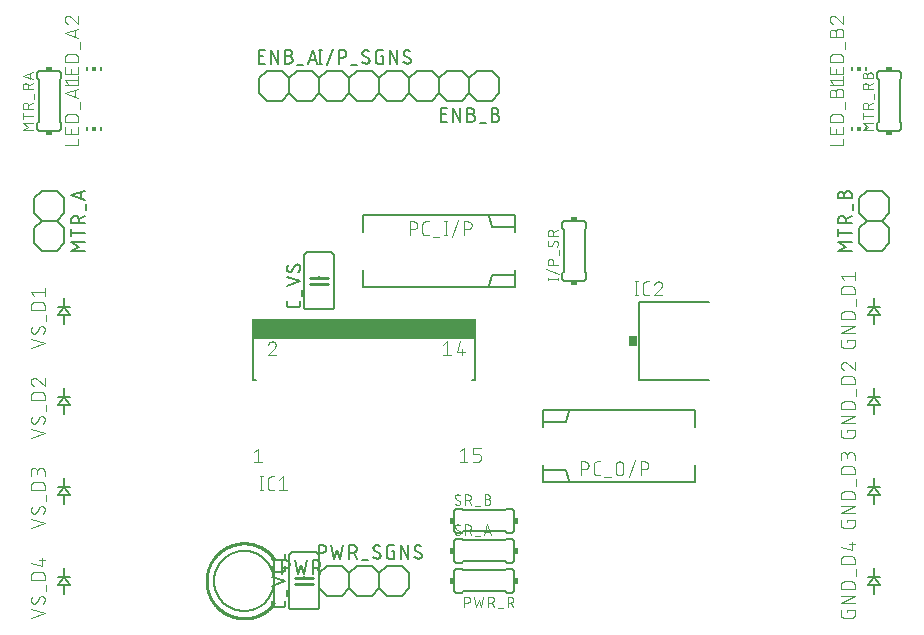
<source format=gbr>
G04 EAGLE Gerber RS-274X export*
G75*
%MOMM*%
%FSLAX34Y34*%
%LPD*%
%INSilkscreen Top*%
%IPPOS*%
%AMOC8*
5,1,8,0,0,1.08239X$1,22.5*%
G01*
%ADD10C,0.152400*%
%ADD11C,0.254000*%
%ADD12C,0.127000*%
%ADD13C,0.101600*%
%ADD14R,0.508000X0.381000*%
%ADD15R,18.950000X1.675000*%
%ADD16C,0.203200*%
%ADD17R,0.762000X0.863600*%
%ADD18R,0.150000X0.300000*%
%ADD19R,0.300000X0.300000*%
%ADD20R,0.381000X0.508000*%


D10*
X228600Y41910D02*
X228600Y85090D01*
X254000Y85090D02*
X254000Y41910D01*
X251460Y87630D02*
X231140Y87630D01*
X231140Y39370D02*
X251460Y39370D01*
X228600Y85090D02*
X228602Y85190D01*
X228608Y85289D01*
X228618Y85389D01*
X228631Y85487D01*
X228649Y85586D01*
X228670Y85683D01*
X228695Y85779D01*
X228724Y85875D01*
X228757Y85969D01*
X228793Y86062D01*
X228833Y86153D01*
X228877Y86243D01*
X228924Y86331D01*
X228974Y86417D01*
X229028Y86501D01*
X229085Y86583D01*
X229145Y86662D01*
X229209Y86740D01*
X229275Y86814D01*
X229344Y86886D01*
X229416Y86955D01*
X229490Y87021D01*
X229568Y87085D01*
X229647Y87145D01*
X229729Y87202D01*
X229813Y87256D01*
X229899Y87306D01*
X229987Y87353D01*
X230077Y87397D01*
X230168Y87437D01*
X230261Y87473D01*
X230355Y87506D01*
X230451Y87535D01*
X230547Y87560D01*
X230644Y87581D01*
X230743Y87599D01*
X230841Y87612D01*
X230941Y87622D01*
X231040Y87628D01*
X231140Y87630D01*
X228600Y41910D02*
X228602Y41810D01*
X228608Y41711D01*
X228618Y41611D01*
X228631Y41513D01*
X228649Y41414D01*
X228670Y41317D01*
X228695Y41221D01*
X228724Y41125D01*
X228757Y41031D01*
X228793Y40938D01*
X228833Y40847D01*
X228877Y40757D01*
X228924Y40669D01*
X228974Y40583D01*
X229028Y40499D01*
X229085Y40417D01*
X229145Y40338D01*
X229209Y40260D01*
X229275Y40186D01*
X229344Y40114D01*
X229416Y40045D01*
X229490Y39979D01*
X229568Y39915D01*
X229647Y39855D01*
X229729Y39798D01*
X229813Y39744D01*
X229899Y39694D01*
X229987Y39647D01*
X230077Y39603D01*
X230168Y39563D01*
X230261Y39527D01*
X230355Y39494D01*
X230451Y39465D01*
X230547Y39440D01*
X230644Y39419D01*
X230743Y39401D01*
X230841Y39388D01*
X230941Y39378D01*
X231040Y39372D01*
X231140Y39370D01*
X254000Y85090D02*
X253998Y85190D01*
X253992Y85289D01*
X253982Y85389D01*
X253969Y85487D01*
X253951Y85586D01*
X253930Y85683D01*
X253905Y85779D01*
X253876Y85875D01*
X253843Y85969D01*
X253807Y86062D01*
X253767Y86153D01*
X253723Y86243D01*
X253676Y86331D01*
X253626Y86417D01*
X253572Y86501D01*
X253515Y86583D01*
X253455Y86662D01*
X253391Y86740D01*
X253325Y86814D01*
X253256Y86886D01*
X253184Y86955D01*
X253110Y87021D01*
X253032Y87085D01*
X252953Y87145D01*
X252871Y87202D01*
X252787Y87256D01*
X252701Y87306D01*
X252613Y87353D01*
X252523Y87397D01*
X252432Y87437D01*
X252339Y87473D01*
X252245Y87506D01*
X252149Y87535D01*
X252053Y87560D01*
X251956Y87581D01*
X251857Y87599D01*
X251759Y87612D01*
X251659Y87622D01*
X251560Y87628D01*
X251460Y87630D01*
X254000Y41910D02*
X253998Y41810D01*
X253992Y41711D01*
X253982Y41611D01*
X253969Y41513D01*
X253951Y41414D01*
X253930Y41317D01*
X253905Y41221D01*
X253876Y41125D01*
X253843Y41031D01*
X253807Y40938D01*
X253767Y40847D01*
X253723Y40757D01*
X253676Y40669D01*
X253626Y40583D01*
X253572Y40499D01*
X253515Y40417D01*
X253455Y40338D01*
X253391Y40260D01*
X253325Y40186D01*
X253256Y40114D01*
X253184Y40045D01*
X253110Y39979D01*
X253032Y39915D01*
X252953Y39855D01*
X252871Y39798D01*
X252787Y39744D01*
X252701Y39694D01*
X252613Y39647D01*
X252523Y39603D01*
X252432Y39563D01*
X252339Y39527D01*
X252245Y39494D01*
X252149Y39465D01*
X252053Y39440D01*
X251956Y39419D01*
X251857Y39401D01*
X251759Y39388D01*
X251659Y39378D01*
X251560Y39372D01*
X251460Y39370D01*
X241300Y66040D02*
X241300Y67310D01*
D11*
X241300Y66040D02*
X233680Y66040D01*
X241300Y66040D02*
X248920Y66040D01*
X241300Y60960D02*
X233680Y60960D01*
X241300Y60960D02*
X248920Y60960D01*
D10*
X241300Y60960D02*
X241300Y59690D01*
D12*
X225425Y46355D02*
X225425Y43815D01*
X225423Y43715D01*
X225417Y43616D01*
X225407Y43516D01*
X225394Y43418D01*
X225376Y43319D01*
X225355Y43222D01*
X225330Y43126D01*
X225301Y43030D01*
X225268Y42936D01*
X225232Y42843D01*
X225192Y42752D01*
X225148Y42662D01*
X225101Y42574D01*
X225051Y42488D01*
X224997Y42404D01*
X224940Y42322D01*
X224880Y42243D01*
X224816Y42165D01*
X224750Y42091D01*
X224681Y42019D01*
X224609Y41950D01*
X224535Y41884D01*
X224457Y41820D01*
X224378Y41760D01*
X224296Y41703D01*
X224212Y41649D01*
X224126Y41599D01*
X224038Y41552D01*
X223948Y41508D01*
X223857Y41468D01*
X223764Y41432D01*
X223670Y41399D01*
X223574Y41370D01*
X223478Y41345D01*
X223381Y41324D01*
X223282Y41306D01*
X223184Y41293D01*
X223084Y41283D01*
X222985Y41277D01*
X222885Y41275D01*
X216535Y41275D01*
X216435Y41277D01*
X216336Y41283D01*
X216236Y41293D01*
X216138Y41306D01*
X216039Y41324D01*
X215942Y41345D01*
X215846Y41370D01*
X215750Y41399D01*
X215656Y41432D01*
X215563Y41468D01*
X215472Y41508D01*
X215382Y41552D01*
X215294Y41599D01*
X215208Y41649D01*
X215124Y41703D01*
X215042Y41760D01*
X214963Y41820D01*
X214885Y41884D01*
X214811Y41950D01*
X214739Y42019D01*
X214670Y42091D01*
X214604Y42165D01*
X214540Y42243D01*
X214480Y42322D01*
X214423Y42404D01*
X214369Y42488D01*
X214319Y42574D01*
X214272Y42662D01*
X214228Y42752D01*
X214188Y42843D01*
X214152Y42936D01*
X214119Y43030D01*
X214090Y43126D01*
X214065Y43222D01*
X214044Y43319D01*
X214026Y43418D01*
X214013Y43516D01*
X214003Y43616D01*
X213997Y43715D01*
X213995Y43815D01*
X213995Y46355D01*
X226695Y50329D02*
X226695Y55409D01*
X225425Y63156D02*
X213995Y59346D01*
X213995Y66966D02*
X225425Y63156D01*
X225425Y73914D02*
X225425Y76454D01*
X225425Y73914D02*
X225423Y73814D01*
X225417Y73715D01*
X225407Y73615D01*
X225394Y73517D01*
X225376Y73418D01*
X225355Y73321D01*
X225330Y73225D01*
X225301Y73129D01*
X225268Y73035D01*
X225232Y72942D01*
X225192Y72851D01*
X225148Y72761D01*
X225101Y72673D01*
X225051Y72587D01*
X224997Y72503D01*
X224940Y72421D01*
X224880Y72342D01*
X224816Y72264D01*
X224750Y72190D01*
X224681Y72118D01*
X224609Y72049D01*
X224535Y71983D01*
X224457Y71919D01*
X224378Y71859D01*
X224296Y71802D01*
X224212Y71748D01*
X224126Y71698D01*
X224038Y71651D01*
X223948Y71607D01*
X223857Y71567D01*
X223764Y71531D01*
X223670Y71498D01*
X223574Y71469D01*
X223478Y71444D01*
X223381Y71423D01*
X223282Y71405D01*
X223184Y71392D01*
X223084Y71382D01*
X222985Y71376D01*
X222885Y71374D01*
X216535Y71374D01*
X216435Y71376D01*
X216336Y71382D01*
X216236Y71392D01*
X216138Y71405D01*
X216039Y71423D01*
X215942Y71444D01*
X215846Y71469D01*
X215750Y71498D01*
X215656Y71531D01*
X215563Y71567D01*
X215472Y71607D01*
X215382Y71651D01*
X215294Y71698D01*
X215208Y71748D01*
X215124Y71802D01*
X215042Y71859D01*
X214963Y71919D01*
X214885Y71983D01*
X214811Y72049D01*
X214739Y72118D01*
X214670Y72190D01*
X214604Y72264D01*
X214540Y72342D01*
X214480Y72421D01*
X214423Y72503D01*
X214369Y72587D01*
X214319Y72673D01*
X214272Y72761D01*
X214228Y72851D01*
X214188Y72942D01*
X214152Y73035D01*
X214119Y73129D01*
X214090Y73225D01*
X214065Y73321D01*
X214044Y73418D01*
X214026Y73517D01*
X214013Y73615D01*
X214003Y73715D01*
X213997Y73814D01*
X213995Y73914D01*
X213995Y76454D01*
X225425Y83439D02*
X225425Y85979D01*
X225425Y83439D02*
X225423Y83339D01*
X225417Y83240D01*
X225407Y83140D01*
X225394Y83042D01*
X225376Y82943D01*
X225355Y82846D01*
X225330Y82750D01*
X225301Y82654D01*
X225268Y82560D01*
X225232Y82467D01*
X225192Y82376D01*
X225148Y82286D01*
X225101Y82198D01*
X225051Y82112D01*
X224997Y82028D01*
X224940Y81946D01*
X224880Y81867D01*
X224816Y81789D01*
X224750Y81715D01*
X224681Y81643D01*
X224609Y81574D01*
X224535Y81508D01*
X224457Y81444D01*
X224378Y81384D01*
X224296Y81327D01*
X224212Y81273D01*
X224126Y81223D01*
X224038Y81176D01*
X223948Y81132D01*
X223857Y81092D01*
X223764Y81056D01*
X223670Y81023D01*
X223574Y80994D01*
X223478Y80969D01*
X223381Y80948D01*
X223282Y80930D01*
X223184Y80917D01*
X223084Y80907D01*
X222985Y80901D01*
X222885Y80899D01*
X216535Y80899D01*
X216435Y80901D01*
X216336Y80907D01*
X216236Y80917D01*
X216138Y80930D01*
X216039Y80948D01*
X215942Y80969D01*
X215846Y80994D01*
X215750Y81023D01*
X215656Y81056D01*
X215563Y81092D01*
X215472Y81132D01*
X215382Y81176D01*
X215294Y81223D01*
X215208Y81273D01*
X215124Y81327D01*
X215042Y81384D01*
X214963Y81444D01*
X214885Y81508D01*
X214811Y81574D01*
X214739Y81643D01*
X214670Y81715D01*
X214604Y81789D01*
X214540Y81867D01*
X214480Y81946D01*
X214423Y82028D01*
X214369Y82112D01*
X214319Y82198D01*
X214272Y82286D01*
X214228Y82376D01*
X214188Y82467D01*
X214152Y82560D01*
X214119Y82654D01*
X214090Y82750D01*
X214065Y82846D01*
X214044Y82943D01*
X214026Y83042D01*
X214013Y83140D01*
X214003Y83240D01*
X213997Y83339D01*
X213995Y83439D01*
X213995Y85979D01*
D10*
X241300Y295910D02*
X241300Y339090D01*
X266700Y339090D02*
X266700Y295910D01*
X264160Y341630D02*
X243840Y341630D01*
X243840Y293370D02*
X264160Y293370D01*
X241300Y339090D02*
X241302Y339190D01*
X241308Y339289D01*
X241318Y339389D01*
X241331Y339487D01*
X241349Y339586D01*
X241370Y339683D01*
X241395Y339779D01*
X241424Y339875D01*
X241457Y339969D01*
X241493Y340062D01*
X241533Y340153D01*
X241577Y340243D01*
X241624Y340331D01*
X241674Y340417D01*
X241728Y340501D01*
X241785Y340583D01*
X241845Y340662D01*
X241909Y340740D01*
X241975Y340814D01*
X242044Y340886D01*
X242116Y340955D01*
X242190Y341021D01*
X242268Y341085D01*
X242347Y341145D01*
X242429Y341202D01*
X242513Y341256D01*
X242599Y341306D01*
X242687Y341353D01*
X242777Y341397D01*
X242868Y341437D01*
X242961Y341473D01*
X243055Y341506D01*
X243151Y341535D01*
X243247Y341560D01*
X243344Y341581D01*
X243443Y341599D01*
X243541Y341612D01*
X243641Y341622D01*
X243740Y341628D01*
X243840Y341630D01*
X241300Y295910D02*
X241302Y295810D01*
X241308Y295711D01*
X241318Y295611D01*
X241331Y295513D01*
X241349Y295414D01*
X241370Y295317D01*
X241395Y295221D01*
X241424Y295125D01*
X241457Y295031D01*
X241493Y294938D01*
X241533Y294847D01*
X241577Y294757D01*
X241624Y294669D01*
X241674Y294583D01*
X241728Y294499D01*
X241785Y294417D01*
X241845Y294338D01*
X241909Y294260D01*
X241975Y294186D01*
X242044Y294114D01*
X242116Y294045D01*
X242190Y293979D01*
X242268Y293915D01*
X242347Y293855D01*
X242429Y293798D01*
X242513Y293744D01*
X242599Y293694D01*
X242687Y293647D01*
X242777Y293603D01*
X242868Y293563D01*
X242961Y293527D01*
X243055Y293494D01*
X243151Y293465D01*
X243247Y293440D01*
X243344Y293419D01*
X243443Y293401D01*
X243541Y293388D01*
X243641Y293378D01*
X243740Y293372D01*
X243840Y293370D01*
X266700Y339090D02*
X266698Y339190D01*
X266692Y339289D01*
X266682Y339389D01*
X266669Y339487D01*
X266651Y339586D01*
X266630Y339683D01*
X266605Y339779D01*
X266576Y339875D01*
X266543Y339969D01*
X266507Y340062D01*
X266467Y340153D01*
X266423Y340243D01*
X266376Y340331D01*
X266326Y340417D01*
X266272Y340501D01*
X266215Y340583D01*
X266155Y340662D01*
X266091Y340740D01*
X266025Y340814D01*
X265956Y340886D01*
X265884Y340955D01*
X265810Y341021D01*
X265732Y341085D01*
X265653Y341145D01*
X265571Y341202D01*
X265487Y341256D01*
X265401Y341306D01*
X265313Y341353D01*
X265223Y341397D01*
X265132Y341437D01*
X265039Y341473D01*
X264945Y341506D01*
X264849Y341535D01*
X264753Y341560D01*
X264656Y341581D01*
X264557Y341599D01*
X264459Y341612D01*
X264359Y341622D01*
X264260Y341628D01*
X264160Y341630D01*
X266700Y295910D02*
X266698Y295810D01*
X266692Y295711D01*
X266682Y295611D01*
X266669Y295513D01*
X266651Y295414D01*
X266630Y295317D01*
X266605Y295221D01*
X266576Y295125D01*
X266543Y295031D01*
X266507Y294938D01*
X266467Y294847D01*
X266423Y294757D01*
X266376Y294669D01*
X266326Y294583D01*
X266272Y294499D01*
X266215Y294417D01*
X266155Y294338D01*
X266091Y294260D01*
X266025Y294186D01*
X265956Y294114D01*
X265884Y294045D01*
X265810Y293979D01*
X265732Y293915D01*
X265653Y293855D01*
X265571Y293798D01*
X265487Y293744D01*
X265401Y293694D01*
X265313Y293647D01*
X265223Y293603D01*
X265132Y293563D01*
X265039Y293527D01*
X264945Y293494D01*
X264849Y293465D01*
X264753Y293440D01*
X264656Y293419D01*
X264557Y293401D01*
X264459Y293388D01*
X264359Y293378D01*
X264260Y293372D01*
X264160Y293370D01*
X254000Y320040D02*
X254000Y321310D01*
D11*
X254000Y320040D02*
X246380Y320040D01*
X254000Y320040D02*
X261620Y320040D01*
X254000Y314960D02*
X246380Y314960D01*
X254000Y314960D02*
X261620Y314960D01*
D10*
X254000Y314960D02*
X254000Y313690D01*
D12*
X238125Y300355D02*
X238125Y297815D01*
X238123Y297715D01*
X238117Y297616D01*
X238107Y297516D01*
X238094Y297418D01*
X238076Y297319D01*
X238055Y297222D01*
X238030Y297126D01*
X238001Y297030D01*
X237968Y296936D01*
X237932Y296843D01*
X237892Y296752D01*
X237848Y296662D01*
X237801Y296574D01*
X237751Y296488D01*
X237697Y296404D01*
X237640Y296322D01*
X237580Y296243D01*
X237516Y296165D01*
X237450Y296091D01*
X237381Y296019D01*
X237309Y295950D01*
X237235Y295884D01*
X237157Y295820D01*
X237078Y295760D01*
X236996Y295703D01*
X236912Y295649D01*
X236826Y295599D01*
X236738Y295552D01*
X236648Y295508D01*
X236557Y295468D01*
X236464Y295432D01*
X236370Y295399D01*
X236274Y295370D01*
X236178Y295345D01*
X236081Y295324D01*
X235982Y295306D01*
X235884Y295293D01*
X235784Y295283D01*
X235685Y295277D01*
X235585Y295275D01*
X229235Y295275D01*
X229135Y295277D01*
X229036Y295283D01*
X228936Y295293D01*
X228838Y295306D01*
X228739Y295324D01*
X228642Y295345D01*
X228546Y295370D01*
X228450Y295399D01*
X228356Y295432D01*
X228263Y295468D01*
X228172Y295508D01*
X228082Y295552D01*
X227994Y295599D01*
X227908Y295649D01*
X227824Y295703D01*
X227742Y295760D01*
X227663Y295820D01*
X227585Y295884D01*
X227511Y295950D01*
X227439Y296019D01*
X227370Y296091D01*
X227304Y296165D01*
X227240Y296243D01*
X227180Y296322D01*
X227123Y296404D01*
X227069Y296488D01*
X227019Y296574D01*
X226972Y296662D01*
X226928Y296752D01*
X226888Y296843D01*
X226852Y296936D01*
X226819Y297030D01*
X226790Y297126D01*
X226765Y297222D01*
X226744Y297319D01*
X226726Y297418D01*
X226713Y297516D01*
X226703Y297616D01*
X226697Y297715D01*
X226695Y297815D01*
X226695Y300355D01*
X239395Y304329D02*
X239395Y309409D01*
X238125Y317156D02*
X226695Y313346D01*
X226695Y320966D02*
X238125Y317156D01*
X238125Y328840D02*
X238123Y328940D01*
X238117Y329039D01*
X238107Y329139D01*
X238094Y329237D01*
X238076Y329336D01*
X238055Y329433D01*
X238030Y329529D01*
X238001Y329625D01*
X237968Y329719D01*
X237932Y329812D01*
X237892Y329903D01*
X237848Y329993D01*
X237801Y330081D01*
X237751Y330167D01*
X237697Y330251D01*
X237640Y330333D01*
X237580Y330412D01*
X237516Y330490D01*
X237450Y330564D01*
X237381Y330636D01*
X237309Y330705D01*
X237235Y330771D01*
X237157Y330835D01*
X237078Y330895D01*
X236996Y330952D01*
X236912Y331006D01*
X236826Y331056D01*
X236738Y331103D01*
X236648Y331147D01*
X236557Y331187D01*
X236464Y331223D01*
X236370Y331256D01*
X236274Y331285D01*
X236178Y331310D01*
X236081Y331331D01*
X235982Y331349D01*
X235884Y331362D01*
X235784Y331372D01*
X235685Y331378D01*
X235585Y331380D01*
X238125Y328840D02*
X238123Y328699D01*
X238118Y328558D01*
X238108Y328417D01*
X238095Y328276D01*
X238079Y328136D01*
X238058Y327996D01*
X238034Y327857D01*
X238006Y327718D01*
X237975Y327581D01*
X237940Y327444D01*
X237902Y327308D01*
X237860Y327173D01*
X237814Y327040D01*
X237765Y326907D01*
X237712Y326776D01*
X237656Y326647D01*
X237597Y326518D01*
X237534Y326392D01*
X237468Y326267D01*
X237399Y326144D01*
X237326Y326023D01*
X237250Y325904D01*
X237171Y325786D01*
X237090Y325671D01*
X237005Y325559D01*
X236917Y325448D01*
X236826Y325340D01*
X236733Y325234D01*
X236636Y325131D01*
X236537Y325030D01*
X229235Y325348D02*
X229135Y325350D01*
X229036Y325356D01*
X228936Y325366D01*
X228838Y325379D01*
X228739Y325397D01*
X228642Y325418D01*
X228546Y325443D01*
X228450Y325472D01*
X228356Y325505D01*
X228263Y325541D01*
X228172Y325581D01*
X228082Y325625D01*
X227994Y325672D01*
X227908Y325722D01*
X227824Y325776D01*
X227742Y325833D01*
X227663Y325893D01*
X227585Y325957D01*
X227511Y326023D01*
X227439Y326092D01*
X227370Y326164D01*
X227304Y326238D01*
X227240Y326316D01*
X227180Y326395D01*
X227123Y326477D01*
X227069Y326561D01*
X227019Y326647D01*
X226972Y326735D01*
X226928Y326825D01*
X226888Y326916D01*
X226852Y327009D01*
X226819Y327103D01*
X226790Y327199D01*
X226765Y327295D01*
X226744Y327392D01*
X226726Y327491D01*
X226713Y327589D01*
X226703Y327689D01*
X226697Y327788D01*
X226695Y327888D01*
X226697Y328021D01*
X226702Y328154D01*
X226712Y328287D01*
X226725Y328420D01*
X226742Y328552D01*
X226762Y328684D01*
X226786Y328815D01*
X226814Y328945D01*
X226845Y329075D01*
X226880Y329203D01*
X226919Y329331D01*
X226961Y329457D01*
X227007Y329582D01*
X227056Y329706D01*
X227108Y329829D01*
X227164Y329950D01*
X227224Y330069D01*
X227286Y330187D01*
X227352Y330302D01*
X227421Y330416D01*
X227494Y330528D01*
X227569Y330638D01*
X227648Y330746D01*
X231458Y326618D02*
X231406Y326534D01*
X231351Y326451D01*
X231292Y326371D01*
X231231Y326293D01*
X231167Y326218D01*
X231099Y326145D01*
X231029Y326074D01*
X230957Y326007D01*
X230882Y325942D01*
X230804Y325880D01*
X230724Y325821D01*
X230642Y325765D01*
X230558Y325713D01*
X230472Y325664D01*
X230384Y325618D01*
X230294Y325575D01*
X230203Y325536D01*
X230110Y325501D01*
X230016Y325469D01*
X229921Y325441D01*
X229825Y325416D01*
X229728Y325396D01*
X229630Y325378D01*
X229532Y325365D01*
X229433Y325356D01*
X229334Y325350D01*
X229235Y325348D01*
X233362Y330111D02*
X233414Y330195D01*
X233469Y330278D01*
X233528Y330358D01*
X233589Y330436D01*
X233653Y330511D01*
X233721Y330584D01*
X233791Y330655D01*
X233863Y330722D01*
X233938Y330787D01*
X234016Y330849D01*
X234096Y330908D01*
X234178Y330964D01*
X234262Y331016D01*
X234348Y331065D01*
X234436Y331111D01*
X234526Y331154D01*
X234617Y331193D01*
X234710Y331228D01*
X234804Y331260D01*
X234899Y331288D01*
X234995Y331313D01*
X235092Y331333D01*
X235190Y331351D01*
X235288Y331364D01*
X235387Y331373D01*
X235486Y331379D01*
X235585Y331381D01*
X233363Y330110D02*
X231458Y326618D01*
D10*
X222250Y495300D02*
X209550Y495300D01*
X222250Y495300D02*
X228600Y488950D01*
X228600Y476250D01*
X222250Y469900D01*
X203200Y476250D02*
X203200Y488950D01*
X209550Y495300D01*
X203200Y476250D02*
X209550Y469900D01*
X222250Y469900D01*
X228600Y488950D02*
X234950Y495300D01*
X247650Y495300D01*
X254000Y488950D01*
X254000Y476250D01*
X247650Y469900D01*
X234950Y469900D01*
X228600Y476250D01*
D12*
X208153Y501523D02*
X203073Y501523D01*
X203073Y512953D01*
X208153Y512953D01*
X206883Y507873D02*
X203073Y507873D01*
X212954Y512953D02*
X212954Y501523D01*
X219304Y501523D02*
X212954Y512953D01*
X219304Y512953D02*
X219304Y501523D01*
X225336Y507873D02*
X228511Y507873D01*
X228622Y507871D01*
X228732Y507865D01*
X228843Y507856D01*
X228953Y507842D01*
X229062Y507825D01*
X229171Y507804D01*
X229279Y507779D01*
X229386Y507750D01*
X229492Y507718D01*
X229597Y507682D01*
X229700Y507642D01*
X229802Y507599D01*
X229903Y507552D01*
X230002Y507501D01*
X230099Y507448D01*
X230193Y507391D01*
X230286Y507330D01*
X230377Y507267D01*
X230466Y507200D01*
X230552Y507130D01*
X230635Y507057D01*
X230717Y506982D01*
X230795Y506904D01*
X230870Y506822D01*
X230943Y506739D01*
X231013Y506653D01*
X231080Y506564D01*
X231143Y506473D01*
X231204Y506380D01*
X231261Y506285D01*
X231314Y506189D01*
X231365Y506090D01*
X231412Y505989D01*
X231455Y505887D01*
X231495Y505784D01*
X231531Y505679D01*
X231563Y505573D01*
X231592Y505466D01*
X231617Y505358D01*
X231638Y505249D01*
X231655Y505140D01*
X231669Y505030D01*
X231678Y504919D01*
X231684Y504809D01*
X231686Y504698D01*
X231684Y504587D01*
X231678Y504477D01*
X231669Y504366D01*
X231655Y504256D01*
X231638Y504147D01*
X231617Y504038D01*
X231592Y503930D01*
X231563Y503823D01*
X231531Y503717D01*
X231495Y503612D01*
X231455Y503509D01*
X231412Y503407D01*
X231365Y503306D01*
X231314Y503207D01*
X231261Y503110D01*
X231204Y503016D01*
X231143Y502923D01*
X231080Y502832D01*
X231013Y502743D01*
X230943Y502657D01*
X230870Y502574D01*
X230795Y502492D01*
X230717Y502414D01*
X230635Y502339D01*
X230552Y502266D01*
X230466Y502196D01*
X230377Y502129D01*
X230286Y502066D01*
X230193Y502005D01*
X230098Y501948D01*
X230002Y501895D01*
X229903Y501844D01*
X229802Y501797D01*
X229700Y501754D01*
X229597Y501714D01*
X229492Y501678D01*
X229386Y501646D01*
X229279Y501617D01*
X229171Y501592D01*
X229062Y501571D01*
X228953Y501554D01*
X228843Y501540D01*
X228732Y501531D01*
X228622Y501525D01*
X228511Y501523D01*
X225336Y501523D01*
X225336Y512953D01*
X228511Y512953D01*
X228611Y512951D01*
X228710Y512945D01*
X228810Y512935D01*
X228908Y512922D01*
X229007Y512904D01*
X229104Y512883D01*
X229200Y512858D01*
X229296Y512829D01*
X229390Y512796D01*
X229483Y512760D01*
X229574Y512720D01*
X229664Y512676D01*
X229752Y512629D01*
X229838Y512579D01*
X229922Y512525D01*
X230004Y512468D01*
X230083Y512408D01*
X230161Y512344D01*
X230235Y512278D01*
X230307Y512209D01*
X230376Y512137D01*
X230442Y512063D01*
X230506Y511985D01*
X230566Y511906D01*
X230623Y511824D01*
X230677Y511740D01*
X230727Y511654D01*
X230774Y511566D01*
X230818Y511476D01*
X230858Y511385D01*
X230894Y511292D01*
X230927Y511198D01*
X230956Y511102D01*
X230981Y511006D01*
X231002Y510909D01*
X231020Y510810D01*
X231033Y510712D01*
X231043Y510612D01*
X231049Y510513D01*
X231051Y510413D01*
X231049Y510313D01*
X231043Y510214D01*
X231033Y510114D01*
X231020Y510016D01*
X231002Y509917D01*
X230981Y509820D01*
X230956Y509724D01*
X230927Y509628D01*
X230894Y509534D01*
X230858Y509441D01*
X230818Y509350D01*
X230774Y509260D01*
X230727Y509172D01*
X230677Y509086D01*
X230623Y509002D01*
X230566Y508920D01*
X230506Y508841D01*
X230442Y508763D01*
X230376Y508689D01*
X230307Y508617D01*
X230235Y508548D01*
X230161Y508482D01*
X230083Y508418D01*
X230004Y508358D01*
X229922Y508301D01*
X229838Y508247D01*
X229752Y508197D01*
X229664Y508150D01*
X229574Y508106D01*
X229483Y508066D01*
X229390Y508030D01*
X229296Y507997D01*
X229200Y507968D01*
X229104Y507943D01*
X229007Y507922D01*
X228908Y507904D01*
X228810Y507891D01*
X228710Y507881D01*
X228611Y507875D01*
X228511Y507873D01*
X235687Y500253D02*
X240767Y500253D01*
X244704Y501523D02*
X248514Y512953D01*
X252324Y501523D01*
X251371Y504381D02*
X245656Y504381D01*
D10*
X387350Y469900D02*
X400050Y469900D01*
X387350Y469900D02*
X381000Y476250D01*
X381000Y488950D01*
X387350Y495300D01*
X406400Y488950D02*
X406400Y476250D01*
X400050Y469900D01*
X406400Y488950D02*
X400050Y495300D01*
X387350Y495300D01*
X381000Y476250D02*
X374650Y469900D01*
X361950Y469900D01*
X355600Y476250D01*
X355600Y488950D01*
X361950Y495300D01*
X374650Y495300D01*
X381000Y488950D01*
D12*
X362420Y452247D02*
X357340Y452247D01*
X357340Y463677D01*
X362420Y463677D01*
X361150Y458597D02*
X357340Y458597D01*
X367221Y463677D02*
X367221Y452247D01*
X373571Y452247D02*
X367221Y463677D01*
X373571Y463677D02*
X373571Y452247D01*
X379603Y458597D02*
X382778Y458597D01*
X382889Y458595D01*
X382999Y458589D01*
X383110Y458580D01*
X383220Y458566D01*
X383329Y458549D01*
X383438Y458528D01*
X383546Y458503D01*
X383653Y458474D01*
X383759Y458442D01*
X383864Y458406D01*
X383967Y458366D01*
X384069Y458323D01*
X384170Y458276D01*
X384269Y458225D01*
X384366Y458172D01*
X384460Y458115D01*
X384553Y458054D01*
X384644Y457991D01*
X384733Y457924D01*
X384819Y457854D01*
X384902Y457781D01*
X384984Y457706D01*
X385062Y457628D01*
X385137Y457546D01*
X385210Y457463D01*
X385280Y457377D01*
X385347Y457288D01*
X385410Y457197D01*
X385471Y457104D01*
X385528Y457009D01*
X385581Y456913D01*
X385632Y456814D01*
X385679Y456713D01*
X385722Y456611D01*
X385762Y456508D01*
X385798Y456403D01*
X385830Y456297D01*
X385859Y456190D01*
X385884Y456082D01*
X385905Y455973D01*
X385922Y455864D01*
X385936Y455754D01*
X385945Y455643D01*
X385951Y455533D01*
X385953Y455422D01*
X385951Y455311D01*
X385945Y455201D01*
X385936Y455090D01*
X385922Y454980D01*
X385905Y454871D01*
X385884Y454762D01*
X385859Y454654D01*
X385830Y454547D01*
X385798Y454441D01*
X385762Y454336D01*
X385722Y454233D01*
X385679Y454131D01*
X385632Y454030D01*
X385581Y453931D01*
X385528Y453834D01*
X385471Y453740D01*
X385410Y453647D01*
X385347Y453556D01*
X385280Y453467D01*
X385210Y453381D01*
X385137Y453298D01*
X385062Y453216D01*
X384984Y453138D01*
X384902Y453063D01*
X384819Y452990D01*
X384733Y452920D01*
X384644Y452853D01*
X384553Y452790D01*
X384460Y452729D01*
X384366Y452672D01*
X384269Y452619D01*
X384170Y452568D01*
X384069Y452521D01*
X383967Y452478D01*
X383864Y452438D01*
X383759Y452402D01*
X383653Y452370D01*
X383546Y452341D01*
X383438Y452316D01*
X383329Y452295D01*
X383220Y452278D01*
X383110Y452264D01*
X382999Y452255D01*
X382889Y452249D01*
X382778Y452247D01*
X379603Y452247D01*
X379603Y463677D01*
X382778Y463677D01*
X382878Y463675D01*
X382977Y463669D01*
X383077Y463659D01*
X383175Y463646D01*
X383274Y463628D01*
X383371Y463607D01*
X383467Y463582D01*
X383563Y463553D01*
X383657Y463520D01*
X383750Y463484D01*
X383841Y463444D01*
X383931Y463400D01*
X384019Y463353D01*
X384105Y463303D01*
X384189Y463249D01*
X384271Y463192D01*
X384350Y463132D01*
X384428Y463068D01*
X384502Y463002D01*
X384574Y462933D01*
X384643Y462861D01*
X384709Y462787D01*
X384773Y462709D01*
X384833Y462630D01*
X384890Y462548D01*
X384944Y462464D01*
X384994Y462378D01*
X385041Y462290D01*
X385085Y462200D01*
X385125Y462109D01*
X385161Y462016D01*
X385194Y461922D01*
X385223Y461826D01*
X385248Y461730D01*
X385269Y461633D01*
X385287Y461534D01*
X385300Y461436D01*
X385310Y461336D01*
X385316Y461237D01*
X385318Y461137D01*
X385316Y461037D01*
X385310Y460938D01*
X385300Y460838D01*
X385287Y460740D01*
X385269Y460641D01*
X385248Y460544D01*
X385223Y460448D01*
X385194Y460352D01*
X385161Y460258D01*
X385125Y460165D01*
X385085Y460074D01*
X385041Y459984D01*
X384994Y459896D01*
X384944Y459810D01*
X384890Y459726D01*
X384833Y459644D01*
X384773Y459565D01*
X384709Y459487D01*
X384643Y459413D01*
X384574Y459341D01*
X384502Y459272D01*
X384428Y459206D01*
X384350Y459142D01*
X384271Y459082D01*
X384189Y459025D01*
X384105Y458971D01*
X384019Y458921D01*
X383931Y458874D01*
X383841Y458830D01*
X383750Y458790D01*
X383657Y458754D01*
X383563Y458721D01*
X383467Y458692D01*
X383371Y458667D01*
X383274Y458646D01*
X383175Y458628D01*
X383077Y458615D01*
X382977Y458605D01*
X382878Y458599D01*
X382778Y458597D01*
X389954Y450977D02*
X395034Y450977D01*
X400177Y458597D02*
X403352Y458597D01*
X403463Y458595D01*
X403573Y458589D01*
X403684Y458580D01*
X403794Y458566D01*
X403903Y458549D01*
X404012Y458528D01*
X404120Y458503D01*
X404227Y458474D01*
X404333Y458442D01*
X404438Y458406D01*
X404541Y458366D01*
X404643Y458323D01*
X404744Y458276D01*
X404843Y458225D01*
X404940Y458172D01*
X405034Y458115D01*
X405127Y458054D01*
X405218Y457991D01*
X405307Y457924D01*
X405393Y457854D01*
X405476Y457781D01*
X405558Y457706D01*
X405636Y457628D01*
X405711Y457546D01*
X405784Y457463D01*
X405854Y457377D01*
X405921Y457288D01*
X405984Y457197D01*
X406045Y457104D01*
X406102Y457009D01*
X406155Y456913D01*
X406206Y456814D01*
X406253Y456713D01*
X406296Y456611D01*
X406336Y456508D01*
X406372Y456403D01*
X406404Y456297D01*
X406433Y456190D01*
X406458Y456082D01*
X406479Y455973D01*
X406496Y455864D01*
X406510Y455754D01*
X406519Y455643D01*
X406525Y455533D01*
X406527Y455422D01*
X406525Y455311D01*
X406519Y455201D01*
X406510Y455090D01*
X406496Y454980D01*
X406479Y454871D01*
X406458Y454762D01*
X406433Y454654D01*
X406404Y454547D01*
X406372Y454441D01*
X406336Y454336D01*
X406296Y454233D01*
X406253Y454131D01*
X406206Y454030D01*
X406155Y453931D01*
X406102Y453834D01*
X406045Y453740D01*
X405984Y453647D01*
X405921Y453556D01*
X405854Y453467D01*
X405784Y453381D01*
X405711Y453298D01*
X405636Y453216D01*
X405558Y453138D01*
X405476Y453063D01*
X405393Y452990D01*
X405307Y452920D01*
X405218Y452853D01*
X405127Y452790D01*
X405034Y452729D01*
X404940Y452672D01*
X404843Y452619D01*
X404744Y452568D01*
X404643Y452521D01*
X404541Y452478D01*
X404438Y452438D01*
X404333Y452402D01*
X404227Y452370D01*
X404120Y452341D01*
X404012Y452316D01*
X403903Y452295D01*
X403794Y452278D01*
X403684Y452264D01*
X403573Y452255D01*
X403463Y452249D01*
X403352Y452247D01*
X400177Y452247D01*
X400177Y463677D01*
X403352Y463677D01*
X403452Y463675D01*
X403551Y463669D01*
X403651Y463659D01*
X403749Y463646D01*
X403848Y463628D01*
X403945Y463607D01*
X404041Y463582D01*
X404137Y463553D01*
X404231Y463520D01*
X404324Y463484D01*
X404415Y463444D01*
X404505Y463400D01*
X404593Y463353D01*
X404679Y463303D01*
X404763Y463249D01*
X404845Y463192D01*
X404924Y463132D01*
X405002Y463068D01*
X405076Y463002D01*
X405148Y462933D01*
X405217Y462861D01*
X405283Y462787D01*
X405347Y462709D01*
X405407Y462630D01*
X405464Y462548D01*
X405518Y462464D01*
X405568Y462378D01*
X405615Y462290D01*
X405659Y462200D01*
X405699Y462109D01*
X405735Y462016D01*
X405768Y461922D01*
X405797Y461826D01*
X405822Y461730D01*
X405843Y461633D01*
X405861Y461534D01*
X405874Y461436D01*
X405884Y461336D01*
X405890Y461237D01*
X405892Y461137D01*
X405890Y461037D01*
X405884Y460938D01*
X405874Y460838D01*
X405861Y460740D01*
X405843Y460641D01*
X405822Y460544D01*
X405797Y460448D01*
X405768Y460352D01*
X405735Y460258D01*
X405699Y460165D01*
X405659Y460074D01*
X405615Y459984D01*
X405568Y459896D01*
X405518Y459810D01*
X405464Y459726D01*
X405407Y459644D01*
X405347Y459565D01*
X405283Y459487D01*
X405217Y459413D01*
X405148Y459341D01*
X405076Y459272D01*
X405002Y459206D01*
X404924Y459142D01*
X404845Y459082D01*
X404763Y459025D01*
X404679Y458971D01*
X404593Y458921D01*
X404505Y458874D01*
X404415Y458830D01*
X404324Y458790D01*
X404231Y458754D01*
X404137Y458721D01*
X404041Y458692D01*
X403945Y458667D01*
X403848Y458646D01*
X403749Y458628D01*
X403651Y458615D01*
X403551Y458605D01*
X403452Y458599D01*
X403352Y458597D01*
X719137Y288925D02*
X723900Y295275D01*
X723900Y288925D02*
X719137Y288925D01*
X723900Y288925D02*
X728663Y288925D01*
X723900Y295275D01*
X719137Y295275D01*
X723900Y295275D02*
X728663Y295275D01*
X723900Y288925D02*
X723900Y280987D01*
X723900Y295275D02*
X723900Y303213D01*
D13*
X701026Y267349D02*
X701026Y265402D01*
X701026Y267349D02*
X707517Y267349D01*
X707517Y263454D01*
X707515Y263355D01*
X707509Y263255D01*
X707500Y263156D01*
X707487Y263058D01*
X707470Y262960D01*
X707449Y262862D01*
X707424Y262766D01*
X707396Y262671D01*
X707364Y262577D01*
X707329Y262484D01*
X707290Y262392D01*
X707247Y262302D01*
X707202Y262214D01*
X707152Y262127D01*
X707100Y262043D01*
X707044Y261960D01*
X706986Y261880D01*
X706924Y261802D01*
X706859Y261727D01*
X706791Y261654D01*
X706721Y261584D01*
X706648Y261516D01*
X706573Y261451D01*
X706495Y261389D01*
X706415Y261331D01*
X706332Y261275D01*
X706248Y261223D01*
X706161Y261173D01*
X706073Y261128D01*
X705983Y261085D01*
X705891Y261046D01*
X705798Y261011D01*
X705704Y260979D01*
X705609Y260951D01*
X705513Y260926D01*
X705415Y260905D01*
X705317Y260888D01*
X705219Y260875D01*
X705120Y260866D01*
X705020Y260860D01*
X704921Y260858D01*
X698429Y260858D01*
X698330Y260860D01*
X698230Y260866D01*
X698131Y260875D01*
X698033Y260888D01*
X697935Y260906D01*
X697837Y260926D01*
X697741Y260951D01*
X697645Y260979D01*
X697551Y261011D01*
X697458Y261046D01*
X697367Y261085D01*
X697277Y261128D01*
X697188Y261173D01*
X697102Y261223D01*
X697017Y261275D01*
X696935Y261331D01*
X696855Y261390D01*
X696777Y261451D01*
X696701Y261516D01*
X696628Y261584D01*
X696558Y261654D01*
X696490Y261727D01*
X696425Y261803D01*
X696364Y261881D01*
X696305Y261961D01*
X696249Y262043D01*
X696197Y262128D01*
X696148Y262214D01*
X696102Y262303D01*
X696059Y262393D01*
X696020Y262484D01*
X695985Y262577D01*
X695953Y262671D01*
X695925Y262767D01*
X695900Y262863D01*
X695880Y262961D01*
X695862Y263059D01*
X695849Y263157D01*
X695840Y263256D01*
X695834Y263355D01*
X695832Y263455D01*
X695833Y263454D02*
X695833Y267349D01*
X695833Y273050D02*
X707517Y273050D01*
X707517Y279541D02*
X695833Y273050D01*
X695833Y279541D02*
X707517Y279541D01*
X707517Y285242D02*
X695833Y285242D01*
X695833Y288487D01*
X695835Y288600D01*
X695841Y288713D01*
X695851Y288826D01*
X695865Y288939D01*
X695882Y289051D01*
X695904Y289162D01*
X695929Y289272D01*
X695959Y289382D01*
X695992Y289490D01*
X696029Y289597D01*
X696069Y289703D01*
X696114Y289807D01*
X696162Y289910D01*
X696213Y290011D01*
X696268Y290110D01*
X696326Y290207D01*
X696388Y290302D01*
X696453Y290395D01*
X696521Y290485D01*
X696592Y290573D01*
X696667Y290659D01*
X696744Y290742D01*
X696824Y290822D01*
X696907Y290899D01*
X696993Y290974D01*
X697081Y291045D01*
X697171Y291113D01*
X697264Y291178D01*
X697359Y291240D01*
X697456Y291298D01*
X697555Y291353D01*
X697656Y291404D01*
X697759Y291452D01*
X697863Y291497D01*
X697969Y291537D01*
X698076Y291574D01*
X698184Y291607D01*
X698294Y291637D01*
X698404Y291662D01*
X698515Y291684D01*
X698627Y291701D01*
X698740Y291715D01*
X698853Y291725D01*
X698966Y291731D01*
X699079Y291733D01*
X704271Y291733D01*
X704271Y291734D02*
X704384Y291732D01*
X704497Y291726D01*
X704610Y291716D01*
X704723Y291702D01*
X704835Y291685D01*
X704946Y291663D01*
X705056Y291638D01*
X705166Y291608D01*
X705274Y291575D01*
X705381Y291538D01*
X705487Y291498D01*
X705591Y291453D01*
X705694Y291405D01*
X705795Y291354D01*
X705894Y291299D01*
X705991Y291241D01*
X706086Y291179D01*
X706179Y291114D01*
X706269Y291046D01*
X706357Y290975D01*
X706443Y290900D01*
X706526Y290823D01*
X706606Y290743D01*
X706683Y290660D01*
X706758Y290574D01*
X706829Y290486D01*
X706897Y290396D01*
X706962Y290303D01*
X707024Y290208D01*
X707082Y290111D01*
X707137Y290012D01*
X707188Y289911D01*
X707236Y289808D01*
X707281Y289704D01*
X707321Y289598D01*
X707358Y289491D01*
X707391Y289383D01*
X707421Y289273D01*
X707446Y289163D01*
X707468Y289052D01*
X707485Y288940D01*
X707499Y288827D01*
X707509Y288714D01*
X707515Y288601D01*
X707517Y288488D01*
X707517Y288487D02*
X707517Y285242D01*
X708815Y296559D02*
X708815Y301752D01*
X707517Y306578D02*
X695833Y306578D01*
X695833Y309823D01*
X695835Y309936D01*
X695841Y310049D01*
X695851Y310162D01*
X695865Y310275D01*
X695882Y310387D01*
X695904Y310498D01*
X695929Y310608D01*
X695959Y310718D01*
X695992Y310826D01*
X696029Y310933D01*
X696069Y311039D01*
X696114Y311143D01*
X696162Y311246D01*
X696213Y311347D01*
X696268Y311446D01*
X696326Y311543D01*
X696388Y311638D01*
X696453Y311731D01*
X696521Y311821D01*
X696592Y311909D01*
X696667Y311995D01*
X696744Y312078D01*
X696824Y312158D01*
X696907Y312235D01*
X696993Y312310D01*
X697081Y312381D01*
X697171Y312449D01*
X697264Y312514D01*
X697359Y312576D01*
X697456Y312634D01*
X697555Y312689D01*
X697656Y312740D01*
X697759Y312788D01*
X697863Y312833D01*
X697969Y312873D01*
X698076Y312910D01*
X698184Y312943D01*
X698294Y312973D01*
X698404Y312998D01*
X698515Y313020D01*
X698627Y313037D01*
X698740Y313051D01*
X698853Y313061D01*
X698966Y313067D01*
X699079Y313069D01*
X704271Y313069D01*
X704384Y313067D01*
X704497Y313061D01*
X704610Y313051D01*
X704723Y313037D01*
X704835Y313020D01*
X704946Y312998D01*
X705056Y312973D01*
X705166Y312943D01*
X705274Y312910D01*
X705381Y312873D01*
X705487Y312833D01*
X705591Y312788D01*
X705694Y312740D01*
X705795Y312689D01*
X705894Y312634D01*
X705991Y312576D01*
X706086Y312514D01*
X706179Y312449D01*
X706269Y312381D01*
X706357Y312310D01*
X706443Y312235D01*
X706526Y312158D01*
X706606Y312078D01*
X706683Y311995D01*
X706758Y311909D01*
X706829Y311821D01*
X706897Y311731D01*
X706962Y311638D01*
X707024Y311543D01*
X707082Y311446D01*
X707137Y311347D01*
X707188Y311246D01*
X707236Y311143D01*
X707281Y311039D01*
X707321Y310933D01*
X707358Y310826D01*
X707391Y310718D01*
X707421Y310608D01*
X707446Y310498D01*
X707468Y310387D01*
X707485Y310275D01*
X707499Y310162D01*
X707509Y310049D01*
X707515Y309936D01*
X707517Y309823D01*
X707517Y306578D01*
X698429Y318389D02*
X695833Y321634D01*
X707517Y321634D01*
X707517Y318389D02*
X707517Y324880D01*
D12*
X723900Y219075D02*
X719137Y212725D01*
X723900Y212725D01*
X728663Y212725D01*
X723900Y219075D01*
X719137Y219075D01*
X723900Y219075D02*
X728663Y219075D01*
X723900Y212725D02*
X723900Y204787D01*
X723900Y219075D02*
X723900Y227013D01*
D13*
X701026Y191149D02*
X701026Y189202D01*
X701026Y191149D02*
X707517Y191149D01*
X707517Y187254D01*
X707515Y187155D01*
X707509Y187055D01*
X707500Y186956D01*
X707487Y186858D01*
X707470Y186760D01*
X707449Y186662D01*
X707424Y186566D01*
X707396Y186471D01*
X707364Y186377D01*
X707329Y186284D01*
X707290Y186192D01*
X707247Y186102D01*
X707202Y186014D01*
X707152Y185927D01*
X707100Y185843D01*
X707044Y185760D01*
X706986Y185680D01*
X706924Y185602D01*
X706859Y185527D01*
X706791Y185454D01*
X706721Y185384D01*
X706648Y185316D01*
X706573Y185251D01*
X706495Y185189D01*
X706415Y185131D01*
X706332Y185075D01*
X706248Y185023D01*
X706161Y184973D01*
X706073Y184928D01*
X705983Y184885D01*
X705891Y184846D01*
X705798Y184811D01*
X705704Y184779D01*
X705609Y184751D01*
X705513Y184726D01*
X705415Y184705D01*
X705317Y184688D01*
X705219Y184675D01*
X705120Y184666D01*
X705020Y184660D01*
X704921Y184658D01*
X698429Y184658D01*
X698330Y184660D01*
X698230Y184666D01*
X698131Y184675D01*
X698033Y184688D01*
X697935Y184706D01*
X697837Y184726D01*
X697741Y184751D01*
X697645Y184779D01*
X697551Y184811D01*
X697458Y184846D01*
X697367Y184885D01*
X697277Y184928D01*
X697188Y184973D01*
X697102Y185023D01*
X697017Y185075D01*
X696935Y185131D01*
X696855Y185190D01*
X696777Y185251D01*
X696701Y185316D01*
X696628Y185384D01*
X696558Y185454D01*
X696490Y185527D01*
X696425Y185603D01*
X696364Y185681D01*
X696305Y185761D01*
X696249Y185843D01*
X696197Y185928D01*
X696148Y186014D01*
X696102Y186103D01*
X696059Y186193D01*
X696020Y186284D01*
X695985Y186377D01*
X695953Y186471D01*
X695925Y186567D01*
X695900Y186663D01*
X695880Y186761D01*
X695862Y186859D01*
X695849Y186957D01*
X695840Y187056D01*
X695834Y187155D01*
X695832Y187255D01*
X695833Y187254D02*
X695833Y191149D01*
X695833Y196850D02*
X707517Y196850D01*
X707517Y203341D02*
X695833Y196850D01*
X695833Y203341D02*
X707517Y203341D01*
X707517Y209042D02*
X695833Y209042D01*
X695833Y212287D01*
X695835Y212400D01*
X695841Y212513D01*
X695851Y212626D01*
X695865Y212739D01*
X695882Y212851D01*
X695904Y212962D01*
X695929Y213072D01*
X695959Y213182D01*
X695992Y213290D01*
X696029Y213397D01*
X696069Y213503D01*
X696114Y213607D01*
X696162Y213710D01*
X696213Y213811D01*
X696268Y213910D01*
X696326Y214007D01*
X696388Y214102D01*
X696453Y214195D01*
X696521Y214285D01*
X696592Y214373D01*
X696667Y214459D01*
X696744Y214542D01*
X696824Y214622D01*
X696907Y214699D01*
X696993Y214774D01*
X697081Y214845D01*
X697171Y214913D01*
X697264Y214978D01*
X697359Y215040D01*
X697456Y215098D01*
X697555Y215153D01*
X697656Y215204D01*
X697759Y215252D01*
X697863Y215297D01*
X697969Y215337D01*
X698076Y215374D01*
X698184Y215407D01*
X698294Y215437D01*
X698404Y215462D01*
X698515Y215484D01*
X698627Y215501D01*
X698740Y215515D01*
X698853Y215525D01*
X698966Y215531D01*
X699079Y215533D01*
X704271Y215533D01*
X704271Y215534D02*
X704384Y215532D01*
X704497Y215526D01*
X704610Y215516D01*
X704723Y215502D01*
X704835Y215485D01*
X704946Y215463D01*
X705056Y215438D01*
X705166Y215408D01*
X705274Y215375D01*
X705381Y215338D01*
X705487Y215298D01*
X705591Y215253D01*
X705694Y215205D01*
X705795Y215154D01*
X705894Y215099D01*
X705991Y215041D01*
X706086Y214979D01*
X706179Y214914D01*
X706269Y214846D01*
X706357Y214775D01*
X706443Y214700D01*
X706526Y214623D01*
X706606Y214543D01*
X706683Y214460D01*
X706758Y214374D01*
X706829Y214286D01*
X706897Y214196D01*
X706962Y214103D01*
X707024Y214008D01*
X707082Y213911D01*
X707137Y213812D01*
X707188Y213711D01*
X707236Y213608D01*
X707281Y213504D01*
X707321Y213398D01*
X707358Y213291D01*
X707391Y213183D01*
X707421Y213073D01*
X707446Y212963D01*
X707468Y212852D01*
X707485Y212740D01*
X707499Y212627D01*
X707509Y212514D01*
X707515Y212401D01*
X707517Y212288D01*
X707517Y212287D02*
X707517Y209042D01*
X708815Y220359D02*
X708815Y225552D01*
X707517Y230378D02*
X695833Y230378D01*
X695833Y233623D01*
X695835Y233736D01*
X695841Y233849D01*
X695851Y233962D01*
X695865Y234075D01*
X695882Y234187D01*
X695904Y234298D01*
X695929Y234408D01*
X695959Y234518D01*
X695992Y234626D01*
X696029Y234733D01*
X696069Y234839D01*
X696114Y234943D01*
X696162Y235046D01*
X696213Y235147D01*
X696268Y235246D01*
X696326Y235343D01*
X696388Y235438D01*
X696453Y235531D01*
X696521Y235621D01*
X696592Y235709D01*
X696667Y235795D01*
X696744Y235878D01*
X696824Y235958D01*
X696907Y236035D01*
X696993Y236110D01*
X697081Y236181D01*
X697171Y236249D01*
X697264Y236314D01*
X697359Y236376D01*
X697456Y236434D01*
X697555Y236489D01*
X697656Y236540D01*
X697759Y236588D01*
X697863Y236633D01*
X697969Y236673D01*
X698076Y236710D01*
X698184Y236743D01*
X698294Y236773D01*
X698404Y236798D01*
X698515Y236820D01*
X698627Y236837D01*
X698740Y236851D01*
X698853Y236861D01*
X698966Y236867D01*
X699079Y236869D01*
X704271Y236869D01*
X704384Y236867D01*
X704497Y236861D01*
X704610Y236851D01*
X704723Y236837D01*
X704835Y236820D01*
X704946Y236798D01*
X705056Y236773D01*
X705166Y236743D01*
X705274Y236710D01*
X705381Y236673D01*
X705487Y236633D01*
X705591Y236588D01*
X705694Y236540D01*
X705795Y236489D01*
X705894Y236434D01*
X705991Y236376D01*
X706086Y236314D01*
X706179Y236249D01*
X706269Y236181D01*
X706357Y236110D01*
X706443Y236035D01*
X706526Y235958D01*
X706606Y235878D01*
X706683Y235795D01*
X706758Y235709D01*
X706829Y235621D01*
X706897Y235531D01*
X706962Y235438D01*
X707024Y235343D01*
X707082Y235246D01*
X707137Y235147D01*
X707188Y235046D01*
X707236Y234943D01*
X707281Y234839D01*
X707321Y234733D01*
X707358Y234626D01*
X707391Y234518D01*
X707421Y234408D01*
X707446Y234298D01*
X707468Y234187D01*
X707485Y234075D01*
X707499Y233962D01*
X707509Y233849D01*
X707515Y233736D01*
X707517Y233623D01*
X707517Y230378D01*
X695833Y245759D02*
X695835Y245866D01*
X695841Y245972D01*
X695851Y246078D01*
X695864Y246184D01*
X695882Y246290D01*
X695903Y246394D01*
X695928Y246498D01*
X695957Y246601D01*
X695989Y246702D01*
X696026Y246802D01*
X696066Y246901D01*
X696109Y246999D01*
X696156Y247095D01*
X696207Y247189D01*
X696261Y247281D01*
X696318Y247371D01*
X696378Y247459D01*
X696442Y247544D01*
X696509Y247627D01*
X696579Y247708D01*
X696651Y247786D01*
X696727Y247862D01*
X696805Y247934D01*
X696886Y248004D01*
X696969Y248071D01*
X697054Y248135D01*
X697142Y248195D01*
X697232Y248252D01*
X697324Y248306D01*
X697418Y248357D01*
X697514Y248404D01*
X697612Y248447D01*
X697711Y248487D01*
X697811Y248524D01*
X697912Y248556D01*
X698015Y248585D01*
X698119Y248610D01*
X698223Y248631D01*
X698329Y248649D01*
X698435Y248662D01*
X698541Y248672D01*
X698647Y248678D01*
X698754Y248680D01*
X695833Y245759D02*
X695835Y245638D01*
X695841Y245517D01*
X695851Y245397D01*
X695864Y245276D01*
X695882Y245157D01*
X695903Y245037D01*
X695928Y244919D01*
X695957Y244802D01*
X695990Y244685D01*
X696026Y244570D01*
X696067Y244456D01*
X696110Y244343D01*
X696158Y244231D01*
X696209Y244122D01*
X696264Y244014D01*
X696322Y243907D01*
X696383Y243803D01*
X696448Y243701D01*
X696516Y243601D01*
X696587Y243503D01*
X696661Y243407D01*
X696738Y243314D01*
X696819Y243224D01*
X696902Y243136D01*
X696988Y243051D01*
X697077Y242968D01*
X697168Y242889D01*
X697262Y242812D01*
X697358Y242739D01*
X697456Y242669D01*
X697557Y242602D01*
X697660Y242538D01*
X697765Y242478D01*
X697872Y242420D01*
X697980Y242367D01*
X698090Y242317D01*
X698202Y242271D01*
X698315Y242228D01*
X698430Y242189D01*
X701026Y247706D02*
X700948Y247785D01*
X700868Y247861D01*
X700785Y247934D01*
X700699Y248004D01*
X700612Y248071D01*
X700521Y248135D01*
X700429Y248195D01*
X700335Y248253D01*
X700238Y248307D01*
X700140Y248357D01*
X700040Y248404D01*
X699939Y248448D01*
X699836Y248488D01*
X699731Y248524D01*
X699626Y248556D01*
X699519Y248585D01*
X699412Y248610D01*
X699303Y248632D01*
X699194Y248649D01*
X699085Y248663D01*
X698975Y248672D01*
X698864Y248678D01*
X698754Y248680D01*
X701026Y247706D02*
X707517Y242189D01*
X707517Y248680D01*
D12*
X723900Y142875D02*
X719137Y136525D01*
X723900Y136525D01*
X728663Y136525D01*
X723900Y142875D01*
X719137Y142875D01*
X723900Y142875D02*
X728663Y142875D01*
X723900Y136525D02*
X723900Y128587D01*
X723900Y142875D02*
X723900Y150813D01*
D13*
X701026Y114949D02*
X701026Y113002D01*
X701026Y114949D02*
X707517Y114949D01*
X707517Y111054D01*
X707515Y110955D01*
X707509Y110855D01*
X707500Y110756D01*
X707487Y110658D01*
X707470Y110560D01*
X707449Y110462D01*
X707424Y110366D01*
X707396Y110271D01*
X707364Y110177D01*
X707329Y110084D01*
X707290Y109992D01*
X707247Y109902D01*
X707202Y109814D01*
X707152Y109727D01*
X707100Y109643D01*
X707044Y109560D01*
X706986Y109480D01*
X706924Y109402D01*
X706859Y109327D01*
X706791Y109254D01*
X706721Y109184D01*
X706648Y109116D01*
X706573Y109051D01*
X706495Y108989D01*
X706415Y108931D01*
X706332Y108875D01*
X706248Y108823D01*
X706161Y108773D01*
X706073Y108728D01*
X705983Y108685D01*
X705891Y108646D01*
X705798Y108611D01*
X705704Y108579D01*
X705609Y108551D01*
X705513Y108526D01*
X705415Y108505D01*
X705317Y108488D01*
X705219Y108475D01*
X705120Y108466D01*
X705020Y108460D01*
X704921Y108458D01*
X698429Y108458D01*
X698330Y108460D01*
X698230Y108466D01*
X698131Y108475D01*
X698033Y108488D01*
X697935Y108506D01*
X697837Y108526D01*
X697741Y108551D01*
X697645Y108579D01*
X697551Y108611D01*
X697458Y108646D01*
X697367Y108685D01*
X697277Y108728D01*
X697188Y108773D01*
X697102Y108823D01*
X697017Y108875D01*
X696935Y108931D01*
X696855Y108990D01*
X696777Y109051D01*
X696701Y109116D01*
X696628Y109184D01*
X696558Y109254D01*
X696490Y109327D01*
X696425Y109403D01*
X696364Y109481D01*
X696305Y109561D01*
X696249Y109643D01*
X696197Y109728D01*
X696148Y109814D01*
X696102Y109903D01*
X696059Y109993D01*
X696020Y110084D01*
X695985Y110177D01*
X695953Y110271D01*
X695925Y110367D01*
X695900Y110463D01*
X695880Y110561D01*
X695862Y110659D01*
X695849Y110757D01*
X695840Y110856D01*
X695834Y110955D01*
X695832Y111055D01*
X695833Y111054D02*
X695833Y114949D01*
X695833Y120650D02*
X707517Y120650D01*
X707517Y127141D02*
X695833Y120650D01*
X695833Y127141D02*
X707517Y127141D01*
X707517Y132842D02*
X695833Y132842D01*
X695833Y136087D01*
X695835Y136200D01*
X695841Y136313D01*
X695851Y136426D01*
X695865Y136539D01*
X695882Y136651D01*
X695904Y136762D01*
X695929Y136872D01*
X695959Y136982D01*
X695992Y137090D01*
X696029Y137197D01*
X696069Y137303D01*
X696114Y137407D01*
X696162Y137510D01*
X696213Y137611D01*
X696268Y137710D01*
X696326Y137807D01*
X696388Y137902D01*
X696453Y137995D01*
X696521Y138085D01*
X696592Y138173D01*
X696667Y138259D01*
X696744Y138342D01*
X696824Y138422D01*
X696907Y138499D01*
X696993Y138574D01*
X697081Y138645D01*
X697171Y138713D01*
X697264Y138778D01*
X697359Y138840D01*
X697456Y138898D01*
X697555Y138953D01*
X697656Y139004D01*
X697759Y139052D01*
X697863Y139097D01*
X697969Y139137D01*
X698076Y139174D01*
X698184Y139207D01*
X698294Y139237D01*
X698404Y139262D01*
X698515Y139284D01*
X698627Y139301D01*
X698740Y139315D01*
X698853Y139325D01*
X698966Y139331D01*
X699079Y139333D01*
X704271Y139333D01*
X704271Y139334D02*
X704384Y139332D01*
X704497Y139326D01*
X704610Y139316D01*
X704723Y139302D01*
X704835Y139285D01*
X704946Y139263D01*
X705056Y139238D01*
X705166Y139208D01*
X705274Y139175D01*
X705381Y139138D01*
X705487Y139098D01*
X705591Y139053D01*
X705694Y139005D01*
X705795Y138954D01*
X705894Y138899D01*
X705991Y138841D01*
X706086Y138779D01*
X706179Y138714D01*
X706269Y138646D01*
X706357Y138575D01*
X706443Y138500D01*
X706526Y138423D01*
X706606Y138343D01*
X706683Y138260D01*
X706758Y138174D01*
X706829Y138086D01*
X706897Y137996D01*
X706962Y137903D01*
X707024Y137808D01*
X707082Y137711D01*
X707137Y137612D01*
X707188Y137511D01*
X707236Y137408D01*
X707281Y137304D01*
X707321Y137198D01*
X707358Y137091D01*
X707391Y136983D01*
X707421Y136873D01*
X707446Y136763D01*
X707468Y136652D01*
X707485Y136540D01*
X707499Y136427D01*
X707509Y136314D01*
X707515Y136201D01*
X707517Y136088D01*
X707517Y136087D02*
X707517Y132842D01*
X708815Y144159D02*
X708815Y149352D01*
X707517Y154178D02*
X695833Y154178D01*
X695833Y157423D01*
X695835Y157536D01*
X695841Y157649D01*
X695851Y157762D01*
X695865Y157875D01*
X695882Y157987D01*
X695904Y158098D01*
X695929Y158208D01*
X695959Y158318D01*
X695992Y158426D01*
X696029Y158533D01*
X696069Y158639D01*
X696114Y158743D01*
X696162Y158846D01*
X696213Y158947D01*
X696268Y159046D01*
X696326Y159143D01*
X696388Y159238D01*
X696453Y159331D01*
X696521Y159421D01*
X696592Y159509D01*
X696667Y159595D01*
X696744Y159678D01*
X696824Y159758D01*
X696907Y159835D01*
X696993Y159910D01*
X697081Y159981D01*
X697171Y160049D01*
X697264Y160114D01*
X697359Y160176D01*
X697456Y160234D01*
X697555Y160289D01*
X697656Y160340D01*
X697759Y160388D01*
X697863Y160433D01*
X697969Y160473D01*
X698076Y160510D01*
X698184Y160543D01*
X698294Y160573D01*
X698404Y160598D01*
X698515Y160620D01*
X698627Y160637D01*
X698740Y160651D01*
X698853Y160661D01*
X698966Y160667D01*
X699079Y160669D01*
X704271Y160669D01*
X704384Y160667D01*
X704497Y160661D01*
X704610Y160651D01*
X704723Y160637D01*
X704835Y160620D01*
X704946Y160598D01*
X705056Y160573D01*
X705166Y160543D01*
X705274Y160510D01*
X705381Y160473D01*
X705487Y160433D01*
X705591Y160388D01*
X705694Y160340D01*
X705795Y160289D01*
X705894Y160234D01*
X705991Y160176D01*
X706086Y160114D01*
X706179Y160049D01*
X706269Y159981D01*
X706357Y159910D01*
X706443Y159835D01*
X706526Y159758D01*
X706606Y159678D01*
X706683Y159595D01*
X706758Y159509D01*
X706829Y159421D01*
X706897Y159331D01*
X706962Y159238D01*
X707024Y159143D01*
X707082Y159046D01*
X707137Y158947D01*
X707188Y158846D01*
X707236Y158743D01*
X707281Y158639D01*
X707321Y158533D01*
X707358Y158426D01*
X707391Y158318D01*
X707421Y158208D01*
X707446Y158098D01*
X707468Y157987D01*
X707485Y157875D01*
X707499Y157762D01*
X707509Y157649D01*
X707515Y157536D01*
X707517Y157423D01*
X707517Y154178D01*
X707517Y165989D02*
X707517Y169234D01*
X707515Y169347D01*
X707509Y169460D01*
X707499Y169573D01*
X707485Y169686D01*
X707468Y169798D01*
X707446Y169909D01*
X707421Y170019D01*
X707391Y170129D01*
X707358Y170237D01*
X707321Y170344D01*
X707281Y170450D01*
X707236Y170554D01*
X707188Y170657D01*
X707137Y170758D01*
X707082Y170857D01*
X707024Y170954D01*
X706962Y171049D01*
X706897Y171142D01*
X706829Y171232D01*
X706758Y171320D01*
X706683Y171406D01*
X706606Y171489D01*
X706526Y171569D01*
X706443Y171646D01*
X706357Y171721D01*
X706269Y171792D01*
X706179Y171860D01*
X706086Y171925D01*
X705991Y171987D01*
X705894Y172045D01*
X705795Y172100D01*
X705694Y172151D01*
X705591Y172199D01*
X705487Y172244D01*
X705381Y172284D01*
X705274Y172321D01*
X705166Y172354D01*
X705056Y172384D01*
X704946Y172409D01*
X704835Y172431D01*
X704723Y172448D01*
X704610Y172462D01*
X704497Y172472D01*
X704384Y172478D01*
X704271Y172480D01*
X704158Y172478D01*
X704045Y172472D01*
X703932Y172462D01*
X703819Y172448D01*
X703707Y172431D01*
X703596Y172409D01*
X703486Y172384D01*
X703376Y172354D01*
X703268Y172321D01*
X703161Y172284D01*
X703055Y172244D01*
X702951Y172199D01*
X702848Y172151D01*
X702747Y172100D01*
X702648Y172045D01*
X702551Y171987D01*
X702456Y171925D01*
X702363Y171860D01*
X702273Y171792D01*
X702185Y171721D01*
X702099Y171646D01*
X702016Y171569D01*
X701936Y171489D01*
X701859Y171406D01*
X701784Y171320D01*
X701713Y171232D01*
X701645Y171142D01*
X701580Y171049D01*
X701518Y170954D01*
X701460Y170857D01*
X701405Y170758D01*
X701354Y170657D01*
X701306Y170554D01*
X701261Y170450D01*
X701221Y170344D01*
X701184Y170237D01*
X701151Y170129D01*
X701121Y170019D01*
X701096Y169909D01*
X701074Y169798D01*
X701057Y169686D01*
X701043Y169573D01*
X701033Y169460D01*
X701027Y169347D01*
X701025Y169234D01*
X695833Y169884D02*
X695833Y165989D01*
X695833Y169884D02*
X695835Y169985D01*
X695841Y170085D01*
X695851Y170185D01*
X695864Y170285D01*
X695882Y170384D01*
X695903Y170483D01*
X695928Y170580D01*
X695957Y170677D01*
X695990Y170772D01*
X696026Y170866D01*
X696066Y170958D01*
X696109Y171049D01*
X696156Y171138D01*
X696206Y171225D01*
X696260Y171311D01*
X696317Y171394D01*
X696377Y171474D01*
X696440Y171553D01*
X696507Y171629D01*
X696576Y171702D01*
X696648Y171772D01*
X696722Y171840D01*
X696799Y171905D01*
X696879Y171966D01*
X696961Y172025D01*
X697045Y172080D01*
X697131Y172132D01*
X697219Y172181D01*
X697309Y172226D01*
X697401Y172268D01*
X697494Y172306D01*
X697589Y172340D01*
X697684Y172371D01*
X697781Y172398D01*
X697879Y172421D01*
X697978Y172441D01*
X698078Y172456D01*
X698178Y172468D01*
X698278Y172476D01*
X698379Y172480D01*
X698479Y172480D01*
X698580Y172476D01*
X698680Y172468D01*
X698780Y172456D01*
X698880Y172441D01*
X698979Y172421D01*
X699077Y172398D01*
X699174Y172371D01*
X699269Y172340D01*
X699364Y172306D01*
X699457Y172268D01*
X699549Y172226D01*
X699639Y172181D01*
X699727Y172132D01*
X699813Y172080D01*
X699897Y172025D01*
X699979Y171966D01*
X700059Y171905D01*
X700136Y171840D01*
X700210Y171772D01*
X700282Y171702D01*
X700351Y171629D01*
X700418Y171553D01*
X700481Y171474D01*
X700541Y171394D01*
X700598Y171311D01*
X700652Y171225D01*
X700702Y171138D01*
X700749Y171049D01*
X700792Y170958D01*
X700832Y170866D01*
X700868Y170772D01*
X700901Y170677D01*
X700930Y170580D01*
X700955Y170483D01*
X700976Y170384D01*
X700994Y170285D01*
X701007Y170185D01*
X701017Y170085D01*
X701023Y169985D01*
X701025Y169884D01*
X701026Y169884D02*
X701026Y167287D01*
D12*
X723900Y66675D02*
X719137Y60325D01*
X723900Y60325D01*
X728663Y60325D01*
X723900Y66675D01*
X719137Y66675D01*
X723900Y66675D02*
X728663Y66675D01*
X723900Y60325D02*
X723900Y52387D01*
X723900Y66675D02*
X723900Y74613D01*
D13*
X701026Y38749D02*
X701026Y36802D01*
X701026Y38749D02*
X707517Y38749D01*
X707517Y34854D01*
X707515Y34755D01*
X707509Y34655D01*
X707500Y34556D01*
X707487Y34458D01*
X707470Y34360D01*
X707449Y34262D01*
X707424Y34166D01*
X707396Y34071D01*
X707364Y33977D01*
X707329Y33884D01*
X707290Y33792D01*
X707247Y33702D01*
X707202Y33614D01*
X707152Y33527D01*
X707100Y33443D01*
X707044Y33360D01*
X706986Y33280D01*
X706924Y33202D01*
X706859Y33127D01*
X706791Y33054D01*
X706721Y32984D01*
X706648Y32916D01*
X706573Y32851D01*
X706495Y32789D01*
X706415Y32731D01*
X706332Y32675D01*
X706248Y32623D01*
X706161Y32573D01*
X706073Y32528D01*
X705983Y32485D01*
X705891Y32446D01*
X705798Y32411D01*
X705704Y32379D01*
X705609Y32351D01*
X705513Y32326D01*
X705415Y32305D01*
X705317Y32288D01*
X705219Y32275D01*
X705120Y32266D01*
X705020Y32260D01*
X704921Y32258D01*
X698429Y32258D01*
X698330Y32260D01*
X698230Y32266D01*
X698131Y32275D01*
X698033Y32288D01*
X697935Y32306D01*
X697837Y32326D01*
X697741Y32351D01*
X697645Y32379D01*
X697551Y32411D01*
X697458Y32446D01*
X697367Y32485D01*
X697277Y32528D01*
X697188Y32573D01*
X697102Y32623D01*
X697017Y32675D01*
X696935Y32731D01*
X696855Y32790D01*
X696777Y32851D01*
X696701Y32916D01*
X696628Y32984D01*
X696558Y33054D01*
X696490Y33127D01*
X696425Y33203D01*
X696364Y33281D01*
X696305Y33361D01*
X696249Y33443D01*
X696197Y33528D01*
X696148Y33614D01*
X696102Y33703D01*
X696059Y33793D01*
X696020Y33884D01*
X695985Y33977D01*
X695953Y34071D01*
X695925Y34167D01*
X695900Y34263D01*
X695880Y34361D01*
X695862Y34459D01*
X695849Y34557D01*
X695840Y34656D01*
X695834Y34755D01*
X695832Y34855D01*
X695833Y34854D02*
X695833Y38749D01*
X695833Y44450D02*
X707517Y44450D01*
X707517Y50941D02*
X695833Y44450D01*
X695833Y50941D02*
X707517Y50941D01*
X707517Y56642D02*
X695833Y56642D01*
X695833Y59887D01*
X695835Y60000D01*
X695841Y60113D01*
X695851Y60226D01*
X695865Y60339D01*
X695882Y60451D01*
X695904Y60562D01*
X695929Y60672D01*
X695959Y60782D01*
X695992Y60890D01*
X696029Y60997D01*
X696069Y61103D01*
X696114Y61207D01*
X696162Y61310D01*
X696213Y61411D01*
X696268Y61510D01*
X696326Y61607D01*
X696388Y61702D01*
X696453Y61795D01*
X696521Y61885D01*
X696592Y61973D01*
X696667Y62059D01*
X696744Y62142D01*
X696824Y62222D01*
X696907Y62299D01*
X696993Y62374D01*
X697081Y62445D01*
X697171Y62513D01*
X697264Y62578D01*
X697359Y62640D01*
X697456Y62698D01*
X697555Y62753D01*
X697656Y62804D01*
X697759Y62852D01*
X697863Y62897D01*
X697969Y62937D01*
X698076Y62974D01*
X698184Y63007D01*
X698294Y63037D01*
X698404Y63062D01*
X698515Y63084D01*
X698627Y63101D01*
X698740Y63115D01*
X698853Y63125D01*
X698966Y63131D01*
X699079Y63133D01*
X704271Y63133D01*
X704271Y63134D02*
X704384Y63132D01*
X704497Y63126D01*
X704610Y63116D01*
X704723Y63102D01*
X704835Y63085D01*
X704946Y63063D01*
X705056Y63038D01*
X705166Y63008D01*
X705274Y62975D01*
X705381Y62938D01*
X705487Y62898D01*
X705591Y62853D01*
X705694Y62805D01*
X705795Y62754D01*
X705894Y62699D01*
X705991Y62641D01*
X706086Y62579D01*
X706179Y62514D01*
X706269Y62446D01*
X706357Y62375D01*
X706443Y62300D01*
X706526Y62223D01*
X706606Y62143D01*
X706683Y62060D01*
X706758Y61974D01*
X706829Y61886D01*
X706897Y61796D01*
X706962Y61703D01*
X707024Y61608D01*
X707082Y61511D01*
X707137Y61412D01*
X707188Y61311D01*
X707236Y61208D01*
X707281Y61104D01*
X707321Y60998D01*
X707358Y60891D01*
X707391Y60783D01*
X707421Y60673D01*
X707446Y60563D01*
X707468Y60452D01*
X707485Y60340D01*
X707499Y60227D01*
X707509Y60114D01*
X707515Y60001D01*
X707517Y59888D01*
X707517Y59887D02*
X707517Y56642D01*
X708815Y67959D02*
X708815Y73152D01*
X707517Y77978D02*
X695833Y77978D01*
X695833Y81223D01*
X695835Y81336D01*
X695841Y81449D01*
X695851Y81562D01*
X695865Y81675D01*
X695882Y81787D01*
X695904Y81898D01*
X695929Y82008D01*
X695959Y82118D01*
X695992Y82226D01*
X696029Y82333D01*
X696069Y82439D01*
X696114Y82543D01*
X696162Y82646D01*
X696213Y82747D01*
X696268Y82846D01*
X696326Y82943D01*
X696388Y83038D01*
X696453Y83131D01*
X696521Y83221D01*
X696592Y83309D01*
X696667Y83395D01*
X696744Y83478D01*
X696824Y83558D01*
X696907Y83635D01*
X696993Y83710D01*
X697081Y83781D01*
X697171Y83849D01*
X697264Y83914D01*
X697359Y83976D01*
X697456Y84034D01*
X697555Y84089D01*
X697656Y84140D01*
X697759Y84188D01*
X697863Y84233D01*
X697969Y84273D01*
X698076Y84310D01*
X698184Y84343D01*
X698294Y84373D01*
X698404Y84398D01*
X698515Y84420D01*
X698627Y84437D01*
X698740Y84451D01*
X698853Y84461D01*
X698966Y84467D01*
X699079Y84469D01*
X704271Y84469D01*
X704384Y84467D01*
X704497Y84461D01*
X704610Y84451D01*
X704723Y84437D01*
X704835Y84420D01*
X704946Y84398D01*
X705056Y84373D01*
X705166Y84343D01*
X705274Y84310D01*
X705381Y84273D01*
X705487Y84233D01*
X705591Y84188D01*
X705694Y84140D01*
X705795Y84089D01*
X705894Y84034D01*
X705991Y83976D01*
X706086Y83914D01*
X706179Y83849D01*
X706269Y83781D01*
X706357Y83710D01*
X706443Y83635D01*
X706526Y83558D01*
X706606Y83478D01*
X706683Y83395D01*
X706758Y83309D01*
X706829Y83221D01*
X706897Y83131D01*
X706962Y83038D01*
X707024Y82943D01*
X707082Y82846D01*
X707137Y82747D01*
X707188Y82646D01*
X707236Y82543D01*
X707281Y82439D01*
X707321Y82333D01*
X707358Y82226D01*
X707391Y82118D01*
X707421Y82008D01*
X707446Y81898D01*
X707468Y81787D01*
X707485Y81675D01*
X707499Y81562D01*
X707509Y81449D01*
X707515Y81336D01*
X707517Y81223D01*
X707517Y77978D01*
X704921Y89789D02*
X695833Y92385D01*
X704921Y89789D02*
X704921Y96280D01*
X702324Y94333D02*
X707517Y94333D01*
D10*
X311150Y495300D02*
X304800Y488950D01*
X311150Y495300D02*
X323850Y495300D01*
X330200Y488950D01*
X330200Y476250D01*
X323850Y469900D01*
X311150Y469900D01*
X304800Y476250D01*
X273050Y495300D02*
X260350Y495300D01*
X273050Y495300D02*
X279400Y488950D01*
X279400Y476250D01*
X273050Y469900D01*
X279400Y488950D02*
X285750Y495300D01*
X298450Y495300D01*
X304800Y488950D01*
X304800Y476250D01*
X298450Y469900D01*
X285750Y469900D01*
X279400Y476250D01*
X254000Y476250D02*
X254000Y488950D01*
X260350Y495300D01*
X254000Y476250D02*
X260350Y469900D01*
X273050Y469900D01*
X336550Y495300D02*
X349250Y495300D01*
X355600Y488950D01*
X355600Y476250D01*
X349250Y469900D01*
X330200Y488950D02*
X336550Y495300D01*
X330200Y476250D02*
X336550Y469900D01*
X349250Y469900D01*
D12*
X255143Y501523D02*
X255143Y512953D01*
X253873Y501523D02*
X256413Y501523D01*
X256413Y512953D02*
X253873Y512953D01*
X265684Y514223D02*
X260604Y500253D01*
X270828Y501523D02*
X270828Y512953D01*
X274003Y512953D01*
X274114Y512951D01*
X274224Y512945D01*
X274335Y512936D01*
X274445Y512922D01*
X274554Y512905D01*
X274663Y512884D01*
X274771Y512859D01*
X274878Y512830D01*
X274984Y512798D01*
X275089Y512762D01*
X275192Y512722D01*
X275294Y512679D01*
X275395Y512632D01*
X275494Y512581D01*
X275591Y512528D01*
X275685Y512471D01*
X275778Y512410D01*
X275869Y512347D01*
X275958Y512280D01*
X276044Y512210D01*
X276127Y512137D01*
X276209Y512062D01*
X276287Y511984D01*
X276362Y511902D01*
X276435Y511819D01*
X276505Y511733D01*
X276572Y511644D01*
X276635Y511553D01*
X276696Y511460D01*
X276753Y511365D01*
X276806Y511269D01*
X276857Y511170D01*
X276904Y511069D01*
X276947Y510967D01*
X276987Y510864D01*
X277023Y510759D01*
X277055Y510653D01*
X277084Y510546D01*
X277109Y510438D01*
X277130Y510329D01*
X277147Y510220D01*
X277161Y510110D01*
X277170Y509999D01*
X277176Y509889D01*
X277178Y509778D01*
X277176Y509667D01*
X277170Y509557D01*
X277161Y509446D01*
X277147Y509336D01*
X277130Y509227D01*
X277109Y509118D01*
X277084Y509010D01*
X277055Y508903D01*
X277023Y508797D01*
X276987Y508692D01*
X276947Y508589D01*
X276904Y508487D01*
X276857Y508386D01*
X276806Y508287D01*
X276753Y508190D01*
X276696Y508096D01*
X276635Y508003D01*
X276572Y507912D01*
X276505Y507823D01*
X276435Y507737D01*
X276362Y507654D01*
X276287Y507572D01*
X276209Y507494D01*
X276127Y507419D01*
X276044Y507346D01*
X275958Y507276D01*
X275869Y507209D01*
X275778Y507146D01*
X275685Y507085D01*
X275591Y507028D01*
X275494Y506975D01*
X275395Y506924D01*
X275294Y506877D01*
X275192Y506834D01*
X275089Y506794D01*
X274984Y506758D01*
X274878Y506726D01*
X274771Y506697D01*
X274663Y506672D01*
X274554Y506651D01*
X274445Y506634D01*
X274335Y506620D01*
X274224Y506611D01*
X274114Y506605D01*
X274003Y506603D01*
X270828Y506603D01*
X281178Y500253D02*
X286258Y500253D01*
X294259Y501523D02*
X294359Y501525D01*
X294458Y501531D01*
X294558Y501541D01*
X294656Y501554D01*
X294755Y501572D01*
X294852Y501593D01*
X294948Y501618D01*
X295044Y501647D01*
X295138Y501680D01*
X295231Y501716D01*
X295322Y501756D01*
X295412Y501800D01*
X295500Y501847D01*
X295586Y501897D01*
X295670Y501951D01*
X295752Y502008D01*
X295831Y502068D01*
X295909Y502132D01*
X295983Y502198D01*
X296055Y502267D01*
X296124Y502339D01*
X296190Y502413D01*
X296254Y502491D01*
X296314Y502570D01*
X296371Y502652D01*
X296425Y502736D01*
X296475Y502822D01*
X296522Y502910D01*
X296566Y503000D01*
X296606Y503091D01*
X296642Y503184D01*
X296675Y503278D01*
X296704Y503374D01*
X296729Y503470D01*
X296750Y503567D01*
X296768Y503666D01*
X296781Y503764D01*
X296791Y503864D01*
X296797Y503963D01*
X296799Y504063D01*
X294259Y501523D02*
X294118Y501525D01*
X293977Y501530D01*
X293836Y501540D01*
X293695Y501553D01*
X293555Y501569D01*
X293415Y501590D01*
X293276Y501614D01*
X293137Y501642D01*
X293000Y501673D01*
X292863Y501708D01*
X292727Y501746D01*
X292592Y501788D01*
X292459Y501834D01*
X292326Y501883D01*
X292195Y501936D01*
X292066Y501992D01*
X291937Y502051D01*
X291811Y502114D01*
X291686Y502180D01*
X291563Y502249D01*
X291442Y502322D01*
X291323Y502398D01*
X291205Y502477D01*
X291090Y502558D01*
X290978Y502643D01*
X290867Y502731D01*
X290759Y502822D01*
X290653Y502915D01*
X290550Y503012D01*
X290449Y503111D01*
X290767Y510413D02*
X290769Y510513D01*
X290775Y510612D01*
X290785Y510712D01*
X290798Y510810D01*
X290816Y510909D01*
X290837Y511006D01*
X290862Y511102D01*
X290891Y511198D01*
X290924Y511292D01*
X290960Y511385D01*
X291000Y511476D01*
X291044Y511566D01*
X291091Y511654D01*
X291141Y511740D01*
X291195Y511824D01*
X291252Y511906D01*
X291312Y511985D01*
X291376Y512063D01*
X291442Y512137D01*
X291511Y512209D01*
X291583Y512278D01*
X291657Y512344D01*
X291735Y512408D01*
X291814Y512468D01*
X291896Y512525D01*
X291980Y512579D01*
X292066Y512629D01*
X292154Y512676D01*
X292244Y512720D01*
X292335Y512760D01*
X292428Y512796D01*
X292522Y512829D01*
X292618Y512858D01*
X292714Y512883D01*
X292811Y512904D01*
X292910Y512922D01*
X293008Y512935D01*
X293108Y512945D01*
X293207Y512951D01*
X293307Y512953D01*
X293307Y512954D02*
X293440Y512952D01*
X293573Y512947D01*
X293706Y512937D01*
X293839Y512924D01*
X293971Y512907D01*
X294103Y512887D01*
X294234Y512863D01*
X294364Y512835D01*
X294494Y512804D01*
X294622Y512769D01*
X294750Y512730D01*
X294876Y512688D01*
X295001Y512642D01*
X295125Y512593D01*
X295248Y512541D01*
X295369Y512485D01*
X295488Y512425D01*
X295606Y512363D01*
X295721Y512297D01*
X295835Y512228D01*
X295947Y512155D01*
X296057Y512080D01*
X296165Y512001D01*
X292036Y508190D02*
X291952Y508242D01*
X291869Y508297D01*
X291789Y508356D01*
X291711Y508417D01*
X291636Y508481D01*
X291563Y508549D01*
X291492Y508619D01*
X291425Y508691D01*
X291360Y508766D01*
X291298Y508844D01*
X291239Y508924D01*
X291183Y509006D01*
X291131Y509090D01*
X291082Y509176D01*
X291036Y509264D01*
X290993Y509354D01*
X290954Y509445D01*
X290919Y509538D01*
X290887Y509632D01*
X290859Y509727D01*
X290834Y509823D01*
X290814Y509920D01*
X290796Y510018D01*
X290783Y510116D01*
X290774Y510215D01*
X290768Y510314D01*
X290766Y510413D01*
X295529Y506286D02*
X295613Y506234D01*
X295696Y506179D01*
X295776Y506120D01*
X295854Y506059D01*
X295929Y505995D01*
X296002Y505927D01*
X296073Y505857D01*
X296140Y505785D01*
X296205Y505710D01*
X296267Y505632D01*
X296326Y505552D01*
X296382Y505470D01*
X296434Y505386D01*
X296483Y505300D01*
X296529Y505212D01*
X296572Y505122D01*
X296611Y505031D01*
X296646Y504938D01*
X296678Y504844D01*
X296706Y504749D01*
X296731Y504653D01*
X296751Y504556D01*
X296769Y504458D01*
X296782Y504360D01*
X296791Y504261D01*
X296797Y504162D01*
X296799Y504063D01*
X295529Y506286D02*
X292037Y508191D01*
X306324Y507873D02*
X308229Y507873D01*
X308229Y501523D01*
X304419Y501523D01*
X304319Y501525D01*
X304220Y501531D01*
X304120Y501541D01*
X304022Y501554D01*
X303923Y501572D01*
X303826Y501593D01*
X303730Y501618D01*
X303634Y501647D01*
X303540Y501680D01*
X303447Y501716D01*
X303356Y501756D01*
X303266Y501800D01*
X303178Y501847D01*
X303092Y501897D01*
X303008Y501951D01*
X302926Y502008D01*
X302847Y502068D01*
X302769Y502132D01*
X302695Y502198D01*
X302623Y502267D01*
X302554Y502339D01*
X302488Y502413D01*
X302424Y502491D01*
X302364Y502570D01*
X302307Y502652D01*
X302253Y502736D01*
X302203Y502822D01*
X302156Y502910D01*
X302112Y503000D01*
X302072Y503091D01*
X302036Y503184D01*
X302003Y503278D01*
X301974Y503374D01*
X301949Y503470D01*
X301928Y503567D01*
X301910Y503666D01*
X301897Y503764D01*
X301887Y503864D01*
X301881Y503963D01*
X301879Y504063D01*
X301879Y510413D01*
X301881Y510513D01*
X301887Y510612D01*
X301897Y510712D01*
X301910Y510810D01*
X301928Y510909D01*
X301949Y511006D01*
X301974Y511102D01*
X302003Y511198D01*
X302036Y511292D01*
X302072Y511385D01*
X302112Y511476D01*
X302156Y511566D01*
X302203Y511654D01*
X302253Y511740D01*
X302307Y511824D01*
X302364Y511906D01*
X302424Y511985D01*
X302488Y512063D01*
X302554Y512137D01*
X302623Y512209D01*
X302695Y512278D01*
X302769Y512344D01*
X302847Y512408D01*
X302926Y512468D01*
X303008Y512525D01*
X303092Y512579D01*
X303178Y512629D01*
X303266Y512676D01*
X303356Y512720D01*
X303447Y512760D01*
X303540Y512796D01*
X303634Y512829D01*
X303730Y512858D01*
X303826Y512883D01*
X303923Y512904D01*
X304022Y512922D01*
X304120Y512935D01*
X304220Y512945D01*
X304319Y512951D01*
X304419Y512953D01*
X308229Y512953D01*
X314071Y512953D02*
X314071Y501523D01*
X320421Y501523D02*
X314071Y512953D01*
X320421Y512953D02*
X320421Y501523D01*
X329311Y501523D02*
X329411Y501525D01*
X329510Y501531D01*
X329610Y501541D01*
X329708Y501554D01*
X329807Y501572D01*
X329904Y501593D01*
X330000Y501618D01*
X330096Y501647D01*
X330190Y501680D01*
X330283Y501716D01*
X330374Y501756D01*
X330464Y501800D01*
X330552Y501847D01*
X330638Y501897D01*
X330722Y501951D01*
X330804Y502008D01*
X330883Y502068D01*
X330961Y502132D01*
X331035Y502198D01*
X331107Y502267D01*
X331176Y502339D01*
X331242Y502413D01*
X331306Y502491D01*
X331366Y502570D01*
X331423Y502652D01*
X331477Y502736D01*
X331527Y502822D01*
X331574Y502910D01*
X331618Y503000D01*
X331658Y503091D01*
X331694Y503184D01*
X331727Y503278D01*
X331756Y503374D01*
X331781Y503470D01*
X331802Y503567D01*
X331820Y503666D01*
X331833Y503764D01*
X331843Y503864D01*
X331849Y503963D01*
X331851Y504063D01*
X329311Y501523D02*
X329170Y501525D01*
X329029Y501530D01*
X328888Y501540D01*
X328747Y501553D01*
X328607Y501569D01*
X328467Y501590D01*
X328328Y501614D01*
X328189Y501642D01*
X328052Y501673D01*
X327915Y501708D01*
X327779Y501746D01*
X327644Y501788D01*
X327511Y501834D01*
X327378Y501883D01*
X327247Y501936D01*
X327118Y501992D01*
X326989Y502051D01*
X326863Y502114D01*
X326738Y502180D01*
X326615Y502249D01*
X326494Y502322D01*
X326375Y502398D01*
X326257Y502477D01*
X326142Y502558D01*
X326030Y502643D01*
X325919Y502731D01*
X325811Y502822D01*
X325705Y502915D01*
X325602Y503012D01*
X325501Y503111D01*
X325819Y510413D02*
X325821Y510513D01*
X325827Y510612D01*
X325837Y510712D01*
X325850Y510810D01*
X325868Y510909D01*
X325889Y511006D01*
X325914Y511102D01*
X325943Y511198D01*
X325976Y511292D01*
X326012Y511385D01*
X326052Y511476D01*
X326096Y511566D01*
X326143Y511654D01*
X326193Y511740D01*
X326247Y511824D01*
X326304Y511906D01*
X326364Y511985D01*
X326428Y512063D01*
X326494Y512137D01*
X326563Y512209D01*
X326635Y512278D01*
X326709Y512344D01*
X326787Y512408D01*
X326866Y512468D01*
X326948Y512525D01*
X327032Y512579D01*
X327118Y512629D01*
X327206Y512676D01*
X327296Y512720D01*
X327387Y512760D01*
X327480Y512796D01*
X327574Y512829D01*
X327670Y512858D01*
X327766Y512883D01*
X327863Y512904D01*
X327962Y512922D01*
X328060Y512935D01*
X328160Y512945D01*
X328259Y512951D01*
X328359Y512953D01*
X328359Y512954D02*
X328492Y512952D01*
X328625Y512947D01*
X328758Y512937D01*
X328891Y512924D01*
X329023Y512907D01*
X329155Y512887D01*
X329286Y512863D01*
X329416Y512835D01*
X329546Y512804D01*
X329674Y512769D01*
X329802Y512730D01*
X329928Y512688D01*
X330053Y512642D01*
X330177Y512593D01*
X330300Y512541D01*
X330421Y512485D01*
X330540Y512425D01*
X330658Y512363D01*
X330773Y512297D01*
X330887Y512228D01*
X330999Y512155D01*
X331109Y512080D01*
X331217Y512001D01*
X327088Y508190D02*
X327004Y508242D01*
X326921Y508297D01*
X326841Y508356D01*
X326763Y508417D01*
X326688Y508481D01*
X326615Y508549D01*
X326544Y508619D01*
X326477Y508691D01*
X326412Y508766D01*
X326350Y508844D01*
X326291Y508924D01*
X326235Y509006D01*
X326183Y509090D01*
X326134Y509176D01*
X326088Y509264D01*
X326045Y509354D01*
X326006Y509445D01*
X325971Y509538D01*
X325939Y509632D01*
X325911Y509727D01*
X325886Y509823D01*
X325866Y509920D01*
X325848Y510018D01*
X325835Y510116D01*
X325826Y510215D01*
X325820Y510314D01*
X325818Y510413D01*
X330581Y506286D02*
X330665Y506234D01*
X330748Y506179D01*
X330828Y506120D01*
X330906Y506059D01*
X330981Y505995D01*
X331054Y505927D01*
X331125Y505857D01*
X331192Y505785D01*
X331257Y505710D01*
X331319Y505632D01*
X331378Y505552D01*
X331434Y505470D01*
X331486Y505386D01*
X331535Y505300D01*
X331581Y505212D01*
X331624Y505122D01*
X331663Y505031D01*
X331698Y504938D01*
X331730Y504844D01*
X331758Y504749D01*
X331783Y504653D01*
X331803Y504556D01*
X331821Y504458D01*
X331834Y504360D01*
X331843Y504261D01*
X331849Y504162D01*
X331851Y504063D01*
X330581Y506286D02*
X327089Y508191D01*
D10*
X459740Y320040D02*
X459742Y319940D01*
X459748Y319841D01*
X459758Y319741D01*
X459771Y319643D01*
X459789Y319544D01*
X459810Y319447D01*
X459835Y319351D01*
X459864Y319255D01*
X459897Y319161D01*
X459933Y319068D01*
X459973Y318977D01*
X460017Y318887D01*
X460064Y318799D01*
X460114Y318713D01*
X460168Y318629D01*
X460225Y318547D01*
X460285Y318468D01*
X460349Y318390D01*
X460415Y318316D01*
X460484Y318244D01*
X460556Y318175D01*
X460630Y318109D01*
X460708Y318045D01*
X460787Y317985D01*
X460869Y317928D01*
X460953Y317874D01*
X461039Y317824D01*
X461127Y317777D01*
X461217Y317733D01*
X461308Y317693D01*
X461401Y317657D01*
X461495Y317624D01*
X461591Y317595D01*
X461687Y317570D01*
X461784Y317549D01*
X461883Y317531D01*
X461981Y317518D01*
X462081Y317508D01*
X462180Y317502D01*
X462280Y317500D01*
X477520Y317500D02*
X477620Y317502D01*
X477719Y317508D01*
X477819Y317518D01*
X477917Y317531D01*
X478016Y317549D01*
X478113Y317570D01*
X478209Y317595D01*
X478305Y317624D01*
X478399Y317657D01*
X478492Y317693D01*
X478583Y317733D01*
X478673Y317777D01*
X478761Y317824D01*
X478847Y317874D01*
X478931Y317928D01*
X479013Y317985D01*
X479092Y318045D01*
X479170Y318109D01*
X479244Y318175D01*
X479316Y318244D01*
X479385Y318316D01*
X479451Y318390D01*
X479515Y318468D01*
X479575Y318547D01*
X479632Y318629D01*
X479686Y318713D01*
X479736Y318799D01*
X479783Y318887D01*
X479827Y318977D01*
X479867Y319068D01*
X479903Y319161D01*
X479936Y319255D01*
X479965Y319351D01*
X479990Y319447D01*
X480011Y319544D01*
X480029Y319643D01*
X480042Y319741D01*
X480052Y319841D01*
X480058Y319940D01*
X480060Y320040D01*
X480060Y365760D02*
X480058Y365860D01*
X480052Y365959D01*
X480042Y366059D01*
X480029Y366157D01*
X480011Y366256D01*
X479990Y366353D01*
X479965Y366449D01*
X479936Y366545D01*
X479903Y366639D01*
X479867Y366732D01*
X479827Y366823D01*
X479783Y366913D01*
X479736Y367001D01*
X479686Y367087D01*
X479632Y367171D01*
X479575Y367253D01*
X479515Y367332D01*
X479451Y367410D01*
X479385Y367484D01*
X479316Y367556D01*
X479244Y367625D01*
X479170Y367691D01*
X479092Y367755D01*
X479013Y367815D01*
X478931Y367872D01*
X478847Y367926D01*
X478761Y367976D01*
X478673Y368023D01*
X478583Y368067D01*
X478492Y368107D01*
X478399Y368143D01*
X478305Y368176D01*
X478209Y368205D01*
X478113Y368230D01*
X478016Y368251D01*
X477917Y368269D01*
X477819Y368282D01*
X477719Y368292D01*
X477620Y368298D01*
X477520Y368300D01*
X462280Y368300D02*
X462180Y368298D01*
X462081Y368292D01*
X461981Y368282D01*
X461883Y368269D01*
X461784Y368251D01*
X461687Y368230D01*
X461591Y368205D01*
X461495Y368176D01*
X461401Y368143D01*
X461308Y368107D01*
X461217Y368067D01*
X461127Y368023D01*
X461039Y367976D01*
X460953Y367926D01*
X460869Y367872D01*
X460787Y367815D01*
X460708Y367755D01*
X460630Y367691D01*
X460556Y367625D01*
X460484Y367556D01*
X460415Y367484D01*
X460349Y367410D01*
X460285Y367332D01*
X460225Y367253D01*
X460168Y367171D01*
X460114Y367087D01*
X460064Y367001D01*
X460017Y366913D01*
X459973Y366823D01*
X459933Y366732D01*
X459897Y366639D01*
X459864Y366545D01*
X459835Y366449D01*
X459810Y366353D01*
X459789Y366256D01*
X459771Y366157D01*
X459758Y366059D01*
X459748Y365959D01*
X459742Y365860D01*
X459740Y365760D01*
X462280Y317500D02*
X477520Y317500D01*
X459740Y320040D02*
X459740Y323850D01*
X461010Y325120D01*
X480060Y323850D02*
X480060Y320040D01*
X480060Y323850D02*
X478790Y325120D01*
X461010Y360680D02*
X459740Y361950D01*
X461010Y360680D02*
X461010Y325120D01*
X478790Y360680D02*
X480060Y361950D01*
X478790Y360680D02*
X478790Y325120D01*
X459740Y361950D02*
X459740Y365760D01*
X480060Y365760D02*
X480060Y361950D01*
X477520Y368300D02*
X462280Y368300D01*
D14*
X469900Y370205D03*
X469900Y315595D03*
D13*
X456438Y318996D02*
X447548Y318996D01*
X456438Y318008D02*
X456438Y319984D01*
X447548Y319984D02*
X447548Y318008D01*
X446560Y327212D02*
X457426Y323261D01*
X456438Y331239D02*
X447548Y331239D01*
X447548Y333708D01*
X447550Y333806D01*
X447556Y333904D01*
X447566Y334002D01*
X447579Y334099D01*
X447597Y334196D01*
X447618Y334292D01*
X447643Y334386D01*
X447672Y334480D01*
X447704Y334573D01*
X447741Y334664D01*
X447780Y334754D01*
X447824Y334842D01*
X447871Y334928D01*
X447921Y335013D01*
X447974Y335095D01*
X448031Y335175D01*
X448091Y335253D01*
X448154Y335328D01*
X448220Y335401D01*
X448289Y335471D01*
X448360Y335538D01*
X448434Y335603D01*
X448511Y335664D01*
X448590Y335723D01*
X448671Y335778D01*
X448754Y335830D01*
X448840Y335878D01*
X448927Y335923D01*
X449016Y335965D01*
X449106Y336003D01*
X449198Y336037D01*
X449291Y336068D01*
X449386Y336095D01*
X449481Y336118D01*
X449578Y336138D01*
X449674Y336153D01*
X449772Y336165D01*
X449870Y336173D01*
X449968Y336177D01*
X450066Y336177D01*
X450164Y336173D01*
X450262Y336165D01*
X450360Y336153D01*
X450456Y336138D01*
X450553Y336118D01*
X450648Y336095D01*
X450743Y336068D01*
X450836Y336037D01*
X450928Y336003D01*
X451018Y335965D01*
X451107Y335923D01*
X451194Y335878D01*
X451280Y335830D01*
X451363Y335778D01*
X451444Y335723D01*
X451523Y335664D01*
X451600Y335603D01*
X451674Y335538D01*
X451745Y335471D01*
X451814Y335401D01*
X451880Y335328D01*
X451943Y335253D01*
X452003Y335175D01*
X452060Y335095D01*
X452113Y335013D01*
X452163Y334928D01*
X452210Y334842D01*
X452254Y334754D01*
X452293Y334664D01*
X452330Y334573D01*
X452362Y334480D01*
X452391Y334386D01*
X452416Y334292D01*
X452437Y334196D01*
X452455Y334099D01*
X452468Y334002D01*
X452478Y333904D01*
X452484Y333806D01*
X452486Y333708D01*
X452487Y333708D02*
X452487Y331239D01*
X457426Y339309D02*
X457426Y343260D01*
X456438Y349505D02*
X456436Y349591D01*
X456430Y349677D01*
X456421Y349763D01*
X456408Y349848D01*
X456391Y349933D01*
X456371Y350016D01*
X456347Y350099D01*
X456319Y350181D01*
X456288Y350261D01*
X456253Y350340D01*
X456215Y350417D01*
X456173Y350493D01*
X456129Y350567D01*
X456081Y350638D01*
X456030Y350708D01*
X455976Y350775D01*
X455919Y350840D01*
X455859Y350902D01*
X455797Y350962D01*
X455732Y351019D01*
X455665Y351073D01*
X455595Y351124D01*
X455524Y351172D01*
X455450Y351216D01*
X455374Y351258D01*
X455297Y351296D01*
X455218Y351331D01*
X455138Y351362D01*
X455056Y351390D01*
X454973Y351414D01*
X454890Y351434D01*
X454805Y351451D01*
X454720Y351464D01*
X454634Y351473D01*
X454548Y351479D01*
X454462Y351481D01*
X456439Y349505D02*
X456437Y349378D01*
X456431Y349252D01*
X456422Y349125D01*
X456408Y348999D01*
X456391Y348874D01*
X456370Y348749D01*
X456345Y348624D01*
X456316Y348501D01*
X456284Y348378D01*
X456248Y348257D01*
X456208Y348136D01*
X456165Y348017D01*
X456118Y347900D01*
X456067Y347783D01*
X456013Y347669D01*
X455956Y347556D01*
X455895Y347445D01*
X455831Y347335D01*
X455763Y347228D01*
X455693Y347123D01*
X455619Y347020D01*
X455542Y346919D01*
X455462Y346821D01*
X455379Y346725D01*
X455293Y346632D01*
X455204Y346541D01*
X449524Y346788D02*
X449438Y346790D01*
X449352Y346796D01*
X449266Y346805D01*
X449181Y346818D01*
X449096Y346835D01*
X449013Y346855D01*
X448930Y346879D01*
X448848Y346907D01*
X448768Y346938D01*
X448689Y346973D01*
X448612Y347011D01*
X448536Y347053D01*
X448462Y347097D01*
X448391Y347145D01*
X448321Y347196D01*
X448254Y347250D01*
X448189Y347307D01*
X448127Y347367D01*
X448067Y347429D01*
X448010Y347494D01*
X447956Y347561D01*
X447905Y347631D01*
X447857Y347702D01*
X447813Y347776D01*
X447771Y347852D01*
X447733Y347929D01*
X447698Y348008D01*
X447667Y348088D01*
X447639Y348170D01*
X447615Y348253D01*
X447595Y348336D01*
X447578Y348421D01*
X447565Y348506D01*
X447556Y348592D01*
X447550Y348678D01*
X447548Y348764D01*
X447550Y348883D01*
X447556Y349002D01*
X447565Y349121D01*
X447579Y349239D01*
X447596Y349357D01*
X447617Y349475D01*
X447642Y349591D01*
X447670Y349707D01*
X447702Y349822D01*
X447738Y349935D01*
X447778Y350048D01*
X447821Y350159D01*
X447867Y350269D01*
X447917Y350377D01*
X447971Y350483D01*
X448028Y350588D01*
X448088Y350690D01*
X448152Y350791D01*
X448219Y350890D01*
X448289Y350986D01*
X451252Y347777D02*
X451207Y347703D01*
X451158Y347631D01*
X451106Y347561D01*
X451051Y347494D01*
X450993Y347429D01*
X450933Y347367D01*
X450870Y347308D01*
X450804Y347251D01*
X450736Y347197D01*
X450666Y347146D01*
X450594Y347098D01*
X450519Y347053D01*
X450443Y347012D01*
X450365Y346974D01*
X450285Y346939D01*
X450204Y346908D01*
X450122Y346880D01*
X450039Y346856D01*
X449955Y346836D01*
X449869Y346819D01*
X449784Y346806D01*
X449697Y346797D01*
X449611Y346791D01*
X449524Y346789D01*
X452734Y350492D02*
X452779Y350566D01*
X452828Y350638D01*
X452880Y350708D01*
X452935Y350775D01*
X452993Y350840D01*
X453053Y350902D01*
X453116Y350962D01*
X453182Y351018D01*
X453250Y351072D01*
X453320Y351123D01*
X453392Y351171D01*
X453467Y351216D01*
X453543Y351257D01*
X453621Y351295D01*
X453701Y351330D01*
X453782Y351361D01*
X453864Y351389D01*
X453947Y351413D01*
X454031Y351433D01*
X454117Y351450D01*
X454202Y351463D01*
X454289Y351472D01*
X454375Y351478D01*
X454462Y351480D01*
X452734Y350492D02*
X451252Y347776D01*
X447548Y355522D02*
X456438Y355522D01*
X447548Y355522D02*
X447548Y357992D01*
X447550Y358090D01*
X447556Y358188D01*
X447566Y358286D01*
X447579Y358383D01*
X447597Y358480D01*
X447618Y358576D01*
X447643Y358670D01*
X447672Y358764D01*
X447704Y358857D01*
X447741Y358948D01*
X447780Y359038D01*
X447824Y359126D01*
X447871Y359212D01*
X447921Y359297D01*
X447974Y359379D01*
X448031Y359459D01*
X448091Y359537D01*
X448154Y359612D01*
X448220Y359685D01*
X448289Y359755D01*
X448360Y359822D01*
X448434Y359887D01*
X448511Y359948D01*
X448590Y360007D01*
X448671Y360062D01*
X448754Y360114D01*
X448840Y360162D01*
X448927Y360207D01*
X449016Y360249D01*
X449106Y360287D01*
X449198Y360321D01*
X449291Y360352D01*
X449386Y360379D01*
X449481Y360402D01*
X449578Y360422D01*
X449674Y360437D01*
X449772Y360449D01*
X449870Y360457D01*
X449968Y360461D01*
X450066Y360461D01*
X450164Y360457D01*
X450262Y360449D01*
X450360Y360437D01*
X450456Y360422D01*
X450553Y360402D01*
X450648Y360379D01*
X450743Y360352D01*
X450836Y360321D01*
X450928Y360287D01*
X451018Y360249D01*
X451107Y360207D01*
X451194Y360162D01*
X451280Y360114D01*
X451363Y360062D01*
X451444Y360007D01*
X451523Y359948D01*
X451600Y359887D01*
X451674Y359822D01*
X451745Y359755D01*
X451814Y359685D01*
X451880Y359612D01*
X451943Y359537D01*
X452003Y359459D01*
X452060Y359379D01*
X452113Y359297D01*
X452163Y359212D01*
X452210Y359126D01*
X452254Y359038D01*
X452293Y358948D01*
X452330Y358857D01*
X452362Y358764D01*
X452391Y358670D01*
X452416Y358576D01*
X452437Y358480D01*
X452455Y358383D01*
X452468Y358286D01*
X452478Y358188D01*
X452484Y358090D01*
X452486Y357992D01*
X452487Y357992D02*
X452487Y355522D01*
X452487Y358486D02*
X456438Y360461D01*
D10*
X200660Y233680D02*
X198120Y233680D01*
X383540Y233680D02*
X386080Y233680D01*
X198120Y233680D02*
X198120Y269240D01*
X386080Y269240D02*
X386080Y233680D01*
D13*
X202580Y175509D02*
X199334Y172913D01*
X202580Y175509D02*
X202580Y163825D01*
X205825Y163825D02*
X199334Y163825D01*
X373184Y173505D02*
X376430Y176101D01*
X376430Y164417D01*
X379675Y164417D02*
X373184Y164417D01*
X384614Y164417D02*
X388509Y164417D01*
X388608Y164419D01*
X388708Y164425D01*
X388807Y164434D01*
X388905Y164447D01*
X389003Y164464D01*
X389101Y164485D01*
X389197Y164510D01*
X389292Y164538D01*
X389386Y164570D01*
X389479Y164605D01*
X389571Y164644D01*
X389661Y164687D01*
X389749Y164732D01*
X389836Y164782D01*
X389920Y164834D01*
X390003Y164890D01*
X390083Y164948D01*
X390161Y165010D01*
X390236Y165075D01*
X390309Y165143D01*
X390379Y165213D01*
X390447Y165286D01*
X390512Y165361D01*
X390574Y165439D01*
X390632Y165519D01*
X390688Y165602D01*
X390740Y165686D01*
X390790Y165773D01*
X390835Y165861D01*
X390878Y165951D01*
X390917Y166043D01*
X390952Y166136D01*
X390984Y166230D01*
X391012Y166325D01*
X391037Y166421D01*
X391058Y166519D01*
X391075Y166617D01*
X391088Y166715D01*
X391097Y166814D01*
X391103Y166914D01*
X391105Y167013D01*
X391105Y168312D01*
X391103Y168411D01*
X391097Y168511D01*
X391088Y168610D01*
X391075Y168708D01*
X391058Y168806D01*
X391037Y168904D01*
X391012Y169000D01*
X390984Y169095D01*
X390952Y169189D01*
X390917Y169282D01*
X390878Y169374D01*
X390835Y169464D01*
X390790Y169552D01*
X390740Y169639D01*
X390688Y169723D01*
X390632Y169806D01*
X390574Y169886D01*
X390512Y169964D01*
X390447Y170039D01*
X390379Y170112D01*
X390309Y170182D01*
X390236Y170250D01*
X390161Y170315D01*
X390083Y170377D01*
X390003Y170435D01*
X389920Y170491D01*
X389836Y170543D01*
X389749Y170593D01*
X389661Y170638D01*
X389571Y170681D01*
X389479Y170720D01*
X389386Y170755D01*
X389292Y170787D01*
X389197Y170815D01*
X389101Y170840D01*
X389003Y170861D01*
X388905Y170878D01*
X388807Y170891D01*
X388708Y170900D01*
X388608Y170906D01*
X388509Y170908D01*
X384614Y170908D01*
X384614Y176101D01*
X391105Y176101D01*
X217334Y263271D02*
X217332Y263378D01*
X217326Y263484D01*
X217316Y263590D01*
X217303Y263696D01*
X217285Y263802D01*
X217264Y263906D01*
X217239Y264010D01*
X217210Y264113D01*
X217178Y264214D01*
X217141Y264314D01*
X217101Y264413D01*
X217058Y264511D01*
X217011Y264607D01*
X216960Y264701D01*
X216906Y264793D01*
X216849Y264883D01*
X216789Y264971D01*
X216725Y265056D01*
X216658Y265139D01*
X216588Y265220D01*
X216516Y265298D01*
X216440Y265374D01*
X216362Y265446D01*
X216281Y265516D01*
X216198Y265583D01*
X216113Y265647D01*
X216025Y265707D01*
X215935Y265764D01*
X215843Y265818D01*
X215749Y265869D01*
X215653Y265916D01*
X215555Y265959D01*
X215456Y265999D01*
X215356Y266036D01*
X215255Y266068D01*
X215152Y266097D01*
X215048Y266122D01*
X214944Y266143D01*
X214838Y266161D01*
X214732Y266174D01*
X214626Y266184D01*
X214520Y266190D01*
X214413Y266192D01*
X214292Y266190D01*
X214171Y266184D01*
X214051Y266174D01*
X213930Y266161D01*
X213811Y266143D01*
X213691Y266122D01*
X213573Y266097D01*
X213456Y266068D01*
X213339Y266035D01*
X213224Y265999D01*
X213110Y265958D01*
X212997Y265915D01*
X212885Y265867D01*
X212776Y265816D01*
X212668Y265761D01*
X212561Y265703D01*
X212457Y265642D01*
X212355Y265577D01*
X212255Y265509D01*
X212157Y265438D01*
X212061Y265364D01*
X211968Y265287D01*
X211878Y265206D01*
X211790Y265123D01*
X211705Y265037D01*
X211622Y264948D01*
X211543Y264857D01*
X211466Y264763D01*
X211393Y264667D01*
X211323Y264569D01*
X211256Y264468D01*
X211192Y264365D01*
X211132Y264260D01*
X211075Y264153D01*
X211021Y264045D01*
X210971Y263935D01*
X210925Y263823D01*
X210882Y263710D01*
X210843Y263595D01*
X216361Y260999D02*
X216440Y261076D01*
X216516Y261157D01*
X216589Y261240D01*
X216659Y261325D01*
X216726Y261413D01*
X216790Y261503D01*
X216850Y261595D01*
X216907Y261690D01*
X216961Y261786D01*
X217012Y261884D01*
X217059Y261984D01*
X217103Y262086D01*
X217143Y262189D01*
X217179Y262293D01*
X217211Y262399D01*
X217240Y262505D01*
X217265Y262613D01*
X217287Y262721D01*
X217304Y262831D01*
X217318Y262940D01*
X217327Y263050D01*
X217333Y263161D01*
X217335Y263271D01*
X216360Y260999D02*
X210843Y254508D01*
X217334Y254508D01*
X359293Y263596D02*
X362539Y266192D01*
X362539Y254508D01*
X365784Y254508D02*
X359293Y254508D01*
X370723Y257104D02*
X373319Y266192D01*
X370723Y257104D02*
X377214Y257104D01*
X375267Y259701D02*
X375267Y254508D01*
D15*
X292100Y276825D03*
D13*
X205006Y151892D02*
X205006Y140208D01*
X203708Y140208D02*
X206304Y140208D01*
X206304Y151892D02*
X203708Y151892D01*
X213468Y140208D02*
X216064Y140208D01*
X213468Y140208D02*
X213369Y140210D01*
X213269Y140216D01*
X213170Y140225D01*
X213072Y140238D01*
X212974Y140255D01*
X212876Y140276D01*
X212780Y140301D01*
X212685Y140329D01*
X212591Y140361D01*
X212498Y140396D01*
X212406Y140435D01*
X212316Y140478D01*
X212228Y140523D01*
X212141Y140573D01*
X212057Y140625D01*
X211974Y140681D01*
X211894Y140739D01*
X211816Y140801D01*
X211741Y140866D01*
X211668Y140934D01*
X211598Y141004D01*
X211530Y141077D01*
X211465Y141152D01*
X211403Y141230D01*
X211345Y141310D01*
X211289Y141393D01*
X211237Y141477D01*
X211187Y141564D01*
X211142Y141652D01*
X211099Y141742D01*
X211060Y141834D01*
X211025Y141927D01*
X210993Y142021D01*
X210965Y142116D01*
X210940Y142212D01*
X210919Y142310D01*
X210902Y142408D01*
X210889Y142506D01*
X210880Y142605D01*
X210874Y142705D01*
X210872Y142804D01*
X210871Y142804D02*
X210871Y149296D01*
X210872Y149296D02*
X210874Y149395D01*
X210880Y149495D01*
X210889Y149594D01*
X210902Y149692D01*
X210919Y149790D01*
X210940Y149888D01*
X210965Y149984D01*
X210993Y150079D01*
X211025Y150173D01*
X211060Y150266D01*
X211099Y150358D01*
X211142Y150448D01*
X211187Y150536D01*
X211237Y150623D01*
X211289Y150707D01*
X211345Y150790D01*
X211403Y150870D01*
X211465Y150948D01*
X211530Y151023D01*
X211598Y151096D01*
X211668Y151166D01*
X211741Y151234D01*
X211816Y151299D01*
X211894Y151361D01*
X211974Y151419D01*
X212057Y151475D01*
X212141Y151527D01*
X212228Y151577D01*
X212316Y151622D01*
X212406Y151665D01*
X212498Y151704D01*
X212590Y151739D01*
X212685Y151771D01*
X212780Y151799D01*
X212876Y151824D01*
X212974Y151845D01*
X213072Y151862D01*
X213170Y151875D01*
X213269Y151884D01*
X213369Y151890D01*
X213468Y151892D01*
X216064Y151892D01*
X220430Y149296D02*
X223675Y151892D01*
X223675Y140208D01*
X220430Y140208D02*
X226921Y140208D01*
D16*
X524510Y233930D02*
X584454Y233934D01*
X524510Y233930D02*
X524510Y299470D01*
X584454Y299466D01*
D17*
X519684Y266700D03*
D13*
X522506Y305308D02*
X522506Y316992D01*
X521208Y305308D02*
X523804Y305308D01*
X523804Y316992D02*
X521208Y316992D01*
X530968Y305308D02*
X533564Y305308D01*
X530968Y305308D02*
X530869Y305310D01*
X530769Y305316D01*
X530670Y305325D01*
X530572Y305338D01*
X530474Y305355D01*
X530376Y305376D01*
X530280Y305401D01*
X530185Y305429D01*
X530091Y305461D01*
X529998Y305496D01*
X529906Y305535D01*
X529816Y305578D01*
X529728Y305623D01*
X529641Y305673D01*
X529557Y305725D01*
X529474Y305781D01*
X529394Y305839D01*
X529316Y305901D01*
X529241Y305966D01*
X529168Y306034D01*
X529098Y306104D01*
X529030Y306177D01*
X528965Y306252D01*
X528903Y306330D01*
X528845Y306410D01*
X528789Y306493D01*
X528737Y306577D01*
X528687Y306664D01*
X528642Y306752D01*
X528599Y306842D01*
X528560Y306934D01*
X528525Y307027D01*
X528493Y307121D01*
X528465Y307216D01*
X528440Y307312D01*
X528419Y307410D01*
X528402Y307508D01*
X528389Y307606D01*
X528380Y307705D01*
X528374Y307805D01*
X528372Y307904D01*
X528371Y307904D02*
X528371Y314396D01*
X528372Y314396D02*
X528374Y314495D01*
X528380Y314595D01*
X528389Y314694D01*
X528402Y314792D01*
X528419Y314890D01*
X528440Y314988D01*
X528465Y315084D01*
X528493Y315179D01*
X528525Y315273D01*
X528560Y315366D01*
X528599Y315458D01*
X528642Y315548D01*
X528687Y315636D01*
X528737Y315723D01*
X528789Y315807D01*
X528845Y315890D01*
X528903Y315970D01*
X528965Y316048D01*
X529030Y316123D01*
X529098Y316196D01*
X529168Y316266D01*
X529241Y316334D01*
X529316Y316399D01*
X529394Y316461D01*
X529474Y316519D01*
X529557Y316575D01*
X529641Y316627D01*
X529728Y316677D01*
X529816Y316722D01*
X529906Y316765D01*
X529998Y316804D01*
X530090Y316839D01*
X530185Y316871D01*
X530280Y316899D01*
X530376Y316924D01*
X530474Y316945D01*
X530572Y316962D01*
X530670Y316975D01*
X530769Y316984D01*
X530869Y316990D01*
X530968Y316992D01*
X533564Y316992D01*
X541500Y316992D02*
X541607Y316990D01*
X541713Y316984D01*
X541819Y316974D01*
X541925Y316961D01*
X542031Y316943D01*
X542135Y316922D01*
X542239Y316897D01*
X542342Y316868D01*
X542443Y316836D01*
X542543Y316799D01*
X542642Y316759D01*
X542740Y316716D01*
X542836Y316669D01*
X542930Y316618D01*
X543022Y316564D01*
X543112Y316507D01*
X543200Y316447D01*
X543285Y316383D01*
X543368Y316316D01*
X543449Y316246D01*
X543527Y316174D01*
X543603Y316098D01*
X543675Y316020D01*
X543745Y315939D01*
X543812Y315856D01*
X543876Y315771D01*
X543936Y315683D01*
X543993Y315593D01*
X544047Y315501D01*
X544098Y315407D01*
X544145Y315311D01*
X544188Y315213D01*
X544228Y315114D01*
X544265Y315014D01*
X544297Y314913D01*
X544326Y314810D01*
X544351Y314706D01*
X544372Y314602D01*
X544390Y314496D01*
X544403Y314390D01*
X544413Y314284D01*
X544419Y314178D01*
X544421Y314071D01*
X541500Y316992D02*
X541379Y316990D01*
X541258Y316984D01*
X541138Y316974D01*
X541017Y316961D01*
X540898Y316943D01*
X540778Y316922D01*
X540660Y316897D01*
X540543Y316868D01*
X540426Y316835D01*
X540311Y316799D01*
X540197Y316758D01*
X540084Y316715D01*
X539972Y316667D01*
X539863Y316616D01*
X539755Y316561D01*
X539648Y316503D01*
X539544Y316442D01*
X539442Y316377D01*
X539342Y316309D01*
X539244Y316238D01*
X539148Y316164D01*
X539055Y316087D01*
X538965Y316006D01*
X538877Y315923D01*
X538792Y315837D01*
X538709Y315748D01*
X538630Y315657D01*
X538553Y315563D01*
X538480Y315467D01*
X538410Y315369D01*
X538343Y315268D01*
X538279Y315165D01*
X538219Y315060D01*
X538162Y314953D01*
X538108Y314845D01*
X538058Y314735D01*
X538012Y314623D01*
X537969Y314510D01*
X537930Y314395D01*
X543447Y311799D02*
X543526Y311876D01*
X543602Y311957D01*
X543675Y312040D01*
X543745Y312125D01*
X543812Y312213D01*
X543876Y312303D01*
X543936Y312395D01*
X543993Y312490D01*
X544047Y312586D01*
X544098Y312684D01*
X544145Y312784D01*
X544189Y312886D01*
X544229Y312989D01*
X544265Y313093D01*
X544297Y313199D01*
X544326Y313305D01*
X544351Y313413D01*
X544373Y313521D01*
X544390Y313631D01*
X544404Y313740D01*
X544413Y313850D01*
X544419Y313961D01*
X544421Y314071D01*
X543447Y311799D02*
X537930Y305308D01*
X544421Y305308D01*
D18*
X57500Y446000D03*
X69500Y446000D03*
D19*
X63500Y446000D03*
D13*
X50292Y432308D02*
X38608Y432308D01*
X50292Y432308D02*
X50292Y437501D01*
X50292Y442214D02*
X50292Y447407D01*
X50292Y442214D02*
X38608Y442214D01*
X38608Y447407D01*
X43801Y446109D02*
X43801Y442214D01*
X38608Y452097D02*
X50292Y452097D01*
X38608Y452097D02*
X38608Y455343D01*
X38610Y455456D01*
X38616Y455569D01*
X38626Y455682D01*
X38640Y455795D01*
X38657Y455907D01*
X38679Y456018D01*
X38704Y456128D01*
X38734Y456238D01*
X38767Y456346D01*
X38804Y456453D01*
X38844Y456559D01*
X38889Y456663D01*
X38937Y456766D01*
X38988Y456867D01*
X39043Y456966D01*
X39101Y457063D01*
X39163Y457158D01*
X39228Y457251D01*
X39296Y457341D01*
X39367Y457429D01*
X39442Y457515D01*
X39519Y457598D01*
X39599Y457678D01*
X39682Y457755D01*
X39768Y457830D01*
X39856Y457901D01*
X39946Y457969D01*
X40039Y458034D01*
X40134Y458096D01*
X40231Y458154D01*
X40330Y458209D01*
X40431Y458260D01*
X40534Y458308D01*
X40638Y458353D01*
X40744Y458393D01*
X40851Y458430D01*
X40959Y458463D01*
X41069Y458493D01*
X41179Y458518D01*
X41290Y458540D01*
X41402Y458557D01*
X41515Y458571D01*
X41628Y458581D01*
X41741Y458587D01*
X41854Y458589D01*
X47046Y458589D01*
X47159Y458587D01*
X47272Y458581D01*
X47385Y458571D01*
X47498Y458557D01*
X47610Y458540D01*
X47721Y458518D01*
X47831Y458493D01*
X47941Y458463D01*
X48049Y458430D01*
X48156Y458393D01*
X48262Y458353D01*
X48366Y458308D01*
X48469Y458260D01*
X48570Y458209D01*
X48669Y458154D01*
X48766Y458096D01*
X48861Y458034D01*
X48954Y457969D01*
X49044Y457901D01*
X49132Y457830D01*
X49218Y457755D01*
X49301Y457678D01*
X49381Y457598D01*
X49458Y457515D01*
X49533Y457429D01*
X49604Y457341D01*
X49672Y457251D01*
X49737Y457158D01*
X49799Y457063D01*
X49857Y456966D01*
X49912Y456867D01*
X49963Y456766D01*
X50011Y456663D01*
X50056Y456559D01*
X50096Y456453D01*
X50133Y456346D01*
X50166Y456238D01*
X50196Y456128D01*
X50221Y456018D01*
X50243Y455907D01*
X50260Y455795D01*
X50274Y455682D01*
X50284Y455569D01*
X50290Y455456D01*
X50292Y455343D01*
X50292Y452097D01*
X51590Y463415D02*
X51590Y468607D01*
X50292Y472403D02*
X38608Y476298D01*
X50292Y480193D01*
X47371Y479219D02*
X47371Y473377D01*
X41204Y484482D02*
X38608Y487728D01*
X50292Y487728D01*
X50292Y490973D02*
X50292Y484482D01*
D18*
X57500Y496800D03*
X69500Y496800D03*
D19*
X63500Y496800D03*
D13*
X50292Y483108D02*
X38608Y483108D01*
X50292Y483108D02*
X50292Y488301D01*
X50292Y493014D02*
X50292Y498207D01*
X50292Y493014D02*
X38608Y493014D01*
X38608Y498207D01*
X43801Y496909D02*
X43801Y493014D01*
X38608Y502897D02*
X50292Y502897D01*
X38608Y502897D02*
X38608Y506143D01*
X38610Y506256D01*
X38616Y506369D01*
X38626Y506482D01*
X38640Y506595D01*
X38657Y506707D01*
X38679Y506818D01*
X38704Y506928D01*
X38734Y507038D01*
X38767Y507146D01*
X38804Y507253D01*
X38844Y507359D01*
X38889Y507463D01*
X38937Y507566D01*
X38988Y507667D01*
X39043Y507766D01*
X39101Y507863D01*
X39163Y507958D01*
X39228Y508051D01*
X39296Y508141D01*
X39367Y508229D01*
X39442Y508315D01*
X39519Y508398D01*
X39599Y508478D01*
X39682Y508555D01*
X39768Y508630D01*
X39856Y508701D01*
X39946Y508769D01*
X40039Y508834D01*
X40134Y508896D01*
X40231Y508954D01*
X40330Y509009D01*
X40431Y509060D01*
X40534Y509108D01*
X40638Y509153D01*
X40744Y509193D01*
X40851Y509230D01*
X40959Y509263D01*
X41069Y509293D01*
X41179Y509318D01*
X41290Y509340D01*
X41402Y509357D01*
X41515Y509371D01*
X41628Y509381D01*
X41741Y509387D01*
X41854Y509389D01*
X47046Y509389D01*
X47159Y509387D01*
X47272Y509381D01*
X47385Y509371D01*
X47498Y509357D01*
X47610Y509340D01*
X47721Y509318D01*
X47831Y509293D01*
X47941Y509263D01*
X48049Y509230D01*
X48156Y509193D01*
X48262Y509153D01*
X48366Y509108D01*
X48469Y509060D01*
X48570Y509009D01*
X48669Y508954D01*
X48766Y508896D01*
X48861Y508834D01*
X48954Y508769D01*
X49044Y508701D01*
X49132Y508630D01*
X49218Y508555D01*
X49301Y508478D01*
X49381Y508398D01*
X49458Y508315D01*
X49533Y508229D01*
X49604Y508141D01*
X49672Y508051D01*
X49737Y507958D01*
X49799Y507863D01*
X49857Y507766D01*
X49912Y507667D01*
X49963Y507566D01*
X50011Y507463D01*
X50056Y507359D01*
X50096Y507253D01*
X50133Y507146D01*
X50166Y507038D01*
X50196Y506928D01*
X50221Y506818D01*
X50243Y506707D01*
X50260Y506595D01*
X50274Y506482D01*
X50284Y506369D01*
X50290Y506256D01*
X50292Y506143D01*
X50292Y502897D01*
X51590Y514215D02*
X51590Y519407D01*
X50292Y523203D02*
X38608Y527098D01*
X50292Y530993D01*
X47371Y530019D02*
X47371Y524177D01*
X38608Y538852D02*
X38610Y538959D01*
X38616Y539065D01*
X38626Y539171D01*
X38639Y539277D01*
X38657Y539383D01*
X38678Y539487D01*
X38703Y539591D01*
X38732Y539694D01*
X38764Y539795D01*
X38801Y539895D01*
X38841Y539994D01*
X38884Y540092D01*
X38931Y540188D01*
X38982Y540282D01*
X39036Y540374D01*
X39093Y540464D01*
X39153Y540552D01*
X39217Y540637D01*
X39284Y540720D01*
X39354Y540801D01*
X39426Y540879D01*
X39502Y540955D01*
X39580Y541027D01*
X39661Y541097D01*
X39744Y541164D01*
X39829Y541228D01*
X39917Y541288D01*
X40007Y541345D01*
X40099Y541399D01*
X40193Y541450D01*
X40289Y541497D01*
X40387Y541540D01*
X40486Y541580D01*
X40586Y541617D01*
X40687Y541649D01*
X40790Y541678D01*
X40894Y541703D01*
X40998Y541724D01*
X41104Y541742D01*
X41210Y541755D01*
X41316Y541765D01*
X41422Y541771D01*
X41529Y541773D01*
X38608Y538852D02*
X38610Y538731D01*
X38616Y538610D01*
X38626Y538490D01*
X38639Y538369D01*
X38657Y538250D01*
X38678Y538130D01*
X38703Y538012D01*
X38732Y537895D01*
X38765Y537778D01*
X38801Y537663D01*
X38842Y537549D01*
X38885Y537436D01*
X38933Y537324D01*
X38984Y537215D01*
X39039Y537107D01*
X39097Y537000D01*
X39158Y536896D01*
X39223Y536794D01*
X39291Y536694D01*
X39362Y536596D01*
X39436Y536500D01*
X39513Y536407D01*
X39594Y536317D01*
X39677Y536229D01*
X39763Y536144D01*
X39852Y536061D01*
X39943Y535982D01*
X40037Y535905D01*
X40133Y535832D01*
X40231Y535762D01*
X40332Y535695D01*
X40435Y535631D01*
X40540Y535571D01*
X40647Y535513D01*
X40755Y535460D01*
X40865Y535410D01*
X40977Y535364D01*
X41090Y535321D01*
X41205Y535282D01*
X43801Y540799D02*
X43723Y540878D01*
X43643Y540954D01*
X43560Y541027D01*
X43474Y541097D01*
X43387Y541164D01*
X43296Y541228D01*
X43204Y541288D01*
X43110Y541346D01*
X43013Y541400D01*
X42915Y541450D01*
X42815Y541497D01*
X42714Y541541D01*
X42611Y541581D01*
X42506Y541617D01*
X42401Y541649D01*
X42294Y541678D01*
X42187Y541703D01*
X42078Y541725D01*
X41969Y541742D01*
X41860Y541756D01*
X41750Y541765D01*
X41639Y541771D01*
X41529Y541773D01*
X43801Y540800D02*
X50292Y535282D01*
X50292Y541773D01*
D18*
X705200Y446000D03*
X717200Y446000D03*
D19*
X711200Y446000D03*
D13*
X697992Y432308D02*
X686308Y432308D01*
X697992Y432308D02*
X697992Y437501D01*
X697992Y442214D02*
X697992Y447407D01*
X697992Y442214D02*
X686308Y442214D01*
X686308Y447407D01*
X691501Y446109D02*
X691501Y442214D01*
X686308Y452097D02*
X697992Y452097D01*
X686308Y452097D02*
X686308Y455343D01*
X686310Y455456D01*
X686316Y455569D01*
X686326Y455682D01*
X686340Y455795D01*
X686357Y455907D01*
X686379Y456018D01*
X686404Y456128D01*
X686434Y456238D01*
X686467Y456346D01*
X686504Y456453D01*
X686544Y456559D01*
X686589Y456663D01*
X686637Y456766D01*
X686688Y456867D01*
X686743Y456966D01*
X686801Y457063D01*
X686863Y457158D01*
X686928Y457251D01*
X686996Y457341D01*
X687067Y457429D01*
X687142Y457515D01*
X687219Y457598D01*
X687299Y457678D01*
X687382Y457755D01*
X687468Y457830D01*
X687556Y457901D01*
X687646Y457969D01*
X687739Y458034D01*
X687834Y458096D01*
X687931Y458154D01*
X688030Y458209D01*
X688131Y458260D01*
X688234Y458308D01*
X688338Y458353D01*
X688444Y458393D01*
X688551Y458430D01*
X688659Y458463D01*
X688769Y458493D01*
X688879Y458518D01*
X688990Y458540D01*
X689102Y458557D01*
X689215Y458571D01*
X689328Y458581D01*
X689441Y458587D01*
X689554Y458589D01*
X694746Y458589D01*
X694859Y458587D01*
X694972Y458581D01*
X695085Y458571D01*
X695198Y458557D01*
X695310Y458540D01*
X695421Y458518D01*
X695531Y458493D01*
X695641Y458463D01*
X695749Y458430D01*
X695856Y458393D01*
X695962Y458353D01*
X696066Y458308D01*
X696169Y458260D01*
X696270Y458209D01*
X696369Y458154D01*
X696466Y458096D01*
X696561Y458034D01*
X696654Y457969D01*
X696744Y457901D01*
X696832Y457830D01*
X696918Y457755D01*
X697001Y457678D01*
X697081Y457598D01*
X697158Y457515D01*
X697233Y457429D01*
X697304Y457341D01*
X697372Y457251D01*
X697437Y457158D01*
X697499Y457063D01*
X697557Y456966D01*
X697612Y456867D01*
X697663Y456766D01*
X697711Y456663D01*
X697756Y456559D01*
X697796Y456453D01*
X697833Y456346D01*
X697866Y456238D01*
X697896Y456128D01*
X697921Y456018D01*
X697943Y455907D01*
X697960Y455795D01*
X697974Y455682D01*
X697984Y455569D01*
X697990Y455456D01*
X697992Y455343D01*
X697992Y452097D01*
X699290Y463415D02*
X699290Y468607D01*
X691501Y473603D02*
X691501Y476848D01*
X691500Y476848D02*
X691502Y476961D01*
X691508Y477074D01*
X691518Y477187D01*
X691532Y477300D01*
X691549Y477412D01*
X691571Y477523D01*
X691596Y477633D01*
X691626Y477743D01*
X691659Y477851D01*
X691696Y477958D01*
X691736Y478064D01*
X691781Y478168D01*
X691829Y478271D01*
X691880Y478372D01*
X691935Y478471D01*
X691993Y478568D01*
X692055Y478663D01*
X692120Y478756D01*
X692188Y478846D01*
X692259Y478934D01*
X692334Y479020D01*
X692411Y479103D01*
X692491Y479183D01*
X692574Y479260D01*
X692660Y479335D01*
X692748Y479406D01*
X692838Y479474D01*
X692931Y479539D01*
X693026Y479601D01*
X693123Y479659D01*
X693222Y479714D01*
X693323Y479765D01*
X693426Y479813D01*
X693530Y479858D01*
X693636Y479898D01*
X693743Y479935D01*
X693851Y479968D01*
X693961Y479998D01*
X694071Y480023D01*
X694182Y480045D01*
X694294Y480062D01*
X694407Y480076D01*
X694520Y480086D01*
X694633Y480092D01*
X694746Y480094D01*
X694859Y480092D01*
X694972Y480086D01*
X695085Y480076D01*
X695198Y480062D01*
X695310Y480045D01*
X695421Y480023D01*
X695531Y479998D01*
X695641Y479968D01*
X695749Y479935D01*
X695856Y479898D01*
X695962Y479858D01*
X696066Y479813D01*
X696169Y479765D01*
X696270Y479714D01*
X696369Y479659D01*
X696466Y479601D01*
X696561Y479539D01*
X696654Y479474D01*
X696744Y479406D01*
X696832Y479335D01*
X696918Y479260D01*
X697001Y479183D01*
X697081Y479103D01*
X697158Y479020D01*
X697233Y478934D01*
X697304Y478846D01*
X697372Y478756D01*
X697437Y478663D01*
X697499Y478568D01*
X697557Y478471D01*
X697612Y478372D01*
X697663Y478271D01*
X697711Y478168D01*
X697756Y478064D01*
X697796Y477958D01*
X697833Y477851D01*
X697866Y477743D01*
X697896Y477633D01*
X697921Y477523D01*
X697943Y477412D01*
X697960Y477300D01*
X697974Y477187D01*
X697984Y477074D01*
X697990Y476961D01*
X697992Y476848D01*
X697992Y473603D01*
X686308Y473603D01*
X686308Y476848D01*
X686310Y476949D01*
X686316Y477049D01*
X686326Y477149D01*
X686339Y477249D01*
X686357Y477348D01*
X686378Y477447D01*
X686403Y477544D01*
X686432Y477641D01*
X686465Y477736D01*
X686501Y477830D01*
X686541Y477922D01*
X686584Y478013D01*
X686631Y478102D01*
X686681Y478189D01*
X686735Y478275D01*
X686792Y478358D01*
X686852Y478438D01*
X686915Y478517D01*
X686982Y478593D01*
X687051Y478666D01*
X687123Y478736D01*
X687197Y478804D01*
X687274Y478869D01*
X687354Y478930D01*
X687436Y478989D01*
X687520Y479044D01*
X687606Y479096D01*
X687694Y479145D01*
X687784Y479190D01*
X687876Y479232D01*
X687969Y479270D01*
X688064Y479304D01*
X688159Y479335D01*
X688256Y479362D01*
X688354Y479385D01*
X688453Y479405D01*
X688553Y479420D01*
X688653Y479432D01*
X688753Y479440D01*
X688854Y479444D01*
X688954Y479444D01*
X689055Y479440D01*
X689155Y479432D01*
X689255Y479420D01*
X689355Y479405D01*
X689454Y479385D01*
X689552Y479362D01*
X689649Y479335D01*
X689744Y479304D01*
X689839Y479270D01*
X689932Y479232D01*
X690024Y479190D01*
X690114Y479145D01*
X690202Y479096D01*
X690288Y479044D01*
X690372Y478989D01*
X690454Y478930D01*
X690534Y478869D01*
X690611Y478804D01*
X690685Y478736D01*
X690757Y478666D01*
X690826Y478593D01*
X690893Y478517D01*
X690956Y478438D01*
X691016Y478358D01*
X691073Y478275D01*
X691127Y478189D01*
X691177Y478102D01*
X691224Y478013D01*
X691267Y477922D01*
X691307Y477830D01*
X691343Y477736D01*
X691376Y477641D01*
X691405Y477544D01*
X691430Y477447D01*
X691451Y477348D01*
X691469Y477249D01*
X691482Y477149D01*
X691492Y477049D01*
X691498Y476949D01*
X691500Y476848D01*
X688904Y484482D02*
X686308Y487728D01*
X697992Y487728D01*
X697992Y490973D02*
X697992Y484482D01*
D18*
X705200Y496800D03*
X717200Y496800D03*
D19*
X711200Y496800D03*
D13*
X697992Y483108D02*
X686308Y483108D01*
X697992Y483108D02*
X697992Y488301D01*
X697992Y493014D02*
X697992Y498207D01*
X697992Y493014D02*
X686308Y493014D01*
X686308Y498207D01*
X691501Y496909D02*
X691501Y493014D01*
X686308Y502897D02*
X697992Y502897D01*
X686308Y502897D02*
X686308Y506143D01*
X686310Y506256D01*
X686316Y506369D01*
X686326Y506482D01*
X686340Y506595D01*
X686357Y506707D01*
X686379Y506818D01*
X686404Y506928D01*
X686434Y507038D01*
X686467Y507146D01*
X686504Y507253D01*
X686544Y507359D01*
X686589Y507463D01*
X686637Y507566D01*
X686688Y507667D01*
X686743Y507766D01*
X686801Y507863D01*
X686863Y507958D01*
X686928Y508051D01*
X686996Y508141D01*
X687067Y508229D01*
X687142Y508315D01*
X687219Y508398D01*
X687299Y508478D01*
X687382Y508555D01*
X687468Y508630D01*
X687556Y508701D01*
X687646Y508769D01*
X687739Y508834D01*
X687834Y508896D01*
X687931Y508954D01*
X688030Y509009D01*
X688131Y509060D01*
X688234Y509108D01*
X688338Y509153D01*
X688444Y509193D01*
X688551Y509230D01*
X688659Y509263D01*
X688769Y509293D01*
X688879Y509318D01*
X688990Y509340D01*
X689102Y509357D01*
X689215Y509371D01*
X689328Y509381D01*
X689441Y509387D01*
X689554Y509389D01*
X694746Y509389D01*
X694859Y509387D01*
X694972Y509381D01*
X695085Y509371D01*
X695198Y509357D01*
X695310Y509340D01*
X695421Y509318D01*
X695531Y509293D01*
X695641Y509263D01*
X695749Y509230D01*
X695856Y509193D01*
X695962Y509153D01*
X696066Y509108D01*
X696169Y509060D01*
X696270Y509009D01*
X696369Y508954D01*
X696466Y508896D01*
X696561Y508834D01*
X696654Y508769D01*
X696744Y508701D01*
X696832Y508630D01*
X696918Y508555D01*
X697001Y508478D01*
X697081Y508398D01*
X697158Y508315D01*
X697233Y508229D01*
X697304Y508141D01*
X697372Y508051D01*
X697437Y507958D01*
X697499Y507863D01*
X697557Y507766D01*
X697612Y507667D01*
X697663Y507566D01*
X697711Y507463D01*
X697756Y507359D01*
X697796Y507253D01*
X697833Y507146D01*
X697866Y507038D01*
X697896Y506928D01*
X697921Y506818D01*
X697943Y506707D01*
X697960Y506595D01*
X697974Y506482D01*
X697984Y506369D01*
X697990Y506256D01*
X697992Y506143D01*
X697992Y502897D01*
X699290Y514215D02*
X699290Y519407D01*
X691501Y524403D02*
X691501Y527648D01*
X691500Y527648D02*
X691502Y527761D01*
X691508Y527874D01*
X691518Y527987D01*
X691532Y528100D01*
X691549Y528212D01*
X691571Y528323D01*
X691596Y528433D01*
X691626Y528543D01*
X691659Y528651D01*
X691696Y528758D01*
X691736Y528864D01*
X691781Y528968D01*
X691829Y529071D01*
X691880Y529172D01*
X691935Y529271D01*
X691993Y529368D01*
X692055Y529463D01*
X692120Y529556D01*
X692188Y529646D01*
X692259Y529734D01*
X692334Y529820D01*
X692411Y529903D01*
X692491Y529983D01*
X692574Y530060D01*
X692660Y530135D01*
X692748Y530206D01*
X692838Y530274D01*
X692931Y530339D01*
X693026Y530401D01*
X693123Y530459D01*
X693222Y530514D01*
X693323Y530565D01*
X693426Y530613D01*
X693530Y530658D01*
X693636Y530698D01*
X693743Y530735D01*
X693851Y530768D01*
X693961Y530798D01*
X694071Y530823D01*
X694182Y530845D01*
X694294Y530862D01*
X694407Y530876D01*
X694520Y530886D01*
X694633Y530892D01*
X694746Y530894D01*
X694859Y530892D01*
X694972Y530886D01*
X695085Y530876D01*
X695198Y530862D01*
X695310Y530845D01*
X695421Y530823D01*
X695531Y530798D01*
X695641Y530768D01*
X695749Y530735D01*
X695856Y530698D01*
X695962Y530658D01*
X696066Y530613D01*
X696169Y530565D01*
X696270Y530514D01*
X696369Y530459D01*
X696466Y530401D01*
X696561Y530339D01*
X696654Y530274D01*
X696744Y530206D01*
X696832Y530135D01*
X696918Y530060D01*
X697001Y529983D01*
X697081Y529903D01*
X697158Y529820D01*
X697233Y529734D01*
X697304Y529646D01*
X697372Y529556D01*
X697437Y529463D01*
X697499Y529368D01*
X697557Y529271D01*
X697612Y529172D01*
X697663Y529071D01*
X697711Y528968D01*
X697756Y528864D01*
X697796Y528758D01*
X697833Y528651D01*
X697866Y528543D01*
X697896Y528433D01*
X697921Y528323D01*
X697943Y528212D01*
X697960Y528100D01*
X697974Y527987D01*
X697984Y527874D01*
X697990Y527761D01*
X697992Y527648D01*
X697992Y524403D01*
X686308Y524403D01*
X686308Y527648D01*
X686310Y527749D01*
X686316Y527849D01*
X686326Y527949D01*
X686339Y528049D01*
X686357Y528148D01*
X686378Y528247D01*
X686403Y528344D01*
X686432Y528441D01*
X686465Y528536D01*
X686501Y528630D01*
X686541Y528722D01*
X686584Y528813D01*
X686631Y528902D01*
X686681Y528989D01*
X686735Y529075D01*
X686792Y529158D01*
X686852Y529238D01*
X686915Y529317D01*
X686982Y529393D01*
X687051Y529466D01*
X687123Y529536D01*
X687197Y529604D01*
X687274Y529669D01*
X687354Y529730D01*
X687436Y529789D01*
X687520Y529844D01*
X687606Y529896D01*
X687694Y529945D01*
X687784Y529990D01*
X687876Y530032D01*
X687969Y530070D01*
X688064Y530104D01*
X688159Y530135D01*
X688256Y530162D01*
X688354Y530185D01*
X688453Y530205D01*
X688553Y530220D01*
X688653Y530232D01*
X688753Y530240D01*
X688854Y530244D01*
X688954Y530244D01*
X689055Y530240D01*
X689155Y530232D01*
X689255Y530220D01*
X689355Y530205D01*
X689454Y530185D01*
X689552Y530162D01*
X689649Y530135D01*
X689744Y530104D01*
X689839Y530070D01*
X689932Y530032D01*
X690024Y529990D01*
X690114Y529945D01*
X690202Y529896D01*
X690288Y529844D01*
X690372Y529789D01*
X690454Y529730D01*
X690534Y529669D01*
X690611Y529604D01*
X690685Y529536D01*
X690757Y529466D01*
X690826Y529393D01*
X690893Y529317D01*
X690956Y529238D01*
X691016Y529158D01*
X691073Y529075D01*
X691127Y528989D01*
X691177Y528902D01*
X691224Y528813D01*
X691267Y528722D01*
X691307Y528630D01*
X691343Y528536D01*
X691376Y528441D01*
X691405Y528344D01*
X691430Y528247D01*
X691451Y528148D01*
X691469Y528049D01*
X691482Y527949D01*
X691492Y527849D01*
X691498Y527749D01*
X691500Y527648D01*
X686308Y538852D02*
X686310Y538959D01*
X686316Y539065D01*
X686326Y539171D01*
X686339Y539277D01*
X686357Y539383D01*
X686378Y539487D01*
X686403Y539591D01*
X686432Y539694D01*
X686464Y539795D01*
X686501Y539895D01*
X686541Y539994D01*
X686584Y540092D01*
X686631Y540188D01*
X686682Y540282D01*
X686736Y540374D01*
X686793Y540464D01*
X686853Y540552D01*
X686917Y540637D01*
X686984Y540720D01*
X687054Y540801D01*
X687126Y540879D01*
X687202Y540955D01*
X687280Y541027D01*
X687361Y541097D01*
X687444Y541164D01*
X687529Y541228D01*
X687617Y541288D01*
X687707Y541345D01*
X687799Y541399D01*
X687893Y541450D01*
X687989Y541497D01*
X688087Y541540D01*
X688186Y541580D01*
X688286Y541617D01*
X688387Y541649D01*
X688490Y541678D01*
X688594Y541703D01*
X688698Y541724D01*
X688804Y541742D01*
X688910Y541755D01*
X689016Y541765D01*
X689122Y541771D01*
X689229Y541773D01*
X686308Y538852D02*
X686310Y538731D01*
X686316Y538610D01*
X686326Y538490D01*
X686339Y538369D01*
X686357Y538250D01*
X686378Y538130D01*
X686403Y538012D01*
X686432Y537895D01*
X686465Y537778D01*
X686501Y537663D01*
X686542Y537549D01*
X686585Y537436D01*
X686633Y537324D01*
X686684Y537215D01*
X686739Y537107D01*
X686797Y537000D01*
X686858Y536896D01*
X686923Y536794D01*
X686991Y536694D01*
X687062Y536596D01*
X687136Y536500D01*
X687213Y536407D01*
X687294Y536317D01*
X687377Y536229D01*
X687463Y536144D01*
X687552Y536061D01*
X687643Y535982D01*
X687737Y535905D01*
X687833Y535832D01*
X687931Y535762D01*
X688032Y535695D01*
X688135Y535631D01*
X688240Y535571D01*
X688347Y535513D01*
X688455Y535460D01*
X688565Y535410D01*
X688677Y535364D01*
X688790Y535321D01*
X688905Y535282D01*
X691501Y540799D02*
X691423Y540878D01*
X691343Y540954D01*
X691260Y541027D01*
X691174Y541097D01*
X691087Y541164D01*
X690996Y541228D01*
X690904Y541288D01*
X690810Y541346D01*
X690713Y541400D01*
X690615Y541450D01*
X690515Y541497D01*
X690414Y541541D01*
X690311Y541581D01*
X690206Y541617D01*
X690101Y541649D01*
X689994Y541678D01*
X689887Y541703D01*
X689778Y541725D01*
X689669Y541742D01*
X689560Y541756D01*
X689450Y541765D01*
X689339Y541771D01*
X689229Y541773D01*
X691501Y540800D02*
X697992Y535282D01*
X697992Y541773D01*
D10*
X38100Y387350D02*
X38100Y374650D01*
X31750Y368300D01*
X19050Y368300D01*
X12700Y374650D01*
X19050Y393700D02*
X31750Y393700D01*
X38100Y387350D01*
X19050Y393700D02*
X12700Y387350D01*
X12700Y374650D01*
X31750Y368300D02*
X38100Y361950D01*
X38100Y349250D01*
X31750Y342900D01*
X19050Y342900D01*
X12700Y349250D01*
X12700Y361950D01*
X19050Y368300D01*
D12*
X44323Y342773D02*
X55753Y342773D01*
X50673Y346583D02*
X44323Y342773D01*
X50673Y346583D02*
X44323Y350393D01*
X55753Y350393D01*
X55753Y358394D02*
X44323Y358394D01*
X44323Y355219D02*
X44323Y361569D01*
X44323Y366351D02*
X55753Y366351D01*
X44323Y366351D02*
X44323Y369526D01*
X44325Y369637D01*
X44331Y369747D01*
X44340Y369858D01*
X44354Y369968D01*
X44371Y370077D01*
X44392Y370186D01*
X44417Y370294D01*
X44446Y370401D01*
X44478Y370507D01*
X44514Y370612D01*
X44554Y370715D01*
X44597Y370817D01*
X44644Y370918D01*
X44695Y371017D01*
X44748Y371114D01*
X44805Y371208D01*
X44866Y371301D01*
X44929Y371392D01*
X44996Y371481D01*
X45066Y371567D01*
X45139Y371650D01*
X45214Y371732D01*
X45292Y371810D01*
X45374Y371885D01*
X45457Y371958D01*
X45543Y372028D01*
X45632Y372095D01*
X45723Y372158D01*
X45816Y372219D01*
X45910Y372276D01*
X46007Y372329D01*
X46106Y372380D01*
X46207Y372427D01*
X46309Y372470D01*
X46412Y372510D01*
X46517Y372546D01*
X46623Y372578D01*
X46730Y372607D01*
X46838Y372632D01*
X46947Y372653D01*
X47056Y372670D01*
X47166Y372684D01*
X47277Y372693D01*
X47387Y372699D01*
X47498Y372701D01*
X47609Y372699D01*
X47719Y372693D01*
X47830Y372684D01*
X47940Y372670D01*
X48049Y372653D01*
X48158Y372632D01*
X48266Y372607D01*
X48373Y372578D01*
X48479Y372546D01*
X48584Y372510D01*
X48687Y372470D01*
X48789Y372427D01*
X48890Y372380D01*
X48989Y372329D01*
X49086Y372276D01*
X49180Y372219D01*
X49273Y372158D01*
X49364Y372095D01*
X49453Y372028D01*
X49539Y371958D01*
X49622Y371885D01*
X49704Y371810D01*
X49782Y371732D01*
X49857Y371650D01*
X49930Y371567D01*
X50000Y371481D01*
X50067Y371392D01*
X50130Y371301D01*
X50191Y371208D01*
X50248Y371114D01*
X50301Y371017D01*
X50352Y370918D01*
X50399Y370817D01*
X50442Y370715D01*
X50482Y370612D01*
X50518Y370507D01*
X50550Y370401D01*
X50579Y370294D01*
X50604Y370186D01*
X50625Y370077D01*
X50642Y369968D01*
X50656Y369858D01*
X50665Y369747D01*
X50671Y369637D01*
X50673Y369526D01*
X50673Y366351D01*
X50673Y370161D02*
X55753Y372701D01*
X57023Y377190D02*
X57023Y382270D01*
X55753Y386207D02*
X44323Y390017D01*
X55753Y393827D01*
X52896Y392875D02*
X52896Y387160D01*
D10*
X711200Y361950D02*
X711200Y349250D01*
X711200Y361950D02*
X717550Y368300D01*
X730250Y368300D01*
X736600Y361950D01*
X730250Y342900D02*
X717550Y342900D01*
X711200Y349250D01*
X730250Y342900D02*
X736600Y349250D01*
X736600Y361950D01*
X717550Y368300D02*
X711200Y374650D01*
X711200Y387350D01*
X717550Y393700D01*
X730250Y393700D01*
X736600Y387350D01*
X736600Y374650D01*
X730250Y368300D01*
D12*
X704977Y342773D02*
X693547Y342773D01*
X699897Y346583D01*
X693547Y350393D01*
X704977Y350393D01*
X704977Y358394D02*
X693547Y358394D01*
X693547Y355219D02*
X693547Y361569D01*
X693547Y366351D02*
X704977Y366351D01*
X693547Y366351D02*
X693547Y369526D01*
X693549Y369637D01*
X693555Y369747D01*
X693564Y369858D01*
X693578Y369968D01*
X693595Y370077D01*
X693616Y370186D01*
X693641Y370294D01*
X693670Y370401D01*
X693702Y370507D01*
X693738Y370612D01*
X693778Y370715D01*
X693821Y370817D01*
X693868Y370918D01*
X693919Y371017D01*
X693972Y371114D01*
X694029Y371208D01*
X694090Y371301D01*
X694153Y371392D01*
X694220Y371481D01*
X694290Y371567D01*
X694363Y371650D01*
X694438Y371732D01*
X694516Y371810D01*
X694598Y371885D01*
X694681Y371958D01*
X694767Y372028D01*
X694856Y372095D01*
X694947Y372158D01*
X695040Y372219D01*
X695135Y372276D01*
X695231Y372329D01*
X695330Y372380D01*
X695431Y372427D01*
X695533Y372470D01*
X695636Y372510D01*
X695741Y372546D01*
X695847Y372578D01*
X695954Y372607D01*
X696062Y372632D01*
X696171Y372653D01*
X696280Y372670D01*
X696390Y372684D01*
X696501Y372693D01*
X696611Y372699D01*
X696722Y372701D01*
X696833Y372699D01*
X696943Y372693D01*
X697054Y372684D01*
X697164Y372670D01*
X697273Y372653D01*
X697382Y372632D01*
X697490Y372607D01*
X697597Y372578D01*
X697703Y372546D01*
X697808Y372510D01*
X697911Y372470D01*
X698013Y372427D01*
X698114Y372380D01*
X698213Y372329D01*
X698310Y372276D01*
X698404Y372219D01*
X698497Y372158D01*
X698588Y372095D01*
X698677Y372028D01*
X698763Y371958D01*
X698846Y371885D01*
X698928Y371810D01*
X699006Y371732D01*
X699081Y371650D01*
X699154Y371567D01*
X699224Y371481D01*
X699291Y371392D01*
X699354Y371301D01*
X699415Y371208D01*
X699472Y371114D01*
X699525Y371017D01*
X699576Y370918D01*
X699623Y370817D01*
X699666Y370715D01*
X699706Y370612D01*
X699742Y370507D01*
X699774Y370401D01*
X699803Y370294D01*
X699828Y370186D01*
X699849Y370077D01*
X699866Y369968D01*
X699880Y369858D01*
X699889Y369747D01*
X699895Y369637D01*
X699897Y369526D01*
X699897Y366351D01*
X699897Y370161D02*
X704977Y372701D01*
X706247Y377190D02*
X706247Y382270D01*
X698627Y387413D02*
X698627Y390588D01*
X698629Y390699D01*
X698635Y390809D01*
X698644Y390920D01*
X698658Y391030D01*
X698675Y391139D01*
X698696Y391248D01*
X698721Y391356D01*
X698750Y391463D01*
X698782Y391569D01*
X698818Y391674D01*
X698858Y391777D01*
X698901Y391879D01*
X698948Y391980D01*
X698999Y392079D01*
X699052Y392176D01*
X699109Y392270D01*
X699170Y392363D01*
X699233Y392454D01*
X699300Y392543D01*
X699370Y392629D01*
X699443Y392712D01*
X699518Y392794D01*
X699596Y392872D01*
X699678Y392947D01*
X699761Y393020D01*
X699847Y393090D01*
X699936Y393157D01*
X700027Y393220D01*
X700120Y393281D01*
X700215Y393338D01*
X700311Y393391D01*
X700410Y393442D01*
X700511Y393489D01*
X700613Y393532D01*
X700716Y393572D01*
X700821Y393608D01*
X700927Y393640D01*
X701034Y393669D01*
X701142Y393694D01*
X701251Y393715D01*
X701360Y393732D01*
X701470Y393746D01*
X701581Y393755D01*
X701691Y393761D01*
X701802Y393763D01*
X701913Y393761D01*
X702023Y393755D01*
X702134Y393746D01*
X702244Y393732D01*
X702353Y393715D01*
X702462Y393694D01*
X702570Y393669D01*
X702677Y393640D01*
X702783Y393608D01*
X702888Y393572D01*
X702991Y393532D01*
X703093Y393489D01*
X703194Y393442D01*
X703293Y393391D01*
X703390Y393338D01*
X703484Y393281D01*
X703577Y393220D01*
X703668Y393157D01*
X703757Y393090D01*
X703843Y393020D01*
X703926Y392947D01*
X704008Y392872D01*
X704086Y392794D01*
X704161Y392712D01*
X704234Y392629D01*
X704304Y392543D01*
X704371Y392454D01*
X704434Y392363D01*
X704495Y392270D01*
X704552Y392176D01*
X704605Y392079D01*
X704656Y391980D01*
X704703Y391879D01*
X704746Y391777D01*
X704786Y391674D01*
X704822Y391569D01*
X704854Y391463D01*
X704883Y391356D01*
X704908Y391248D01*
X704929Y391139D01*
X704946Y391030D01*
X704960Y390920D01*
X704969Y390809D01*
X704975Y390699D01*
X704977Y390588D01*
X704977Y387413D01*
X693547Y387413D01*
X693547Y390588D01*
X693549Y390688D01*
X693555Y390787D01*
X693565Y390887D01*
X693578Y390985D01*
X693596Y391084D01*
X693617Y391181D01*
X693642Y391277D01*
X693671Y391373D01*
X693704Y391467D01*
X693740Y391560D01*
X693780Y391651D01*
X693824Y391741D01*
X693871Y391829D01*
X693921Y391915D01*
X693975Y391999D01*
X694032Y392081D01*
X694092Y392160D01*
X694156Y392238D01*
X694222Y392312D01*
X694291Y392384D01*
X694363Y392453D01*
X694437Y392519D01*
X694515Y392583D01*
X694594Y392643D01*
X694676Y392700D01*
X694760Y392754D01*
X694846Y392804D01*
X694934Y392851D01*
X695024Y392895D01*
X695115Y392935D01*
X695208Y392971D01*
X695302Y393004D01*
X695398Y393033D01*
X695494Y393058D01*
X695591Y393079D01*
X695690Y393097D01*
X695788Y393110D01*
X695888Y393120D01*
X695987Y393126D01*
X696087Y393128D01*
X696187Y393126D01*
X696286Y393120D01*
X696386Y393110D01*
X696484Y393097D01*
X696583Y393079D01*
X696680Y393058D01*
X696776Y393033D01*
X696872Y393004D01*
X696966Y392971D01*
X697059Y392935D01*
X697150Y392895D01*
X697240Y392851D01*
X697328Y392804D01*
X697414Y392754D01*
X697498Y392700D01*
X697580Y392643D01*
X697659Y392583D01*
X697737Y392519D01*
X697811Y392453D01*
X697883Y392384D01*
X697952Y392312D01*
X698018Y392238D01*
X698082Y392160D01*
X698142Y392081D01*
X698199Y391999D01*
X698253Y391915D01*
X698303Y391829D01*
X698350Y391741D01*
X698394Y391651D01*
X698434Y391560D01*
X698470Y391467D01*
X698503Y391373D01*
X698532Y391277D01*
X698557Y391181D01*
X698578Y391084D01*
X698596Y390985D01*
X698609Y390887D01*
X698619Y390787D01*
X698625Y390688D01*
X698627Y390588D01*
D10*
X17780Y444500D02*
X17680Y444502D01*
X17581Y444508D01*
X17481Y444518D01*
X17383Y444531D01*
X17284Y444549D01*
X17187Y444570D01*
X17091Y444595D01*
X16995Y444624D01*
X16901Y444657D01*
X16808Y444693D01*
X16717Y444733D01*
X16627Y444777D01*
X16539Y444824D01*
X16453Y444874D01*
X16369Y444928D01*
X16287Y444985D01*
X16208Y445045D01*
X16130Y445109D01*
X16056Y445175D01*
X15984Y445244D01*
X15915Y445316D01*
X15849Y445390D01*
X15785Y445468D01*
X15725Y445547D01*
X15668Y445629D01*
X15614Y445713D01*
X15564Y445799D01*
X15517Y445887D01*
X15473Y445977D01*
X15433Y446068D01*
X15397Y446161D01*
X15364Y446255D01*
X15335Y446351D01*
X15310Y446447D01*
X15289Y446544D01*
X15271Y446643D01*
X15258Y446741D01*
X15248Y446841D01*
X15242Y446940D01*
X15240Y447040D01*
X33020Y444500D02*
X33120Y444502D01*
X33219Y444508D01*
X33319Y444518D01*
X33417Y444531D01*
X33516Y444549D01*
X33613Y444570D01*
X33709Y444595D01*
X33805Y444624D01*
X33899Y444657D01*
X33992Y444693D01*
X34083Y444733D01*
X34173Y444777D01*
X34261Y444824D01*
X34347Y444874D01*
X34431Y444928D01*
X34513Y444985D01*
X34592Y445045D01*
X34670Y445109D01*
X34744Y445175D01*
X34816Y445244D01*
X34885Y445316D01*
X34951Y445390D01*
X35015Y445468D01*
X35075Y445547D01*
X35132Y445629D01*
X35186Y445713D01*
X35236Y445799D01*
X35283Y445887D01*
X35327Y445977D01*
X35367Y446068D01*
X35403Y446161D01*
X35436Y446255D01*
X35465Y446351D01*
X35490Y446447D01*
X35511Y446544D01*
X35529Y446643D01*
X35542Y446741D01*
X35552Y446841D01*
X35558Y446940D01*
X35560Y447040D01*
X35560Y492760D02*
X35558Y492860D01*
X35552Y492959D01*
X35542Y493059D01*
X35529Y493157D01*
X35511Y493256D01*
X35490Y493353D01*
X35465Y493449D01*
X35436Y493545D01*
X35403Y493639D01*
X35367Y493732D01*
X35327Y493823D01*
X35283Y493913D01*
X35236Y494001D01*
X35186Y494087D01*
X35132Y494171D01*
X35075Y494253D01*
X35015Y494332D01*
X34951Y494410D01*
X34885Y494484D01*
X34816Y494556D01*
X34744Y494625D01*
X34670Y494691D01*
X34592Y494755D01*
X34513Y494815D01*
X34431Y494872D01*
X34347Y494926D01*
X34261Y494976D01*
X34173Y495023D01*
X34083Y495067D01*
X33992Y495107D01*
X33899Y495143D01*
X33805Y495176D01*
X33709Y495205D01*
X33613Y495230D01*
X33516Y495251D01*
X33417Y495269D01*
X33319Y495282D01*
X33219Y495292D01*
X33120Y495298D01*
X33020Y495300D01*
X17780Y495300D02*
X17680Y495298D01*
X17581Y495292D01*
X17481Y495282D01*
X17383Y495269D01*
X17284Y495251D01*
X17187Y495230D01*
X17091Y495205D01*
X16995Y495176D01*
X16901Y495143D01*
X16808Y495107D01*
X16717Y495067D01*
X16627Y495023D01*
X16539Y494976D01*
X16453Y494926D01*
X16369Y494872D01*
X16287Y494815D01*
X16208Y494755D01*
X16130Y494691D01*
X16056Y494625D01*
X15984Y494556D01*
X15915Y494484D01*
X15849Y494410D01*
X15785Y494332D01*
X15725Y494253D01*
X15668Y494171D01*
X15614Y494087D01*
X15564Y494001D01*
X15517Y493913D01*
X15473Y493823D01*
X15433Y493732D01*
X15397Y493639D01*
X15364Y493545D01*
X15335Y493449D01*
X15310Y493353D01*
X15289Y493256D01*
X15271Y493157D01*
X15258Y493059D01*
X15248Y492959D01*
X15242Y492860D01*
X15240Y492760D01*
X17780Y444500D02*
X33020Y444500D01*
X15240Y447040D02*
X15240Y450850D01*
X16510Y452120D01*
X35560Y450850D02*
X35560Y447040D01*
X35560Y450850D02*
X34290Y452120D01*
X16510Y487680D02*
X15240Y488950D01*
X16510Y487680D02*
X16510Y452120D01*
X34290Y487680D02*
X35560Y488950D01*
X34290Y487680D02*
X34290Y452120D01*
X15240Y488950D02*
X15240Y492760D01*
X35560Y492760D02*
X35560Y488950D01*
X33020Y495300D02*
X17780Y495300D01*
D14*
X25400Y497205D03*
X25400Y442595D03*
D13*
X11938Y445008D02*
X3048Y445008D01*
X7987Y447971D01*
X3048Y450935D01*
X11938Y450935D01*
X11938Y457184D02*
X3048Y457184D01*
X3048Y459653D02*
X3048Y454714D01*
X3048Y463398D02*
X11938Y463398D01*
X3048Y463398D02*
X3048Y465868D01*
X3050Y465966D01*
X3056Y466064D01*
X3066Y466162D01*
X3079Y466259D01*
X3097Y466356D01*
X3118Y466452D01*
X3143Y466546D01*
X3172Y466640D01*
X3204Y466733D01*
X3241Y466824D01*
X3280Y466914D01*
X3324Y467002D01*
X3371Y467088D01*
X3421Y467173D01*
X3474Y467255D01*
X3531Y467335D01*
X3591Y467413D01*
X3654Y467488D01*
X3720Y467561D01*
X3789Y467631D01*
X3860Y467698D01*
X3934Y467763D01*
X4011Y467824D01*
X4090Y467883D01*
X4171Y467938D01*
X4254Y467990D01*
X4340Y468038D01*
X4427Y468083D01*
X4516Y468125D01*
X4606Y468163D01*
X4698Y468197D01*
X4791Y468228D01*
X4886Y468255D01*
X4981Y468278D01*
X5078Y468298D01*
X5174Y468313D01*
X5272Y468325D01*
X5370Y468333D01*
X5468Y468337D01*
X5566Y468337D01*
X5664Y468333D01*
X5762Y468325D01*
X5860Y468313D01*
X5956Y468298D01*
X6053Y468278D01*
X6148Y468255D01*
X6243Y468228D01*
X6336Y468197D01*
X6428Y468163D01*
X6518Y468125D01*
X6607Y468083D01*
X6694Y468038D01*
X6780Y467990D01*
X6863Y467938D01*
X6944Y467883D01*
X7023Y467824D01*
X7100Y467763D01*
X7174Y467698D01*
X7245Y467631D01*
X7314Y467561D01*
X7380Y467488D01*
X7443Y467413D01*
X7503Y467335D01*
X7560Y467255D01*
X7613Y467173D01*
X7663Y467088D01*
X7710Y467002D01*
X7754Y466914D01*
X7793Y466824D01*
X7830Y466733D01*
X7862Y466640D01*
X7891Y466546D01*
X7916Y466452D01*
X7937Y466356D01*
X7955Y466259D01*
X7968Y466162D01*
X7978Y466064D01*
X7984Y465966D01*
X7986Y465868D01*
X7987Y465868D02*
X7987Y463398D01*
X7987Y466361D02*
X11938Y468337D01*
X12926Y471850D02*
X12926Y475801D01*
X11938Y479743D02*
X3048Y479743D01*
X3048Y482212D01*
X3050Y482310D01*
X3056Y482408D01*
X3066Y482506D01*
X3079Y482603D01*
X3097Y482700D01*
X3118Y482796D01*
X3143Y482890D01*
X3172Y482984D01*
X3204Y483077D01*
X3241Y483168D01*
X3280Y483258D01*
X3324Y483346D01*
X3371Y483432D01*
X3421Y483517D01*
X3474Y483599D01*
X3531Y483679D01*
X3591Y483757D01*
X3654Y483832D01*
X3720Y483905D01*
X3789Y483975D01*
X3860Y484042D01*
X3934Y484107D01*
X4011Y484168D01*
X4090Y484227D01*
X4171Y484282D01*
X4254Y484334D01*
X4340Y484382D01*
X4427Y484427D01*
X4516Y484469D01*
X4606Y484507D01*
X4698Y484541D01*
X4791Y484572D01*
X4886Y484599D01*
X4981Y484622D01*
X5078Y484642D01*
X5174Y484657D01*
X5272Y484669D01*
X5370Y484677D01*
X5468Y484681D01*
X5566Y484681D01*
X5664Y484677D01*
X5762Y484669D01*
X5860Y484657D01*
X5956Y484642D01*
X6053Y484622D01*
X6148Y484599D01*
X6243Y484572D01*
X6336Y484541D01*
X6428Y484507D01*
X6518Y484469D01*
X6607Y484427D01*
X6694Y484382D01*
X6780Y484334D01*
X6863Y484282D01*
X6944Y484227D01*
X7023Y484168D01*
X7100Y484107D01*
X7174Y484042D01*
X7245Y483975D01*
X7314Y483905D01*
X7380Y483832D01*
X7443Y483757D01*
X7503Y483679D01*
X7560Y483599D01*
X7613Y483517D01*
X7663Y483432D01*
X7710Y483346D01*
X7754Y483258D01*
X7793Y483168D01*
X7830Y483077D01*
X7862Y482984D01*
X7891Y482890D01*
X7916Y482796D01*
X7937Y482700D01*
X7955Y482603D01*
X7968Y482506D01*
X7978Y482408D01*
X7984Y482310D01*
X7986Y482212D01*
X7987Y482212D02*
X7987Y479743D01*
X7987Y482706D02*
X11938Y484682D01*
X11938Y488099D02*
X3048Y491062D01*
X11938Y494026D01*
X9716Y493285D02*
X9716Y488840D01*
D10*
X726440Y447040D02*
X726442Y446940D01*
X726448Y446841D01*
X726458Y446741D01*
X726471Y446643D01*
X726489Y446544D01*
X726510Y446447D01*
X726535Y446351D01*
X726564Y446255D01*
X726597Y446161D01*
X726633Y446068D01*
X726673Y445977D01*
X726717Y445887D01*
X726764Y445799D01*
X726814Y445713D01*
X726868Y445629D01*
X726925Y445547D01*
X726985Y445468D01*
X727049Y445390D01*
X727115Y445316D01*
X727184Y445244D01*
X727256Y445175D01*
X727330Y445109D01*
X727408Y445045D01*
X727487Y444985D01*
X727569Y444928D01*
X727653Y444874D01*
X727739Y444824D01*
X727827Y444777D01*
X727917Y444733D01*
X728008Y444693D01*
X728101Y444657D01*
X728195Y444624D01*
X728291Y444595D01*
X728387Y444570D01*
X728484Y444549D01*
X728583Y444531D01*
X728681Y444518D01*
X728781Y444508D01*
X728880Y444502D01*
X728980Y444500D01*
X744220Y444500D02*
X744320Y444502D01*
X744419Y444508D01*
X744519Y444518D01*
X744617Y444531D01*
X744716Y444549D01*
X744813Y444570D01*
X744909Y444595D01*
X745005Y444624D01*
X745099Y444657D01*
X745192Y444693D01*
X745283Y444733D01*
X745373Y444777D01*
X745461Y444824D01*
X745547Y444874D01*
X745631Y444928D01*
X745713Y444985D01*
X745792Y445045D01*
X745870Y445109D01*
X745944Y445175D01*
X746016Y445244D01*
X746085Y445316D01*
X746151Y445390D01*
X746215Y445468D01*
X746275Y445547D01*
X746332Y445629D01*
X746386Y445713D01*
X746436Y445799D01*
X746483Y445887D01*
X746527Y445977D01*
X746567Y446068D01*
X746603Y446161D01*
X746636Y446255D01*
X746665Y446351D01*
X746690Y446447D01*
X746711Y446544D01*
X746729Y446643D01*
X746742Y446741D01*
X746752Y446841D01*
X746758Y446940D01*
X746760Y447040D01*
X746760Y492760D02*
X746758Y492860D01*
X746752Y492959D01*
X746742Y493059D01*
X746729Y493157D01*
X746711Y493256D01*
X746690Y493353D01*
X746665Y493449D01*
X746636Y493545D01*
X746603Y493639D01*
X746567Y493732D01*
X746527Y493823D01*
X746483Y493913D01*
X746436Y494001D01*
X746386Y494087D01*
X746332Y494171D01*
X746275Y494253D01*
X746215Y494332D01*
X746151Y494410D01*
X746085Y494484D01*
X746016Y494556D01*
X745944Y494625D01*
X745870Y494691D01*
X745792Y494755D01*
X745713Y494815D01*
X745631Y494872D01*
X745547Y494926D01*
X745461Y494976D01*
X745373Y495023D01*
X745283Y495067D01*
X745192Y495107D01*
X745099Y495143D01*
X745005Y495176D01*
X744909Y495205D01*
X744813Y495230D01*
X744716Y495251D01*
X744617Y495269D01*
X744519Y495282D01*
X744419Y495292D01*
X744320Y495298D01*
X744220Y495300D01*
X728980Y495300D02*
X728880Y495298D01*
X728781Y495292D01*
X728681Y495282D01*
X728583Y495269D01*
X728484Y495251D01*
X728387Y495230D01*
X728291Y495205D01*
X728195Y495176D01*
X728101Y495143D01*
X728008Y495107D01*
X727917Y495067D01*
X727827Y495023D01*
X727739Y494976D01*
X727653Y494926D01*
X727569Y494872D01*
X727487Y494815D01*
X727408Y494755D01*
X727330Y494691D01*
X727256Y494625D01*
X727184Y494556D01*
X727115Y494484D01*
X727049Y494410D01*
X726985Y494332D01*
X726925Y494253D01*
X726868Y494171D01*
X726814Y494087D01*
X726764Y494001D01*
X726717Y493913D01*
X726673Y493823D01*
X726633Y493732D01*
X726597Y493639D01*
X726564Y493545D01*
X726535Y493449D01*
X726510Y493353D01*
X726489Y493256D01*
X726471Y493157D01*
X726458Y493059D01*
X726448Y492959D01*
X726442Y492860D01*
X726440Y492760D01*
X728980Y444500D02*
X744220Y444500D01*
X726440Y447040D02*
X726440Y450850D01*
X727710Y452120D01*
X746760Y450850D02*
X746760Y447040D01*
X746760Y450850D02*
X745490Y452120D01*
X727710Y487680D02*
X726440Y488950D01*
X727710Y487680D02*
X727710Y452120D01*
X745490Y487680D02*
X746760Y488950D01*
X745490Y487680D02*
X745490Y452120D01*
X726440Y488950D02*
X726440Y492760D01*
X746760Y492760D02*
X746760Y488950D01*
X744220Y495300D02*
X728980Y495300D01*
D14*
X736600Y497205D03*
X736600Y442595D03*
D13*
X723138Y445008D02*
X714248Y445008D01*
X719187Y447971D01*
X714248Y450935D01*
X723138Y450935D01*
X723138Y457184D02*
X714248Y457184D01*
X714248Y459653D02*
X714248Y454714D01*
X714248Y463398D02*
X723138Y463398D01*
X714248Y463398D02*
X714248Y465868D01*
X714250Y465966D01*
X714256Y466064D01*
X714266Y466162D01*
X714279Y466259D01*
X714297Y466356D01*
X714318Y466452D01*
X714343Y466546D01*
X714372Y466640D01*
X714404Y466733D01*
X714441Y466824D01*
X714480Y466914D01*
X714524Y467002D01*
X714571Y467088D01*
X714621Y467173D01*
X714674Y467255D01*
X714731Y467335D01*
X714791Y467413D01*
X714854Y467488D01*
X714920Y467561D01*
X714989Y467631D01*
X715060Y467698D01*
X715134Y467763D01*
X715211Y467824D01*
X715290Y467883D01*
X715371Y467938D01*
X715454Y467990D01*
X715540Y468038D01*
X715627Y468083D01*
X715716Y468125D01*
X715806Y468163D01*
X715898Y468197D01*
X715991Y468228D01*
X716086Y468255D01*
X716181Y468278D01*
X716278Y468298D01*
X716374Y468313D01*
X716472Y468325D01*
X716570Y468333D01*
X716668Y468337D01*
X716766Y468337D01*
X716864Y468333D01*
X716962Y468325D01*
X717060Y468313D01*
X717156Y468298D01*
X717253Y468278D01*
X717348Y468255D01*
X717443Y468228D01*
X717536Y468197D01*
X717628Y468163D01*
X717718Y468125D01*
X717807Y468083D01*
X717894Y468038D01*
X717980Y467990D01*
X718063Y467938D01*
X718144Y467883D01*
X718223Y467824D01*
X718300Y467763D01*
X718374Y467698D01*
X718445Y467631D01*
X718514Y467561D01*
X718580Y467488D01*
X718643Y467413D01*
X718703Y467335D01*
X718760Y467255D01*
X718813Y467173D01*
X718863Y467088D01*
X718910Y467002D01*
X718954Y466914D01*
X718993Y466824D01*
X719030Y466733D01*
X719062Y466640D01*
X719091Y466546D01*
X719116Y466452D01*
X719137Y466356D01*
X719155Y466259D01*
X719168Y466162D01*
X719178Y466064D01*
X719184Y465966D01*
X719186Y465868D01*
X719187Y465868D02*
X719187Y463398D01*
X719187Y466361D02*
X723138Y468337D01*
X724126Y471850D02*
X724126Y475801D01*
X723138Y479743D02*
X714248Y479743D01*
X714248Y482212D01*
X714250Y482310D01*
X714256Y482408D01*
X714266Y482506D01*
X714279Y482603D01*
X714297Y482700D01*
X714318Y482796D01*
X714343Y482890D01*
X714372Y482984D01*
X714404Y483077D01*
X714441Y483168D01*
X714480Y483258D01*
X714524Y483346D01*
X714571Y483432D01*
X714621Y483517D01*
X714674Y483599D01*
X714731Y483679D01*
X714791Y483757D01*
X714854Y483832D01*
X714920Y483905D01*
X714989Y483975D01*
X715060Y484042D01*
X715134Y484107D01*
X715211Y484168D01*
X715290Y484227D01*
X715371Y484282D01*
X715454Y484334D01*
X715540Y484382D01*
X715627Y484427D01*
X715716Y484469D01*
X715806Y484507D01*
X715898Y484541D01*
X715991Y484572D01*
X716086Y484599D01*
X716181Y484622D01*
X716278Y484642D01*
X716374Y484657D01*
X716472Y484669D01*
X716570Y484677D01*
X716668Y484681D01*
X716766Y484681D01*
X716864Y484677D01*
X716962Y484669D01*
X717060Y484657D01*
X717156Y484642D01*
X717253Y484622D01*
X717348Y484599D01*
X717443Y484572D01*
X717536Y484541D01*
X717628Y484507D01*
X717718Y484469D01*
X717807Y484427D01*
X717894Y484382D01*
X717980Y484334D01*
X718063Y484282D01*
X718144Y484227D01*
X718223Y484168D01*
X718300Y484107D01*
X718374Y484042D01*
X718445Y483975D01*
X718514Y483905D01*
X718580Y483832D01*
X718643Y483757D01*
X718703Y483679D01*
X718760Y483599D01*
X718813Y483517D01*
X718863Y483432D01*
X718910Y483346D01*
X718954Y483258D01*
X718993Y483168D01*
X719030Y483077D01*
X719062Y482984D01*
X719091Y482890D01*
X719116Y482796D01*
X719137Y482700D01*
X719155Y482603D01*
X719168Y482506D01*
X719178Y482408D01*
X719184Y482310D01*
X719186Y482212D01*
X719187Y482212D02*
X719187Y479743D01*
X719187Y482706D02*
X723138Y484682D01*
X718199Y489041D02*
X718199Y491510D01*
X718200Y491510D02*
X718202Y491608D01*
X718208Y491706D01*
X718218Y491804D01*
X718231Y491901D01*
X718249Y491998D01*
X718270Y492094D01*
X718295Y492188D01*
X718324Y492282D01*
X718356Y492375D01*
X718393Y492466D01*
X718432Y492556D01*
X718476Y492644D01*
X718523Y492730D01*
X718573Y492815D01*
X718626Y492897D01*
X718683Y492977D01*
X718743Y493055D01*
X718806Y493130D01*
X718872Y493203D01*
X718941Y493273D01*
X719012Y493340D01*
X719086Y493405D01*
X719163Y493466D01*
X719242Y493525D01*
X719323Y493580D01*
X719406Y493632D01*
X719492Y493680D01*
X719579Y493725D01*
X719668Y493767D01*
X719758Y493805D01*
X719850Y493839D01*
X719943Y493870D01*
X720038Y493897D01*
X720133Y493920D01*
X720230Y493940D01*
X720326Y493955D01*
X720424Y493967D01*
X720522Y493975D01*
X720620Y493979D01*
X720718Y493979D01*
X720816Y493975D01*
X720914Y493967D01*
X721012Y493955D01*
X721108Y493940D01*
X721205Y493920D01*
X721300Y493897D01*
X721395Y493870D01*
X721488Y493839D01*
X721580Y493805D01*
X721670Y493767D01*
X721759Y493725D01*
X721846Y493680D01*
X721932Y493632D01*
X722015Y493580D01*
X722096Y493525D01*
X722175Y493466D01*
X722252Y493405D01*
X722326Y493340D01*
X722397Y493273D01*
X722466Y493203D01*
X722532Y493130D01*
X722595Y493055D01*
X722655Y492977D01*
X722712Y492897D01*
X722765Y492815D01*
X722815Y492730D01*
X722862Y492644D01*
X722906Y492556D01*
X722945Y492466D01*
X722982Y492375D01*
X723014Y492282D01*
X723043Y492188D01*
X723068Y492094D01*
X723089Y491998D01*
X723107Y491901D01*
X723120Y491804D01*
X723130Y491706D01*
X723136Y491608D01*
X723138Y491510D01*
X723138Y489041D01*
X714248Y489041D01*
X714248Y491510D01*
X714250Y491597D01*
X714256Y491685D01*
X714265Y491772D01*
X714279Y491858D01*
X714296Y491944D01*
X714317Y492028D01*
X714342Y492112D01*
X714371Y492195D01*
X714403Y492276D01*
X714438Y492356D01*
X714477Y492434D01*
X714520Y492511D01*
X714566Y492585D01*
X714615Y492657D01*
X714667Y492727D01*
X714723Y492795D01*
X714781Y492860D01*
X714842Y492923D01*
X714906Y492982D01*
X714973Y493039D01*
X715041Y493093D01*
X715113Y493144D01*
X715186Y493191D01*
X715261Y493236D01*
X715339Y493277D01*
X715418Y493314D01*
X715498Y493348D01*
X715580Y493378D01*
X715663Y493405D01*
X715748Y493428D01*
X715833Y493447D01*
X715919Y493462D01*
X716006Y493474D01*
X716093Y493482D01*
X716180Y493486D01*
X716268Y493486D01*
X716355Y493482D01*
X716442Y493474D01*
X716529Y493462D01*
X716615Y493447D01*
X716700Y493428D01*
X716785Y493405D01*
X716868Y493378D01*
X716950Y493348D01*
X717030Y493314D01*
X717109Y493277D01*
X717187Y493236D01*
X717262Y493191D01*
X717335Y493144D01*
X717407Y493093D01*
X717475Y493039D01*
X717542Y492982D01*
X717606Y492923D01*
X717667Y492860D01*
X717725Y492795D01*
X717781Y492727D01*
X717833Y492657D01*
X717882Y492585D01*
X717928Y492511D01*
X717971Y492434D01*
X718010Y492356D01*
X718045Y492276D01*
X718077Y492195D01*
X718106Y492112D01*
X718131Y492028D01*
X718152Y491944D01*
X718169Y491858D01*
X718183Y491772D01*
X718192Y491685D01*
X718198Y491597D01*
X718200Y491510D01*
D16*
X419600Y312400D02*
X291600Y312400D01*
X291600Y326900D01*
X291600Y358900D02*
X291600Y373400D01*
X419600Y373400D01*
X419600Y358900D01*
X419600Y326900D02*
X419600Y312400D01*
X419100Y322900D02*
X400600Y322900D01*
X398100Y313400D01*
X400600Y362900D02*
X419100Y362900D01*
X400600Y362900D02*
X398100Y372400D01*
D13*
X330708Y367792D02*
X330708Y356108D01*
X330708Y367792D02*
X333954Y367792D01*
X334067Y367790D01*
X334180Y367784D01*
X334293Y367774D01*
X334406Y367760D01*
X334518Y367743D01*
X334629Y367721D01*
X334739Y367696D01*
X334849Y367666D01*
X334957Y367633D01*
X335064Y367596D01*
X335170Y367556D01*
X335274Y367511D01*
X335377Y367463D01*
X335478Y367412D01*
X335577Y367357D01*
X335674Y367299D01*
X335769Y367237D01*
X335862Y367172D01*
X335952Y367104D01*
X336040Y367033D01*
X336126Y366958D01*
X336209Y366881D01*
X336289Y366801D01*
X336366Y366718D01*
X336441Y366632D01*
X336512Y366544D01*
X336580Y366454D01*
X336645Y366361D01*
X336707Y366266D01*
X336765Y366169D01*
X336820Y366070D01*
X336871Y365969D01*
X336919Y365866D01*
X336964Y365762D01*
X337004Y365656D01*
X337041Y365549D01*
X337074Y365441D01*
X337104Y365331D01*
X337129Y365221D01*
X337151Y365110D01*
X337168Y364998D01*
X337182Y364885D01*
X337192Y364772D01*
X337198Y364659D01*
X337200Y364546D01*
X337198Y364433D01*
X337192Y364320D01*
X337182Y364207D01*
X337168Y364094D01*
X337151Y363982D01*
X337129Y363871D01*
X337104Y363761D01*
X337074Y363651D01*
X337041Y363543D01*
X337004Y363436D01*
X336964Y363330D01*
X336919Y363226D01*
X336871Y363123D01*
X336820Y363022D01*
X336765Y362923D01*
X336707Y362826D01*
X336645Y362731D01*
X336580Y362638D01*
X336512Y362548D01*
X336441Y362460D01*
X336366Y362374D01*
X336289Y362291D01*
X336209Y362211D01*
X336126Y362134D01*
X336040Y362059D01*
X335952Y361988D01*
X335862Y361920D01*
X335769Y361855D01*
X335674Y361793D01*
X335577Y361735D01*
X335478Y361680D01*
X335377Y361629D01*
X335274Y361581D01*
X335170Y361536D01*
X335064Y361496D01*
X334957Y361459D01*
X334849Y361426D01*
X334739Y361396D01*
X334629Y361371D01*
X334518Y361349D01*
X334406Y361332D01*
X334293Y361318D01*
X334180Y361308D01*
X334067Y361302D01*
X333954Y361300D01*
X333954Y361301D02*
X330708Y361301D01*
X344151Y356108D02*
X346747Y356108D01*
X344151Y356108D02*
X344052Y356110D01*
X343952Y356116D01*
X343853Y356125D01*
X343755Y356138D01*
X343657Y356155D01*
X343559Y356176D01*
X343463Y356201D01*
X343368Y356229D01*
X343274Y356261D01*
X343181Y356296D01*
X343089Y356335D01*
X342999Y356378D01*
X342911Y356423D01*
X342824Y356473D01*
X342740Y356525D01*
X342657Y356581D01*
X342577Y356639D01*
X342499Y356701D01*
X342424Y356766D01*
X342351Y356834D01*
X342281Y356904D01*
X342213Y356977D01*
X342148Y357052D01*
X342086Y357130D01*
X342028Y357210D01*
X341972Y357293D01*
X341920Y357377D01*
X341870Y357464D01*
X341825Y357552D01*
X341782Y357642D01*
X341743Y357734D01*
X341708Y357827D01*
X341676Y357921D01*
X341648Y358016D01*
X341623Y358112D01*
X341602Y358210D01*
X341585Y358308D01*
X341572Y358406D01*
X341563Y358505D01*
X341557Y358605D01*
X341555Y358704D01*
X341554Y358704D02*
X341554Y365196D01*
X341555Y365196D02*
X341557Y365295D01*
X341563Y365395D01*
X341572Y365494D01*
X341585Y365592D01*
X341602Y365690D01*
X341623Y365788D01*
X341648Y365884D01*
X341676Y365979D01*
X341708Y366073D01*
X341743Y366166D01*
X341782Y366258D01*
X341825Y366348D01*
X341870Y366436D01*
X341920Y366523D01*
X341972Y366607D01*
X342028Y366690D01*
X342086Y366770D01*
X342148Y366848D01*
X342213Y366923D01*
X342281Y366996D01*
X342351Y367066D01*
X342424Y367134D01*
X342499Y367199D01*
X342577Y367261D01*
X342657Y367319D01*
X342740Y367375D01*
X342824Y367427D01*
X342911Y367477D01*
X342999Y367522D01*
X343089Y367565D01*
X343181Y367604D01*
X343273Y367639D01*
X343368Y367671D01*
X343463Y367699D01*
X343559Y367724D01*
X343657Y367745D01*
X343755Y367762D01*
X343853Y367775D01*
X343952Y367784D01*
X344052Y367790D01*
X344151Y367792D01*
X346747Y367792D01*
X350619Y354810D02*
X355812Y354810D01*
X361216Y356108D02*
X361216Y367792D01*
X359918Y356108D02*
X362514Y356108D01*
X362514Y367792D02*
X359918Y367792D01*
X371814Y369090D02*
X366621Y354810D01*
X376809Y356108D02*
X376809Y367792D01*
X380055Y367792D01*
X380168Y367790D01*
X380281Y367784D01*
X380394Y367774D01*
X380507Y367760D01*
X380619Y367743D01*
X380730Y367721D01*
X380840Y367696D01*
X380950Y367666D01*
X381058Y367633D01*
X381165Y367596D01*
X381271Y367556D01*
X381375Y367511D01*
X381478Y367463D01*
X381579Y367412D01*
X381678Y367357D01*
X381775Y367299D01*
X381870Y367237D01*
X381963Y367172D01*
X382053Y367104D01*
X382141Y367033D01*
X382227Y366958D01*
X382310Y366881D01*
X382390Y366801D01*
X382467Y366718D01*
X382542Y366632D01*
X382613Y366544D01*
X382681Y366454D01*
X382746Y366361D01*
X382808Y366266D01*
X382866Y366169D01*
X382921Y366070D01*
X382972Y365969D01*
X383020Y365866D01*
X383065Y365762D01*
X383105Y365656D01*
X383142Y365549D01*
X383175Y365441D01*
X383205Y365331D01*
X383230Y365221D01*
X383252Y365110D01*
X383269Y364998D01*
X383283Y364885D01*
X383293Y364772D01*
X383299Y364659D01*
X383301Y364546D01*
X383299Y364433D01*
X383293Y364320D01*
X383283Y364207D01*
X383269Y364094D01*
X383252Y363982D01*
X383230Y363871D01*
X383205Y363761D01*
X383175Y363651D01*
X383142Y363543D01*
X383105Y363436D01*
X383065Y363330D01*
X383020Y363226D01*
X382972Y363123D01*
X382921Y363022D01*
X382866Y362923D01*
X382808Y362826D01*
X382746Y362731D01*
X382681Y362638D01*
X382613Y362548D01*
X382542Y362460D01*
X382467Y362374D01*
X382390Y362291D01*
X382310Y362211D01*
X382227Y362134D01*
X382141Y362059D01*
X382053Y361988D01*
X381963Y361920D01*
X381870Y361855D01*
X381775Y361793D01*
X381678Y361735D01*
X381579Y361680D01*
X381478Y361629D01*
X381375Y361581D01*
X381271Y361536D01*
X381165Y361496D01*
X381058Y361459D01*
X380950Y361426D01*
X380840Y361396D01*
X380730Y361371D01*
X380619Y361349D01*
X380507Y361332D01*
X380394Y361318D01*
X380281Y361308D01*
X380168Y361302D01*
X380055Y361300D01*
X380055Y361301D02*
X376809Y361301D01*
D16*
X444000Y208300D02*
X572000Y208300D01*
X572000Y193800D01*
X572000Y161800D02*
X572000Y147300D01*
X444000Y147300D01*
X444000Y161800D01*
X444000Y193800D02*
X444000Y208300D01*
X444500Y197800D02*
X463000Y197800D01*
X465500Y207300D01*
X463000Y157800D02*
X444500Y157800D01*
X463000Y157800D02*
X465500Y148300D01*
D13*
X475728Y152908D02*
X475728Y164592D01*
X478974Y164592D01*
X479087Y164590D01*
X479200Y164584D01*
X479313Y164574D01*
X479426Y164560D01*
X479538Y164543D01*
X479649Y164521D01*
X479759Y164496D01*
X479869Y164466D01*
X479977Y164433D01*
X480084Y164396D01*
X480190Y164356D01*
X480294Y164311D01*
X480397Y164263D01*
X480498Y164212D01*
X480597Y164157D01*
X480694Y164099D01*
X480789Y164037D01*
X480882Y163972D01*
X480972Y163904D01*
X481060Y163833D01*
X481146Y163758D01*
X481229Y163681D01*
X481309Y163601D01*
X481386Y163518D01*
X481461Y163432D01*
X481532Y163344D01*
X481600Y163254D01*
X481665Y163161D01*
X481727Y163066D01*
X481785Y162969D01*
X481840Y162870D01*
X481891Y162769D01*
X481939Y162666D01*
X481984Y162562D01*
X482024Y162456D01*
X482061Y162349D01*
X482094Y162241D01*
X482124Y162131D01*
X482149Y162021D01*
X482171Y161910D01*
X482188Y161798D01*
X482202Y161685D01*
X482212Y161572D01*
X482218Y161459D01*
X482220Y161346D01*
X482218Y161233D01*
X482212Y161120D01*
X482202Y161007D01*
X482188Y160894D01*
X482171Y160782D01*
X482149Y160671D01*
X482124Y160561D01*
X482094Y160451D01*
X482061Y160343D01*
X482024Y160236D01*
X481984Y160130D01*
X481939Y160026D01*
X481891Y159923D01*
X481840Y159822D01*
X481785Y159723D01*
X481727Y159626D01*
X481665Y159531D01*
X481600Y159438D01*
X481532Y159348D01*
X481461Y159260D01*
X481386Y159174D01*
X481309Y159091D01*
X481229Y159011D01*
X481146Y158934D01*
X481060Y158859D01*
X480972Y158788D01*
X480882Y158720D01*
X480789Y158655D01*
X480694Y158593D01*
X480597Y158535D01*
X480498Y158480D01*
X480397Y158429D01*
X480294Y158381D01*
X480190Y158336D01*
X480084Y158296D01*
X479977Y158259D01*
X479869Y158226D01*
X479759Y158196D01*
X479649Y158171D01*
X479538Y158149D01*
X479426Y158132D01*
X479313Y158118D01*
X479200Y158108D01*
X479087Y158102D01*
X478974Y158100D01*
X478974Y158101D02*
X475728Y158101D01*
X489171Y152908D02*
X491767Y152908D01*
X489171Y152908D02*
X489072Y152910D01*
X488972Y152916D01*
X488873Y152925D01*
X488775Y152938D01*
X488677Y152955D01*
X488579Y152976D01*
X488483Y153001D01*
X488388Y153029D01*
X488294Y153061D01*
X488201Y153096D01*
X488109Y153135D01*
X488019Y153178D01*
X487931Y153223D01*
X487844Y153273D01*
X487760Y153325D01*
X487677Y153381D01*
X487597Y153439D01*
X487519Y153501D01*
X487444Y153566D01*
X487371Y153634D01*
X487301Y153704D01*
X487233Y153777D01*
X487168Y153852D01*
X487106Y153930D01*
X487048Y154010D01*
X486992Y154093D01*
X486940Y154177D01*
X486890Y154264D01*
X486845Y154352D01*
X486802Y154442D01*
X486763Y154534D01*
X486728Y154627D01*
X486696Y154721D01*
X486668Y154816D01*
X486643Y154912D01*
X486622Y155010D01*
X486605Y155108D01*
X486592Y155206D01*
X486583Y155305D01*
X486577Y155405D01*
X486575Y155504D01*
X486574Y155504D02*
X486574Y161996D01*
X486575Y161996D02*
X486577Y162095D01*
X486583Y162195D01*
X486592Y162294D01*
X486605Y162392D01*
X486622Y162490D01*
X486643Y162588D01*
X486668Y162684D01*
X486696Y162779D01*
X486728Y162873D01*
X486763Y162966D01*
X486802Y163058D01*
X486845Y163148D01*
X486890Y163236D01*
X486940Y163323D01*
X486992Y163407D01*
X487048Y163490D01*
X487106Y163570D01*
X487168Y163648D01*
X487233Y163723D01*
X487301Y163796D01*
X487371Y163866D01*
X487444Y163934D01*
X487519Y163999D01*
X487597Y164061D01*
X487677Y164119D01*
X487760Y164175D01*
X487844Y164227D01*
X487931Y164277D01*
X488019Y164322D01*
X488109Y164365D01*
X488201Y164404D01*
X488293Y164439D01*
X488388Y164471D01*
X488483Y164499D01*
X488579Y164524D01*
X488677Y164545D01*
X488775Y164562D01*
X488873Y164575D01*
X488972Y164584D01*
X489072Y164590D01*
X489171Y164592D01*
X491767Y164592D01*
X495639Y151610D02*
X500832Y151610D01*
X505277Y156154D02*
X505277Y161346D01*
X505276Y161346D02*
X505278Y161459D01*
X505284Y161572D01*
X505294Y161685D01*
X505308Y161798D01*
X505325Y161910D01*
X505347Y162021D01*
X505372Y162131D01*
X505402Y162241D01*
X505435Y162349D01*
X505472Y162456D01*
X505512Y162562D01*
X505557Y162666D01*
X505605Y162769D01*
X505656Y162870D01*
X505711Y162969D01*
X505769Y163066D01*
X505831Y163161D01*
X505896Y163254D01*
X505964Y163344D01*
X506035Y163432D01*
X506110Y163518D01*
X506187Y163601D01*
X506267Y163681D01*
X506350Y163758D01*
X506436Y163833D01*
X506524Y163904D01*
X506614Y163972D01*
X506707Y164037D01*
X506802Y164099D01*
X506899Y164157D01*
X506998Y164212D01*
X507099Y164263D01*
X507202Y164311D01*
X507306Y164356D01*
X507412Y164396D01*
X507519Y164433D01*
X507627Y164466D01*
X507737Y164496D01*
X507847Y164521D01*
X507958Y164543D01*
X508070Y164560D01*
X508183Y164574D01*
X508296Y164584D01*
X508409Y164590D01*
X508522Y164592D01*
X508635Y164590D01*
X508748Y164584D01*
X508861Y164574D01*
X508974Y164560D01*
X509086Y164543D01*
X509197Y164521D01*
X509307Y164496D01*
X509417Y164466D01*
X509525Y164433D01*
X509632Y164396D01*
X509738Y164356D01*
X509842Y164311D01*
X509945Y164263D01*
X510046Y164212D01*
X510145Y164157D01*
X510242Y164099D01*
X510337Y164037D01*
X510430Y163972D01*
X510520Y163904D01*
X510608Y163833D01*
X510694Y163758D01*
X510777Y163681D01*
X510857Y163601D01*
X510934Y163518D01*
X511009Y163432D01*
X511080Y163344D01*
X511148Y163254D01*
X511213Y163161D01*
X511275Y163066D01*
X511333Y162969D01*
X511388Y162870D01*
X511439Y162769D01*
X511487Y162666D01*
X511532Y162562D01*
X511572Y162456D01*
X511609Y162349D01*
X511642Y162241D01*
X511672Y162131D01*
X511697Y162021D01*
X511719Y161910D01*
X511736Y161798D01*
X511750Y161685D01*
X511760Y161572D01*
X511766Y161459D01*
X511768Y161346D01*
X511768Y156154D01*
X511766Y156041D01*
X511760Y155928D01*
X511750Y155815D01*
X511736Y155702D01*
X511719Y155590D01*
X511697Y155479D01*
X511672Y155369D01*
X511642Y155259D01*
X511609Y155151D01*
X511572Y155044D01*
X511532Y154938D01*
X511487Y154834D01*
X511439Y154731D01*
X511388Y154630D01*
X511333Y154531D01*
X511275Y154434D01*
X511213Y154339D01*
X511148Y154246D01*
X511080Y154156D01*
X511009Y154068D01*
X510934Y153982D01*
X510857Y153899D01*
X510777Y153819D01*
X510694Y153742D01*
X510608Y153667D01*
X510520Y153596D01*
X510430Y153528D01*
X510337Y153463D01*
X510242Y153401D01*
X510145Y153343D01*
X510046Y153288D01*
X509945Y153237D01*
X509842Y153189D01*
X509738Y153144D01*
X509632Y153104D01*
X509525Y153067D01*
X509417Y153034D01*
X509307Y153004D01*
X509197Y152979D01*
X509086Y152957D01*
X508974Y152940D01*
X508861Y152926D01*
X508748Y152916D01*
X508635Y152910D01*
X508522Y152908D01*
X508409Y152910D01*
X508296Y152916D01*
X508183Y152926D01*
X508070Y152940D01*
X507958Y152957D01*
X507847Y152979D01*
X507737Y153004D01*
X507627Y153034D01*
X507519Y153067D01*
X507412Y153104D01*
X507306Y153144D01*
X507202Y153189D01*
X507099Y153237D01*
X506998Y153288D01*
X506899Y153343D01*
X506802Y153401D01*
X506707Y153463D01*
X506614Y153528D01*
X506524Y153596D01*
X506436Y153667D01*
X506350Y153742D01*
X506267Y153819D01*
X506187Y153899D01*
X506110Y153982D01*
X506035Y154068D01*
X505964Y154156D01*
X505896Y154246D01*
X505831Y154339D01*
X505769Y154434D01*
X505711Y154531D01*
X505656Y154630D01*
X505605Y154731D01*
X505557Y154834D01*
X505512Y154938D01*
X505472Y155044D01*
X505435Y155151D01*
X505402Y155259D01*
X505372Y155369D01*
X505347Y155479D01*
X505325Y155590D01*
X505308Y155702D01*
X505294Y155815D01*
X505284Y155928D01*
X505278Y156041D01*
X505276Y156154D01*
X516213Y151610D02*
X521406Y165890D01*
X526401Y164592D02*
X526401Y152908D01*
X526401Y164592D02*
X529646Y164592D01*
X529759Y164590D01*
X529872Y164584D01*
X529985Y164574D01*
X530098Y164560D01*
X530210Y164543D01*
X530321Y164521D01*
X530431Y164496D01*
X530541Y164466D01*
X530649Y164433D01*
X530756Y164396D01*
X530862Y164356D01*
X530966Y164311D01*
X531069Y164263D01*
X531170Y164212D01*
X531269Y164157D01*
X531366Y164099D01*
X531461Y164037D01*
X531554Y163972D01*
X531644Y163904D01*
X531732Y163833D01*
X531818Y163758D01*
X531901Y163681D01*
X531981Y163601D01*
X532058Y163518D01*
X532133Y163432D01*
X532204Y163344D01*
X532272Y163254D01*
X532337Y163161D01*
X532399Y163066D01*
X532457Y162969D01*
X532512Y162870D01*
X532563Y162769D01*
X532611Y162666D01*
X532656Y162562D01*
X532696Y162456D01*
X532733Y162349D01*
X532766Y162241D01*
X532796Y162131D01*
X532821Y162021D01*
X532843Y161910D01*
X532860Y161798D01*
X532874Y161685D01*
X532884Y161572D01*
X532890Y161459D01*
X532892Y161346D01*
X532890Y161233D01*
X532884Y161120D01*
X532874Y161007D01*
X532860Y160894D01*
X532843Y160782D01*
X532821Y160671D01*
X532796Y160561D01*
X532766Y160451D01*
X532733Y160343D01*
X532696Y160236D01*
X532656Y160130D01*
X532611Y160026D01*
X532563Y159923D01*
X532512Y159822D01*
X532457Y159723D01*
X532399Y159626D01*
X532337Y159531D01*
X532272Y159438D01*
X532204Y159348D01*
X532133Y159260D01*
X532058Y159174D01*
X531981Y159091D01*
X531901Y159011D01*
X531818Y158934D01*
X531732Y158859D01*
X531644Y158788D01*
X531554Y158720D01*
X531461Y158655D01*
X531366Y158593D01*
X531269Y158535D01*
X531170Y158480D01*
X531069Y158429D01*
X530966Y158381D01*
X530862Y158336D01*
X530756Y158296D01*
X530649Y158259D01*
X530541Y158226D01*
X530431Y158196D01*
X530321Y158171D01*
X530210Y158149D01*
X530098Y158132D01*
X529985Y158118D01*
X529872Y158108D01*
X529759Y158102D01*
X529646Y158100D01*
X529646Y158101D02*
X526401Y158101D01*
D16*
X215900Y82550D02*
X215900Y44450D01*
D11*
X215426Y43834D01*
X214937Y43229D01*
X214433Y42637D01*
X213915Y42057D01*
X213383Y41490D01*
X212837Y40936D01*
X212278Y40396D01*
X211705Y39870D01*
X211120Y39357D01*
X210523Y38860D01*
X209914Y38377D01*
X209293Y37909D01*
X208660Y37456D01*
X208017Y37019D01*
X207363Y36598D01*
X206699Y36194D01*
X206026Y35805D01*
X205343Y35433D01*
X204651Y35078D01*
X203951Y34740D01*
X203243Y34419D01*
X202527Y34116D01*
X201803Y33830D01*
X201074Y33562D01*
X200337Y33312D01*
X199595Y33081D01*
X198847Y32867D01*
X198095Y32672D01*
X197337Y32495D01*
X196576Y32337D01*
X195811Y32197D01*
X195043Y32077D01*
X194272Y31975D01*
X193499Y31892D01*
X192724Y31828D01*
X191948Y31783D01*
X191171Y31757D01*
X190393Y31750D01*
X189616Y31762D01*
X188839Y31793D01*
X188063Y31844D01*
X187288Y31913D01*
X186516Y32001D01*
X185746Y32108D01*
X184978Y32234D01*
X184214Y32378D01*
X183454Y32542D01*
X182698Y32724D01*
X181947Y32924D01*
X181200Y33142D01*
X180460Y33379D01*
X179725Y33634D01*
X178997Y33907D01*
X178276Y34198D01*
X177562Y34506D01*
X176856Y34831D01*
X176158Y35174D01*
X175468Y35534D01*
X174788Y35910D01*
X174117Y36303D01*
X173456Y36713D01*
X172805Y37138D01*
X172165Y37579D01*
X171536Y38036D01*
X170918Y38508D01*
X170312Y38995D01*
X169718Y39497D01*
X169136Y40013D01*
X168567Y40543D01*
X168012Y41087D01*
X167469Y41645D01*
X166941Y42215D01*
X166427Y42798D01*
X165927Y43394D01*
X165442Y44002D01*
X164972Y44621D01*
X164518Y45252D01*
X164079Y45894D01*
X163655Y46546D01*
X163248Y47209D01*
X162857Y47881D01*
X162483Y48563D01*
X162126Y49253D01*
X161786Y49952D01*
X161462Y50660D01*
X161157Y51374D01*
X160868Y52097D01*
X160598Y52826D01*
X160346Y53561D01*
X160111Y54303D01*
X159895Y55050D01*
X159697Y55802D01*
X159518Y56558D01*
X159357Y57319D01*
X159215Y58083D01*
X159092Y58851D01*
X158988Y59622D01*
X158902Y60395D01*
X158836Y61169D01*
X158788Y61945D01*
X158760Y62722D01*
X158750Y63500D01*
X158760Y64278D01*
X158788Y65055D01*
X158836Y65831D01*
X158902Y66605D01*
X158988Y67378D01*
X159092Y68149D01*
X159215Y68917D01*
X159357Y69681D01*
X159518Y70442D01*
X159697Y71198D01*
X159895Y71950D01*
X160111Y72697D01*
X160346Y73439D01*
X160598Y74174D01*
X160868Y74903D01*
X161157Y75626D01*
X161462Y76340D01*
X161786Y77048D01*
X162126Y77747D01*
X162483Y78437D01*
X162857Y79119D01*
X163248Y79791D01*
X163655Y80454D01*
X164079Y81106D01*
X164518Y81748D01*
X164972Y82379D01*
X165442Y82998D01*
X165927Y83606D01*
X166427Y84202D01*
X166941Y84785D01*
X167469Y85355D01*
X168012Y85913D01*
X168567Y86457D01*
X169136Y86987D01*
X169718Y87503D01*
X170312Y88005D01*
X170918Y88492D01*
X171536Y88964D01*
X172165Y89421D01*
X172805Y89862D01*
X173456Y90287D01*
X174117Y90697D01*
X174788Y91090D01*
X175468Y91466D01*
X176158Y91826D01*
X176856Y92169D01*
X177562Y92494D01*
X178276Y92802D01*
X178997Y93093D01*
X179725Y93366D01*
X180460Y93621D01*
X181200Y93858D01*
X181947Y94076D01*
X182698Y94276D01*
X183454Y94458D01*
X184214Y94622D01*
X184978Y94766D01*
X185746Y94892D01*
X186516Y94999D01*
X187288Y95087D01*
X188063Y95156D01*
X188839Y95207D01*
X189616Y95238D01*
X190393Y95250D01*
X191171Y95243D01*
X191948Y95217D01*
X192724Y95172D01*
X193499Y95108D01*
X194272Y95025D01*
X195043Y94923D01*
X195811Y94803D01*
X196576Y94663D01*
X197337Y94505D01*
X198095Y94328D01*
X198847Y94133D01*
X199595Y93919D01*
X200337Y93688D01*
X201074Y93438D01*
X201803Y93170D01*
X202527Y92884D01*
X203243Y92581D01*
X203951Y92260D01*
X204651Y91922D01*
X205343Y91567D01*
X206026Y91195D01*
X206699Y90806D01*
X207363Y90402D01*
X208017Y89981D01*
X208660Y89544D01*
X209293Y89091D01*
X209914Y88623D01*
X210523Y88140D01*
X211120Y87643D01*
X211705Y87130D01*
X212278Y86604D01*
X212837Y86064D01*
X213383Y85510D01*
X213915Y84943D01*
X214433Y84363D01*
X214937Y83771D01*
X215426Y83166D01*
X215900Y82550D01*
D10*
X165100Y63500D02*
X165108Y64123D01*
X165131Y64746D01*
X165169Y65369D01*
X165222Y65990D01*
X165291Y66609D01*
X165375Y67227D01*
X165474Y67842D01*
X165588Y68455D01*
X165717Y69065D01*
X165861Y69672D01*
X166020Y70275D01*
X166194Y70873D01*
X166382Y71468D01*
X166585Y72057D01*
X166802Y72641D01*
X167033Y73220D01*
X167279Y73793D01*
X167539Y74360D01*
X167812Y74920D01*
X168099Y75473D01*
X168400Y76020D01*
X168714Y76558D01*
X169041Y77089D01*
X169381Y77611D01*
X169733Y78126D01*
X170099Y78631D01*
X170476Y79127D01*
X170866Y79614D01*
X171267Y80091D01*
X171680Y80558D01*
X172104Y81014D01*
X172539Y81461D01*
X172986Y81896D01*
X173442Y82320D01*
X173909Y82733D01*
X174386Y83134D01*
X174873Y83524D01*
X175369Y83901D01*
X175874Y84267D01*
X176389Y84619D01*
X176911Y84959D01*
X177442Y85286D01*
X177980Y85600D01*
X178527Y85901D01*
X179080Y86188D01*
X179640Y86461D01*
X180207Y86721D01*
X180780Y86967D01*
X181359Y87198D01*
X181943Y87415D01*
X182532Y87618D01*
X183127Y87806D01*
X183725Y87980D01*
X184328Y88139D01*
X184935Y88283D01*
X185545Y88412D01*
X186158Y88526D01*
X186773Y88625D01*
X187391Y88709D01*
X188010Y88778D01*
X188631Y88831D01*
X189254Y88869D01*
X189877Y88892D01*
X190500Y88900D01*
X191123Y88892D01*
X191746Y88869D01*
X192369Y88831D01*
X192990Y88778D01*
X193609Y88709D01*
X194227Y88625D01*
X194842Y88526D01*
X195455Y88412D01*
X196065Y88283D01*
X196672Y88139D01*
X197275Y87980D01*
X197873Y87806D01*
X198468Y87618D01*
X199057Y87415D01*
X199641Y87198D01*
X200220Y86967D01*
X200793Y86721D01*
X201360Y86461D01*
X201920Y86188D01*
X202473Y85901D01*
X203020Y85600D01*
X203558Y85286D01*
X204089Y84959D01*
X204611Y84619D01*
X205126Y84267D01*
X205631Y83901D01*
X206127Y83524D01*
X206614Y83134D01*
X207091Y82733D01*
X207558Y82320D01*
X208014Y81896D01*
X208461Y81461D01*
X208896Y81014D01*
X209320Y80558D01*
X209733Y80091D01*
X210134Y79614D01*
X210524Y79127D01*
X210901Y78631D01*
X211267Y78126D01*
X211619Y77611D01*
X211959Y77089D01*
X212286Y76558D01*
X212600Y76020D01*
X212901Y75473D01*
X213188Y74920D01*
X213461Y74360D01*
X213721Y73793D01*
X213967Y73220D01*
X214198Y72641D01*
X214415Y72057D01*
X214618Y71468D01*
X214806Y70873D01*
X214980Y70275D01*
X215139Y69672D01*
X215283Y69065D01*
X215412Y68455D01*
X215526Y67842D01*
X215625Y67227D01*
X215709Y66609D01*
X215778Y65990D01*
X215831Y65369D01*
X215869Y64746D01*
X215892Y64123D01*
X215900Y63500D01*
X215892Y62877D01*
X215869Y62254D01*
X215831Y61631D01*
X215778Y61010D01*
X215709Y60391D01*
X215625Y59773D01*
X215526Y59158D01*
X215412Y58545D01*
X215283Y57935D01*
X215139Y57328D01*
X214980Y56725D01*
X214806Y56127D01*
X214618Y55532D01*
X214415Y54943D01*
X214198Y54359D01*
X213967Y53780D01*
X213721Y53207D01*
X213461Y52640D01*
X213188Y52080D01*
X212901Y51527D01*
X212600Y50980D01*
X212286Y50442D01*
X211959Y49911D01*
X211619Y49389D01*
X211267Y48874D01*
X210901Y48369D01*
X210524Y47873D01*
X210134Y47386D01*
X209733Y46909D01*
X209320Y46442D01*
X208896Y45986D01*
X208461Y45539D01*
X208014Y45104D01*
X207558Y44680D01*
X207091Y44267D01*
X206614Y43866D01*
X206127Y43476D01*
X205631Y43099D01*
X205126Y42733D01*
X204611Y42381D01*
X204089Y42041D01*
X203558Y41714D01*
X203020Y41400D01*
X202473Y41099D01*
X201920Y40812D01*
X201360Y40539D01*
X200793Y40279D01*
X200220Y40033D01*
X199641Y39802D01*
X199057Y39585D01*
X198468Y39382D01*
X197873Y39194D01*
X197275Y39020D01*
X196672Y38861D01*
X196065Y38717D01*
X195455Y38588D01*
X194842Y38474D01*
X194227Y38375D01*
X193609Y38291D01*
X192990Y38222D01*
X192369Y38169D01*
X191746Y38131D01*
X191123Y38108D01*
X190500Y38100D01*
X189877Y38108D01*
X189254Y38131D01*
X188631Y38169D01*
X188010Y38222D01*
X187391Y38291D01*
X186773Y38375D01*
X186158Y38474D01*
X185545Y38588D01*
X184935Y38717D01*
X184328Y38861D01*
X183725Y39020D01*
X183127Y39194D01*
X182532Y39382D01*
X181943Y39585D01*
X181359Y39802D01*
X180780Y40033D01*
X180207Y40279D01*
X179640Y40539D01*
X179080Y40812D01*
X178527Y41099D01*
X177980Y41400D01*
X177442Y41714D01*
X176911Y42041D01*
X176389Y42381D01*
X175874Y42733D01*
X175369Y43099D01*
X174873Y43476D01*
X174386Y43866D01*
X173909Y44267D01*
X173442Y44680D01*
X172986Y45104D01*
X172539Y45539D01*
X172104Y45986D01*
X171680Y46442D01*
X171267Y46909D01*
X170866Y47386D01*
X170476Y47873D01*
X170099Y48369D01*
X169733Y48874D01*
X169381Y49389D01*
X169041Y49911D01*
X168714Y50442D01*
X168400Y50980D01*
X168099Y51527D01*
X167812Y52080D01*
X167539Y52640D01*
X167279Y53207D01*
X167033Y53780D01*
X166802Y54359D01*
X166585Y54943D01*
X166382Y55532D01*
X166194Y56127D01*
X166020Y56725D01*
X165861Y57328D01*
X165717Y57935D01*
X165588Y58545D01*
X165474Y59158D01*
X165375Y59773D01*
X165291Y60391D01*
X165222Y61010D01*
X165169Y61631D01*
X165131Y62254D01*
X165108Y62877D01*
X165100Y63500D01*
D12*
X222885Y69469D02*
X222885Y80899D01*
X226060Y80899D01*
X226171Y80897D01*
X226281Y80891D01*
X226392Y80882D01*
X226502Y80868D01*
X226611Y80851D01*
X226720Y80830D01*
X226828Y80805D01*
X226935Y80776D01*
X227041Y80744D01*
X227146Y80708D01*
X227249Y80668D01*
X227351Y80625D01*
X227452Y80578D01*
X227551Y80527D01*
X227648Y80474D01*
X227742Y80417D01*
X227835Y80356D01*
X227926Y80293D01*
X228015Y80226D01*
X228101Y80156D01*
X228184Y80083D01*
X228266Y80008D01*
X228344Y79930D01*
X228419Y79848D01*
X228492Y79765D01*
X228562Y79679D01*
X228629Y79590D01*
X228692Y79499D01*
X228753Y79406D01*
X228810Y79311D01*
X228863Y79215D01*
X228914Y79116D01*
X228961Y79015D01*
X229004Y78913D01*
X229044Y78810D01*
X229080Y78705D01*
X229112Y78599D01*
X229141Y78492D01*
X229166Y78384D01*
X229187Y78275D01*
X229204Y78166D01*
X229218Y78056D01*
X229227Y77945D01*
X229233Y77835D01*
X229235Y77724D01*
X229233Y77613D01*
X229227Y77503D01*
X229218Y77392D01*
X229204Y77282D01*
X229187Y77173D01*
X229166Y77064D01*
X229141Y76956D01*
X229112Y76849D01*
X229080Y76743D01*
X229044Y76638D01*
X229004Y76535D01*
X228961Y76433D01*
X228914Y76332D01*
X228863Y76233D01*
X228810Y76136D01*
X228753Y76042D01*
X228692Y75949D01*
X228629Y75858D01*
X228562Y75769D01*
X228492Y75683D01*
X228419Y75600D01*
X228344Y75518D01*
X228266Y75440D01*
X228184Y75365D01*
X228101Y75292D01*
X228015Y75222D01*
X227926Y75155D01*
X227835Y75092D01*
X227742Y75031D01*
X227647Y74974D01*
X227551Y74921D01*
X227452Y74870D01*
X227351Y74823D01*
X227249Y74780D01*
X227146Y74740D01*
X227041Y74704D01*
X226935Y74672D01*
X226828Y74643D01*
X226720Y74618D01*
X226611Y74597D01*
X226502Y74580D01*
X226392Y74566D01*
X226281Y74557D01*
X226171Y74551D01*
X226060Y74549D01*
X222885Y74549D01*
X233363Y80899D02*
X235903Y69469D01*
X238443Y77089D01*
X240983Y69469D01*
X243523Y80899D01*
X248685Y80899D02*
X248685Y69469D01*
X248685Y80899D02*
X251860Y80899D01*
X251971Y80897D01*
X252081Y80891D01*
X252192Y80882D01*
X252302Y80868D01*
X252411Y80851D01*
X252520Y80830D01*
X252628Y80805D01*
X252735Y80776D01*
X252841Y80744D01*
X252946Y80708D01*
X253049Y80668D01*
X253151Y80625D01*
X253252Y80578D01*
X253351Y80527D01*
X253448Y80474D01*
X253542Y80417D01*
X253635Y80356D01*
X253726Y80293D01*
X253815Y80226D01*
X253901Y80156D01*
X253984Y80083D01*
X254066Y80008D01*
X254144Y79930D01*
X254219Y79848D01*
X254292Y79765D01*
X254362Y79679D01*
X254429Y79590D01*
X254492Y79499D01*
X254553Y79406D01*
X254610Y79311D01*
X254663Y79215D01*
X254714Y79116D01*
X254761Y79015D01*
X254804Y78913D01*
X254844Y78810D01*
X254880Y78705D01*
X254912Y78599D01*
X254941Y78492D01*
X254966Y78384D01*
X254987Y78275D01*
X255004Y78166D01*
X255018Y78056D01*
X255027Y77945D01*
X255033Y77835D01*
X255035Y77724D01*
X255033Y77613D01*
X255027Y77503D01*
X255018Y77392D01*
X255004Y77282D01*
X254987Y77173D01*
X254966Y77064D01*
X254941Y76956D01*
X254912Y76849D01*
X254880Y76743D01*
X254844Y76638D01*
X254804Y76535D01*
X254761Y76433D01*
X254714Y76332D01*
X254663Y76233D01*
X254610Y76136D01*
X254553Y76042D01*
X254492Y75949D01*
X254429Y75858D01*
X254362Y75769D01*
X254292Y75683D01*
X254219Y75600D01*
X254144Y75518D01*
X254066Y75440D01*
X253984Y75365D01*
X253901Y75292D01*
X253815Y75222D01*
X253726Y75155D01*
X253635Y75092D01*
X253542Y75031D01*
X253447Y74974D01*
X253351Y74921D01*
X253252Y74870D01*
X253151Y74823D01*
X253049Y74780D01*
X252946Y74740D01*
X252841Y74704D01*
X252735Y74672D01*
X252628Y74643D01*
X252520Y74618D01*
X252411Y74597D01*
X252302Y74580D01*
X252192Y74566D01*
X252081Y74557D01*
X251971Y74551D01*
X251860Y74549D01*
X248685Y74549D01*
X252495Y74549D02*
X255035Y69469D01*
D10*
X416560Y53340D02*
X416660Y53342D01*
X416759Y53348D01*
X416859Y53358D01*
X416957Y53371D01*
X417056Y53389D01*
X417153Y53410D01*
X417249Y53435D01*
X417345Y53464D01*
X417439Y53497D01*
X417532Y53533D01*
X417623Y53573D01*
X417713Y53617D01*
X417801Y53664D01*
X417887Y53714D01*
X417971Y53768D01*
X418053Y53825D01*
X418132Y53885D01*
X418210Y53949D01*
X418284Y54015D01*
X418356Y54084D01*
X418425Y54156D01*
X418491Y54230D01*
X418555Y54308D01*
X418615Y54387D01*
X418672Y54469D01*
X418726Y54553D01*
X418776Y54639D01*
X418823Y54727D01*
X418867Y54817D01*
X418907Y54908D01*
X418943Y55001D01*
X418976Y55095D01*
X419005Y55191D01*
X419030Y55287D01*
X419051Y55384D01*
X419069Y55483D01*
X419082Y55581D01*
X419092Y55681D01*
X419098Y55780D01*
X419100Y55880D01*
X419100Y71120D02*
X419098Y71220D01*
X419092Y71319D01*
X419082Y71419D01*
X419069Y71517D01*
X419051Y71616D01*
X419030Y71713D01*
X419005Y71809D01*
X418976Y71905D01*
X418943Y71999D01*
X418907Y72092D01*
X418867Y72183D01*
X418823Y72273D01*
X418776Y72361D01*
X418726Y72447D01*
X418672Y72531D01*
X418615Y72613D01*
X418555Y72692D01*
X418491Y72770D01*
X418425Y72844D01*
X418356Y72916D01*
X418284Y72985D01*
X418210Y73051D01*
X418132Y73115D01*
X418053Y73175D01*
X417971Y73232D01*
X417887Y73286D01*
X417801Y73336D01*
X417713Y73383D01*
X417623Y73427D01*
X417532Y73467D01*
X417439Y73503D01*
X417345Y73536D01*
X417249Y73565D01*
X417153Y73590D01*
X417056Y73611D01*
X416957Y73629D01*
X416859Y73642D01*
X416759Y73652D01*
X416660Y73658D01*
X416560Y73660D01*
X370840Y73660D02*
X370740Y73658D01*
X370641Y73652D01*
X370541Y73642D01*
X370443Y73629D01*
X370344Y73611D01*
X370247Y73590D01*
X370151Y73565D01*
X370055Y73536D01*
X369961Y73503D01*
X369868Y73467D01*
X369777Y73427D01*
X369687Y73383D01*
X369599Y73336D01*
X369513Y73286D01*
X369429Y73232D01*
X369347Y73175D01*
X369268Y73115D01*
X369190Y73051D01*
X369116Y72985D01*
X369044Y72916D01*
X368975Y72844D01*
X368909Y72770D01*
X368845Y72692D01*
X368785Y72613D01*
X368728Y72531D01*
X368674Y72447D01*
X368624Y72361D01*
X368577Y72273D01*
X368533Y72183D01*
X368493Y72092D01*
X368457Y71999D01*
X368424Y71905D01*
X368395Y71809D01*
X368370Y71713D01*
X368349Y71616D01*
X368331Y71517D01*
X368318Y71419D01*
X368308Y71319D01*
X368302Y71220D01*
X368300Y71120D01*
X368300Y55880D02*
X368302Y55780D01*
X368308Y55681D01*
X368318Y55581D01*
X368331Y55483D01*
X368349Y55384D01*
X368370Y55287D01*
X368395Y55191D01*
X368424Y55095D01*
X368457Y55001D01*
X368493Y54908D01*
X368533Y54817D01*
X368577Y54727D01*
X368624Y54639D01*
X368674Y54553D01*
X368728Y54469D01*
X368785Y54387D01*
X368845Y54308D01*
X368909Y54230D01*
X368975Y54156D01*
X369044Y54084D01*
X369116Y54015D01*
X369190Y53949D01*
X369268Y53885D01*
X369347Y53825D01*
X369429Y53768D01*
X369513Y53714D01*
X369599Y53664D01*
X369687Y53617D01*
X369777Y53573D01*
X369868Y53533D01*
X369961Y53497D01*
X370055Y53464D01*
X370151Y53435D01*
X370247Y53410D01*
X370344Y53389D01*
X370443Y53371D01*
X370541Y53358D01*
X370641Y53348D01*
X370740Y53342D01*
X370840Y53340D01*
X419100Y55880D02*
X419100Y71120D01*
X416560Y53340D02*
X412750Y53340D01*
X411480Y54610D01*
X412750Y73660D02*
X416560Y73660D01*
X412750Y73660D02*
X411480Y72390D01*
X375920Y54610D02*
X374650Y53340D01*
X375920Y54610D02*
X411480Y54610D01*
X375920Y72390D02*
X374650Y73660D01*
X375920Y72390D02*
X411480Y72390D01*
X374650Y53340D02*
X370840Y53340D01*
X370840Y73660D02*
X374650Y73660D01*
X368300Y71120D02*
X368300Y55880D01*
D20*
X366395Y63500D03*
X421005Y63500D03*
D13*
X377185Y50038D02*
X377185Y41148D01*
X377185Y50038D02*
X379655Y50038D01*
X379753Y50036D01*
X379851Y50030D01*
X379949Y50020D01*
X380046Y50007D01*
X380143Y49989D01*
X380239Y49968D01*
X380333Y49943D01*
X380427Y49914D01*
X380520Y49882D01*
X380611Y49845D01*
X380701Y49806D01*
X380789Y49762D01*
X380875Y49715D01*
X380960Y49665D01*
X381042Y49612D01*
X381122Y49555D01*
X381200Y49495D01*
X381275Y49432D01*
X381348Y49366D01*
X381418Y49297D01*
X381485Y49226D01*
X381550Y49152D01*
X381611Y49075D01*
X381670Y48996D01*
X381725Y48915D01*
X381777Y48832D01*
X381825Y48746D01*
X381870Y48659D01*
X381912Y48570D01*
X381950Y48480D01*
X381984Y48388D01*
X382015Y48295D01*
X382042Y48200D01*
X382065Y48105D01*
X382085Y48008D01*
X382100Y47912D01*
X382112Y47814D01*
X382120Y47716D01*
X382124Y47618D01*
X382124Y47520D01*
X382120Y47422D01*
X382112Y47324D01*
X382100Y47226D01*
X382085Y47130D01*
X382065Y47033D01*
X382042Y46938D01*
X382015Y46843D01*
X381984Y46750D01*
X381950Y46658D01*
X381912Y46568D01*
X381870Y46479D01*
X381825Y46392D01*
X381777Y46306D01*
X381725Y46223D01*
X381670Y46142D01*
X381611Y46063D01*
X381550Y45986D01*
X381485Y45912D01*
X381418Y45841D01*
X381348Y45772D01*
X381275Y45706D01*
X381200Y45643D01*
X381122Y45583D01*
X381042Y45526D01*
X380960Y45473D01*
X380875Y45423D01*
X380789Y45376D01*
X380701Y45332D01*
X380611Y45293D01*
X380520Y45256D01*
X380427Y45224D01*
X380333Y45195D01*
X380239Y45170D01*
X380143Y45149D01*
X380046Y45131D01*
X379949Y45118D01*
X379851Y45108D01*
X379753Y45102D01*
X379655Y45100D01*
X379655Y45099D02*
X377185Y45099D01*
X385360Y50038D02*
X387335Y41148D01*
X389311Y47075D01*
X391287Y41148D01*
X393262Y50038D01*
X397308Y50038D02*
X397308Y41148D01*
X397308Y50038D02*
X399778Y50038D01*
X399876Y50036D01*
X399974Y50030D01*
X400072Y50020D01*
X400169Y50007D01*
X400266Y49989D01*
X400362Y49968D01*
X400456Y49943D01*
X400550Y49914D01*
X400643Y49882D01*
X400734Y49845D01*
X400824Y49806D01*
X400912Y49762D01*
X400998Y49715D01*
X401083Y49665D01*
X401165Y49612D01*
X401245Y49555D01*
X401323Y49495D01*
X401398Y49432D01*
X401471Y49366D01*
X401541Y49297D01*
X401608Y49226D01*
X401673Y49152D01*
X401734Y49075D01*
X401793Y48996D01*
X401848Y48915D01*
X401900Y48832D01*
X401948Y48746D01*
X401993Y48659D01*
X402035Y48570D01*
X402073Y48480D01*
X402107Y48388D01*
X402138Y48295D01*
X402165Y48200D01*
X402188Y48105D01*
X402208Y48008D01*
X402223Y47912D01*
X402235Y47814D01*
X402243Y47716D01*
X402247Y47618D01*
X402247Y47520D01*
X402243Y47422D01*
X402235Y47324D01*
X402223Y47226D01*
X402208Y47130D01*
X402188Y47033D01*
X402165Y46938D01*
X402138Y46843D01*
X402107Y46750D01*
X402073Y46658D01*
X402035Y46568D01*
X401993Y46479D01*
X401948Y46392D01*
X401900Y46306D01*
X401848Y46223D01*
X401793Y46142D01*
X401734Y46063D01*
X401673Y45986D01*
X401608Y45912D01*
X401541Y45841D01*
X401471Y45772D01*
X401398Y45706D01*
X401323Y45643D01*
X401245Y45583D01*
X401165Y45526D01*
X401083Y45473D01*
X400998Y45423D01*
X400912Y45376D01*
X400824Y45332D01*
X400734Y45293D01*
X400643Y45256D01*
X400550Y45224D01*
X400456Y45195D01*
X400362Y45170D01*
X400266Y45149D01*
X400169Y45131D01*
X400072Y45118D01*
X399974Y45108D01*
X399876Y45102D01*
X399778Y45100D01*
X399778Y45099D02*
X397308Y45099D01*
X400272Y45099D02*
X402247Y41148D01*
X405761Y40160D02*
X409712Y40160D01*
X413653Y41148D02*
X413653Y50038D01*
X416123Y50038D01*
X416221Y50036D01*
X416319Y50030D01*
X416417Y50020D01*
X416514Y50007D01*
X416611Y49989D01*
X416707Y49968D01*
X416801Y49943D01*
X416895Y49914D01*
X416988Y49882D01*
X417079Y49845D01*
X417169Y49806D01*
X417257Y49762D01*
X417343Y49715D01*
X417428Y49665D01*
X417510Y49612D01*
X417590Y49555D01*
X417668Y49495D01*
X417743Y49432D01*
X417816Y49366D01*
X417886Y49297D01*
X417953Y49226D01*
X418018Y49152D01*
X418079Y49075D01*
X418138Y48996D01*
X418193Y48915D01*
X418245Y48832D01*
X418293Y48746D01*
X418338Y48659D01*
X418380Y48570D01*
X418418Y48480D01*
X418452Y48388D01*
X418483Y48295D01*
X418510Y48200D01*
X418533Y48105D01*
X418553Y48008D01*
X418568Y47912D01*
X418580Y47814D01*
X418588Y47716D01*
X418592Y47618D01*
X418592Y47520D01*
X418588Y47422D01*
X418580Y47324D01*
X418568Y47226D01*
X418553Y47130D01*
X418533Y47033D01*
X418510Y46938D01*
X418483Y46843D01*
X418452Y46750D01*
X418418Y46658D01*
X418380Y46568D01*
X418338Y46479D01*
X418293Y46392D01*
X418245Y46306D01*
X418193Y46223D01*
X418138Y46142D01*
X418079Y46063D01*
X418018Y45986D01*
X417953Y45912D01*
X417886Y45841D01*
X417816Y45772D01*
X417743Y45706D01*
X417668Y45643D01*
X417590Y45583D01*
X417510Y45526D01*
X417428Y45473D01*
X417343Y45423D01*
X417257Y45376D01*
X417169Y45332D01*
X417079Y45293D01*
X416988Y45256D01*
X416895Y45224D01*
X416801Y45195D01*
X416707Y45170D01*
X416611Y45149D01*
X416514Y45131D01*
X416417Y45118D01*
X416319Y45108D01*
X416221Y45102D01*
X416123Y45100D01*
X416123Y45099D02*
X413653Y45099D01*
X416616Y45099D02*
X418592Y41148D01*
D10*
X273050Y76200D02*
X260350Y76200D01*
X273050Y76200D02*
X279400Y69850D01*
X279400Y57150D01*
X273050Y50800D01*
X279400Y69850D02*
X285750Y76200D01*
X298450Y76200D01*
X304800Y69850D01*
X304800Y57150D01*
X298450Y50800D01*
X285750Y50800D01*
X279400Y57150D01*
X254000Y57150D02*
X254000Y69850D01*
X260350Y76200D01*
X254000Y57150D02*
X260350Y50800D01*
X273050Y50800D01*
X304800Y69850D02*
X311150Y76200D01*
X323850Y76200D01*
X330200Y69850D01*
X330200Y57150D01*
X323850Y50800D01*
X311150Y50800D01*
X304800Y57150D01*
D12*
X253873Y82423D02*
X253873Y93853D01*
X257048Y93853D01*
X257159Y93851D01*
X257269Y93845D01*
X257380Y93836D01*
X257490Y93822D01*
X257599Y93805D01*
X257708Y93784D01*
X257816Y93759D01*
X257923Y93730D01*
X258029Y93698D01*
X258134Y93662D01*
X258237Y93622D01*
X258339Y93579D01*
X258440Y93532D01*
X258539Y93481D01*
X258636Y93428D01*
X258730Y93371D01*
X258823Y93310D01*
X258914Y93247D01*
X259003Y93180D01*
X259089Y93110D01*
X259172Y93037D01*
X259254Y92962D01*
X259332Y92884D01*
X259407Y92802D01*
X259480Y92719D01*
X259550Y92633D01*
X259617Y92544D01*
X259680Y92453D01*
X259741Y92360D01*
X259798Y92265D01*
X259851Y92169D01*
X259902Y92070D01*
X259949Y91969D01*
X259992Y91867D01*
X260032Y91764D01*
X260068Y91659D01*
X260100Y91553D01*
X260129Y91446D01*
X260154Y91338D01*
X260175Y91229D01*
X260192Y91120D01*
X260206Y91010D01*
X260215Y90899D01*
X260221Y90789D01*
X260223Y90678D01*
X260221Y90567D01*
X260215Y90457D01*
X260206Y90346D01*
X260192Y90236D01*
X260175Y90127D01*
X260154Y90018D01*
X260129Y89910D01*
X260100Y89803D01*
X260068Y89697D01*
X260032Y89592D01*
X259992Y89489D01*
X259949Y89387D01*
X259902Y89286D01*
X259851Y89187D01*
X259798Y89090D01*
X259741Y88996D01*
X259680Y88903D01*
X259617Y88812D01*
X259550Y88723D01*
X259480Y88637D01*
X259407Y88554D01*
X259332Y88472D01*
X259254Y88394D01*
X259172Y88319D01*
X259089Y88246D01*
X259003Y88176D01*
X258914Y88109D01*
X258823Y88046D01*
X258730Y87985D01*
X258635Y87928D01*
X258539Y87875D01*
X258440Y87824D01*
X258339Y87777D01*
X258237Y87734D01*
X258134Y87694D01*
X258029Y87658D01*
X257923Y87626D01*
X257816Y87597D01*
X257708Y87572D01*
X257599Y87551D01*
X257490Y87534D01*
X257380Y87520D01*
X257269Y87511D01*
X257159Y87505D01*
X257048Y87503D01*
X253873Y87503D01*
X264351Y93853D02*
X266891Y82423D01*
X269431Y90043D01*
X271971Y82423D01*
X274511Y93853D01*
X279673Y93853D02*
X279673Y82423D01*
X279673Y93853D02*
X282848Y93853D01*
X282959Y93851D01*
X283069Y93845D01*
X283180Y93836D01*
X283290Y93822D01*
X283399Y93805D01*
X283508Y93784D01*
X283616Y93759D01*
X283723Y93730D01*
X283829Y93698D01*
X283934Y93662D01*
X284037Y93622D01*
X284139Y93579D01*
X284240Y93532D01*
X284339Y93481D01*
X284436Y93428D01*
X284530Y93371D01*
X284623Y93310D01*
X284714Y93247D01*
X284803Y93180D01*
X284889Y93110D01*
X284972Y93037D01*
X285054Y92962D01*
X285132Y92884D01*
X285207Y92802D01*
X285280Y92719D01*
X285350Y92633D01*
X285417Y92544D01*
X285480Y92453D01*
X285541Y92360D01*
X285598Y92265D01*
X285651Y92169D01*
X285702Y92070D01*
X285749Y91969D01*
X285792Y91867D01*
X285832Y91764D01*
X285868Y91659D01*
X285900Y91553D01*
X285929Y91446D01*
X285954Y91338D01*
X285975Y91229D01*
X285992Y91120D01*
X286006Y91010D01*
X286015Y90899D01*
X286021Y90789D01*
X286023Y90678D01*
X286021Y90567D01*
X286015Y90457D01*
X286006Y90346D01*
X285992Y90236D01*
X285975Y90127D01*
X285954Y90018D01*
X285929Y89910D01*
X285900Y89803D01*
X285868Y89697D01*
X285832Y89592D01*
X285792Y89489D01*
X285749Y89387D01*
X285702Y89286D01*
X285651Y89187D01*
X285598Y89090D01*
X285541Y88996D01*
X285480Y88903D01*
X285417Y88812D01*
X285350Y88723D01*
X285280Y88637D01*
X285207Y88554D01*
X285132Y88472D01*
X285054Y88394D01*
X284972Y88319D01*
X284889Y88246D01*
X284803Y88176D01*
X284714Y88109D01*
X284623Y88046D01*
X284530Y87985D01*
X284436Y87928D01*
X284339Y87875D01*
X284240Y87824D01*
X284139Y87777D01*
X284037Y87734D01*
X283934Y87694D01*
X283829Y87658D01*
X283723Y87626D01*
X283616Y87597D01*
X283508Y87572D01*
X283399Y87551D01*
X283290Y87534D01*
X283180Y87520D01*
X283069Y87511D01*
X282959Y87505D01*
X282848Y87503D01*
X279673Y87503D01*
X283483Y87503D02*
X286023Y82423D01*
X290512Y81153D02*
X295592Y81153D01*
X303593Y82423D02*
X303693Y82425D01*
X303792Y82431D01*
X303892Y82441D01*
X303990Y82454D01*
X304089Y82472D01*
X304186Y82493D01*
X304282Y82518D01*
X304378Y82547D01*
X304472Y82580D01*
X304565Y82616D01*
X304656Y82656D01*
X304746Y82700D01*
X304834Y82747D01*
X304920Y82797D01*
X305004Y82851D01*
X305086Y82908D01*
X305165Y82968D01*
X305243Y83032D01*
X305317Y83098D01*
X305389Y83167D01*
X305458Y83239D01*
X305524Y83313D01*
X305588Y83391D01*
X305648Y83470D01*
X305705Y83552D01*
X305759Y83636D01*
X305809Y83722D01*
X305856Y83810D01*
X305900Y83900D01*
X305940Y83991D01*
X305976Y84084D01*
X306009Y84178D01*
X306038Y84274D01*
X306063Y84370D01*
X306084Y84467D01*
X306102Y84566D01*
X306115Y84664D01*
X306125Y84764D01*
X306131Y84863D01*
X306133Y84963D01*
X303593Y82423D02*
X303452Y82425D01*
X303311Y82430D01*
X303170Y82440D01*
X303029Y82453D01*
X302889Y82469D01*
X302749Y82490D01*
X302610Y82514D01*
X302471Y82542D01*
X302334Y82573D01*
X302197Y82608D01*
X302061Y82646D01*
X301926Y82688D01*
X301793Y82734D01*
X301660Y82783D01*
X301529Y82836D01*
X301400Y82892D01*
X301271Y82951D01*
X301145Y83014D01*
X301020Y83080D01*
X300897Y83149D01*
X300776Y83222D01*
X300657Y83298D01*
X300539Y83377D01*
X300424Y83458D01*
X300312Y83543D01*
X300201Y83631D01*
X300093Y83722D01*
X299987Y83815D01*
X299884Y83912D01*
X299783Y84011D01*
X300101Y91313D02*
X300103Y91413D01*
X300109Y91512D01*
X300119Y91612D01*
X300132Y91710D01*
X300150Y91809D01*
X300171Y91906D01*
X300196Y92002D01*
X300225Y92098D01*
X300258Y92192D01*
X300294Y92285D01*
X300334Y92376D01*
X300378Y92466D01*
X300425Y92554D01*
X300475Y92640D01*
X300529Y92724D01*
X300586Y92806D01*
X300646Y92885D01*
X300710Y92963D01*
X300776Y93037D01*
X300845Y93109D01*
X300917Y93178D01*
X300991Y93244D01*
X301069Y93308D01*
X301148Y93368D01*
X301230Y93425D01*
X301314Y93479D01*
X301400Y93529D01*
X301488Y93576D01*
X301578Y93620D01*
X301669Y93660D01*
X301762Y93696D01*
X301856Y93729D01*
X301952Y93758D01*
X302048Y93783D01*
X302145Y93804D01*
X302244Y93822D01*
X302342Y93835D01*
X302442Y93845D01*
X302541Y93851D01*
X302641Y93853D01*
X302641Y93854D02*
X302774Y93852D01*
X302907Y93847D01*
X303040Y93837D01*
X303173Y93824D01*
X303305Y93807D01*
X303437Y93787D01*
X303568Y93763D01*
X303698Y93735D01*
X303828Y93704D01*
X303956Y93669D01*
X304084Y93630D01*
X304210Y93588D01*
X304335Y93542D01*
X304459Y93493D01*
X304582Y93441D01*
X304703Y93385D01*
X304822Y93325D01*
X304940Y93263D01*
X305055Y93197D01*
X305169Y93128D01*
X305281Y93055D01*
X305391Y92980D01*
X305499Y92901D01*
X301371Y89090D02*
X301287Y89142D01*
X301204Y89197D01*
X301124Y89256D01*
X301046Y89317D01*
X300971Y89381D01*
X300898Y89449D01*
X300827Y89519D01*
X300760Y89591D01*
X300695Y89666D01*
X300633Y89744D01*
X300574Y89824D01*
X300518Y89906D01*
X300466Y89990D01*
X300417Y90076D01*
X300371Y90164D01*
X300328Y90254D01*
X300289Y90345D01*
X300254Y90438D01*
X300222Y90532D01*
X300194Y90627D01*
X300169Y90723D01*
X300149Y90820D01*
X300131Y90918D01*
X300118Y91016D01*
X300109Y91115D01*
X300103Y91214D01*
X300101Y91313D01*
X304864Y87186D02*
X304948Y87134D01*
X305031Y87079D01*
X305111Y87020D01*
X305189Y86959D01*
X305264Y86895D01*
X305337Y86827D01*
X305408Y86757D01*
X305475Y86685D01*
X305540Y86610D01*
X305602Y86532D01*
X305661Y86452D01*
X305717Y86370D01*
X305769Y86286D01*
X305818Y86200D01*
X305864Y86112D01*
X305907Y86022D01*
X305946Y85931D01*
X305981Y85838D01*
X306013Y85744D01*
X306041Y85649D01*
X306066Y85553D01*
X306086Y85456D01*
X306104Y85358D01*
X306117Y85260D01*
X306126Y85161D01*
X306132Y85062D01*
X306134Y84963D01*
X304863Y87186D02*
X301371Y89091D01*
X315658Y88773D02*
X317563Y88773D01*
X317563Y82423D01*
X313753Y82423D01*
X313653Y82425D01*
X313554Y82431D01*
X313454Y82441D01*
X313356Y82454D01*
X313257Y82472D01*
X313160Y82493D01*
X313064Y82518D01*
X312968Y82547D01*
X312874Y82580D01*
X312781Y82616D01*
X312690Y82656D01*
X312600Y82700D01*
X312512Y82747D01*
X312426Y82797D01*
X312342Y82851D01*
X312260Y82908D01*
X312181Y82968D01*
X312103Y83032D01*
X312029Y83098D01*
X311957Y83167D01*
X311888Y83239D01*
X311822Y83313D01*
X311758Y83391D01*
X311698Y83470D01*
X311641Y83552D01*
X311587Y83636D01*
X311537Y83722D01*
X311490Y83810D01*
X311446Y83900D01*
X311406Y83991D01*
X311370Y84084D01*
X311337Y84178D01*
X311308Y84274D01*
X311283Y84370D01*
X311262Y84467D01*
X311244Y84566D01*
X311231Y84664D01*
X311221Y84764D01*
X311215Y84863D01*
X311213Y84963D01*
X311213Y91313D01*
X311215Y91413D01*
X311221Y91512D01*
X311231Y91612D01*
X311244Y91710D01*
X311262Y91809D01*
X311283Y91906D01*
X311308Y92002D01*
X311337Y92098D01*
X311370Y92192D01*
X311406Y92285D01*
X311446Y92376D01*
X311490Y92466D01*
X311537Y92554D01*
X311587Y92640D01*
X311641Y92724D01*
X311698Y92806D01*
X311758Y92885D01*
X311822Y92963D01*
X311888Y93037D01*
X311957Y93109D01*
X312029Y93178D01*
X312103Y93244D01*
X312181Y93308D01*
X312260Y93368D01*
X312342Y93425D01*
X312426Y93479D01*
X312512Y93529D01*
X312600Y93576D01*
X312690Y93620D01*
X312781Y93660D01*
X312874Y93696D01*
X312968Y93729D01*
X313064Y93758D01*
X313160Y93783D01*
X313257Y93804D01*
X313356Y93822D01*
X313454Y93835D01*
X313554Y93845D01*
X313653Y93851D01*
X313753Y93853D01*
X317563Y93853D01*
X323405Y93853D02*
X323405Y82423D01*
X329755Y82423D02*
X323405Y93853D01*
X329755Y93853D02*
X329755Y82423D01*
X338645Y82423D02*
X338745Y82425D01*
X338844Y82431D01*
X338944Y82441D01*
X339042Y82454D01*
X339141Y82472D01*
X339238Y82493D01*
X339334Y82518D01*
X339430Y82547D01*
X339524Y82580D01*
X339617Y82616D01*
X339708Y82656D01*
X339798Y82700D01*
X339886Y82747D01*
X339972Y82797D01*
X340056Y82851D01*
X340138Y82908D01*
X340217Y82968D01*
X340295Y83032D01*
X340369Y83098D01*
X340441Y83167D01*
X340510Y83239D01*
X340576Y83313D01*
X340640Y83391D01*
X340700Y83470D01*
X340757Y83552D01*
X340811Y83636D01*
X340861Y83722D01*
X340908Y83810D01*
X340952Y83900D01*
X340992Y83991D01*
X341028Y84084D01*
X341061Y84178D01*
X341090Y84274D01*
X341115Y84370D01*
X341136Y84467D01*
X341154Y84566D01*
X341167Y84664D01*
X341177Y84764D01*
X341183Y84863D01*
X341185Y84963D01*
X338645Y82423D02*
X338504Y82425D01*
X338363Y82430D01*
X338222Y82440D01*
X338081Y82453D01*
X337941Y82469D01*
X337801Y82490D01*
X337662Y82514D01*
X337523Y82542D01*
X337386Y82573D01*
X337249Y82608D01*
X337113Y82646D01*
X336978Y82688D01*
X336845Y82734D01*
X336712Y82783D01*
X336581Y82836D01*
X336452Y82892D01*
X336323Y82951D01*
X336197Y83014D01*
X336072Y83080D01*
X335949Y83149D01*
X335828Y83222D01*
X335709Y83298D01*
X335591Y83377D01*
X335476Y83458D01*
X335364Y83543D01*
X335253Y83631D01*
X335145Y83722D01*
X335039Y83815D01*
X334936Y83912D01*
X334835Y84011D01*
X335153Y91313D02*
X335155Y91413D01*
X335161Y91512D01*
X335171Y91612D01*
X335184Y91710D01*
X335202Y91809D01*
X335223Y91906D01*
X335248Y92002D01*
X335277Y92098D01*
X335310Y92192D01*
X335346Y92285D01*
X335386Y92376D01*
X335430Y92466D01*
X335477Y92554D01*
X335527Y92640D01*
X335581Y92724D01*
X335638Y92806D01*
X335698Y92885D01*
X335762Y92963D01*
X335828Y93037D01*
X335897Y93109D01*
X335969Y93178D01*
X336043Y93244D01*
X336121Y93308D01*
X336200Y93368D01*
X336282Y93425D01*
X336366Y93479D01*
X336452Y93529D01*
X336540Y93576D01*
X336630Y93620D01*
X336721Y93660D01*
X336814Y93696D01*
X336908Y93729D01*
X337004Y93758D01*
X337100Y93783D01*
X337197Y93804D01*
X337296Y93822D01*
X337394Y93835D01*
X337494Y93845D01*
X337593Y93851D01*
X337693Y93853D01*
X337693Y93854D02*
X337826Y93852D01*
X337959Y93847D01*
X338092Y93837D01*
X338225Y93824D01*
X338357Y93807D01*
X338489Y93787D01*
X338620Y93763D01*
X338750Y93735D01*
X338880Y93704D01*
X339008Y93669D01*
X339136Y93630D01*
X339262Y93588D01*
X339387Y93542D01*
X339511Y93493D01*
X339634Y93441D01*
X339755Y93385D01*
X339874Y93325D01*
X339992Y93263D01*
X340107Y93197D01*
X340221Y93128D01*
X340333Y93055D01*
X340443Y92980D01*
X340551Y92901D01*
X336423Y89090D02*
X336339Y89142D01*
X336256Y89197D01*
X336176Y89256D01*
X336098Y89317D01*
X336023Y89381D01*
X335950Y89449D01*
X335879Y89519D01*
X335812Y89591D01*
X335747Y89666D01*
X335685Y89744D01*
X335626Y89824D01*
X335570Y89906D01*
X335518Y89990D01*
X335469Y90076D01*
X335423Y90164D01*
X335380Y90254D01*
X335341Y90345D01*
X335306Y90438D01*
X335274Y90532D01*
X335246Y90627D01*
X335221Y90723D01*
X335201Y90820D01*
X335183Y90918D01*
X335170Y91016D01*
X335161Y91115D01*
X335155Y91214D01*
X335153Y91313D01*
X339916Y87186D02*
X340000Y87134D01*
X340083Y87079D01*
X340163Y87020D01*
X340241Y86959D01*
X340316Y86895D01*
X340389Y86827D01*
X340460Y86757D01*
X340527Y86685D01*
X340592Y86610D01*
X340654Y86532D01*
X340713Y86452D01*
X340769Y86370D01*
X340821Y86286D01*
X340870Y86200D01*
X340916Y86112D01*
X340959Y86022D01*
X340998Y85931D01*
X341033Y85838D01*
X341065Y85744D01*
X341093Y85649D01*
X341118Y85553D01*
X341138Y85456D01*
X341156Y85358D01*
X341169Y85260D01*
X341178Y85161D01*
X341184Y85062D01*
X341186Y84963D01*
X339915Y87186D02*
X336423Y89091D01*
D10*
X368300Y96520D02*
X368302Y96620D01*
X368308Y96719D01*
X368318Y96819D01*
X368331Y96917D01*
X368349Y97016D01*
X368370Y97113D01*
X368395Y97209D01*
X368424Y97305D01*
X368457Y97399D01*
X368493Y97492D01*
X368533Y97583D01*
X368577Y97673D01*
X368624Y97761D01*
X368674Y97847D01*
X368728Y97931D01*
X368785Y98013D01*
X368845Y98092D01*
X368909Y98170D01*
X368975Y98244D01*
X369044Y98316D01*
X369116Y98385D01*
X369190Y98451D01*
X369268Y98515D01*
X369347Y98575D01*
X369429Y98632D01*
X369513Y98686D01*
X369599Y98736D01*
X369687Y98783D01*
X369777Y98827D01*
X369868Y98867D01*
X369961Y98903D01*
X370055Y98936D01*
X370151Y98965D01*
X370247Y98990D01*
X370344Y99011D01*
X370443Y99029D01*
X370541Y99042D01*
X370641Y99052D01*
X370740Y99058D01*
X370840Y99060D01*
X368300Y81280D02*
X368302Y81180D01*
X368308Y81081D01*
X368318Y80981D01*
X368331Y80883D01*
X368349Y80784D01*
X368370Y80687D01*
X368395Y80591D01*
X368424Y80495D01*
X368457Y80401D01*
X368493Y80308D01*
X368533Y80217D01*
X368577Y80127D01*
X368624Y80039D01*
X368674Y79953D01*
X368728Y79869D01*
X368785Y79787D01*
X368845Y79708D01*
X368909Y79630D01*
X368975Y79556D01*
X369044Y79484D01*
X369116Y79415D01*
X369190Y79349D01*
X369268Y79285D01*
X369347Y79225D01*
X369429Y79168D01*
X369513Y79114D01*
X369599Y79064D01*
X369687Y79017D01*
X369777Y78973D01*
X369868Y78933D01*
X369961Y78897D01*
X370055Y78864D01*
X370151Y78835D01*
X370247Y78810D01*
X370344Y78789D01*
X370443Y78771D01*
X370541Y78758D01*
X370641Y78748D01*
X370740Y78742D01*
X370840Y78740D01*
X416560Y78740D02*
X416660Y78742D01*
X416759Y78748D01*
X416859Y78758D01*
X416957Y78771D01*
X417056Y78789D01*
X417153Y78810D01*
X417249Y78835D01*
X417345Y78864D01*
X417439Y78897D01*
X417532Y78933D01*
X417623Y78973D01*
X417713Y79017D01*
X417801Y79064D01*
X417887Y79114D01*
X417971Y79168D01*
X418053Y79225D01*
X418132Y79285D01*
X418210Y79349D01*
X418284Y79415D01*
X418356Y79484D01*
X418425Y79556D01*
X418491Y79630D01*
X418555Y79708D01*
X418615Y79787D01*
X418672Y79869D01*
X418726Y79953D01*
X418776Y80039D01*
X418823Y80127D01*
X418867Y80217D01*
X418907Y80308D01*
X418943Y80401D01*
X418976Y80495D01*
X419005Y80591D01*
X419030Y80687D01*
X419051Y80784D01*
X419069Y80883D01*
X419082Y80981D01*
X419092Y81081D01*
X419098Y81180D01*
X419100Y81280D01*
X419100Y96520D02*
X419098Y96620D01*
X419092Y96719D01*
X419082Y96819D01*
X419069Y96917D01*
X419051Y97016D01*
X419030Y97113D01*
X419005Y97209D01*
X418976Y97305D01*
X418943Y97399D01*
X418907Y97492D01*
X418867Y97583D01*
X418823Y97673D01*
X418776Y97761D01*
X418726Y97847D01*
X418672Y97931D01*
X418615Y98013D01*
X418555Y98092D01*
X418491Y98170D01*
X418425Y98244D01*
X418356Y98316D01*
X418284Y98385D01*
X418210Y98451D01*
X418132Y98515D01*
X418053Y98575D01*
X417971Y98632D01*
X417887Y98686D01*
X417801Y98736D01*
X417713Y98783D01*
X417623Y98827D01*
X417532Y98867D01*
X417439Y98903D01*
X417345Y98936D01*
X417249Y98965D01*
X417153Y98990D01*
X417056Y99011D01*
X416957Y99029D01*
X416859Y99042D01*
X416759Y99052D01*
X416660Y99058D01*
X416560Y99060D01*
X368300Y96520D02*
X368300Y81280D01*
X370840Y99060D02*
X374650Y99060D01*
X375920Y97790D01*
X374650Y78740D02*
X370840Y78740D01*
X374650Y78740D02*
X375920Y80010D01*
X411480Y97790D02*
X412750Y99060D01*
X411480Y97790D02*
X375920Y97790D01*
X411480Y80010D02*
X412750Y78740D01*
X411480Y80010D02*
X375920Y80010D01*
X412750Y99060D02*
X416560Y99060D01*
X416560Y78740D02*
X412750Y78740D01*
X419100Y81280D02*
X419100Y96520D01*
D20*
X421005Y88900D03*
X366395Y88900D03*
D13*
X371771Y102362D02*
X371857Y102364D01*
X371943Y102370D01*
X372029Y102379D01*
X372114Y102392D01*
X372199Y102409D01*
X372282Y102429D01*
X372365Y102453D01*
X372447Y102481D01*
X372527Y102512D01*
X372606Y102547D01*
X372683Y102585D01*
X372759Y102627D01*
X372833Y102671D01*
X372904Y102719D01*
X372974Y102770D01*
X373041Y102824D01*
X373106Y102881D01*
X373168Y102941D01*
X373228Y103003D01*
X373285Y103068D01*
X373339Y103135D01*
X373390Y103205D01*
X373438Y103276D01*
X373482Y103350D01*
X373524Y103426D01*
X373562Y103503D01*
X373597Y103582D01*
X373628Y103662D01*
X373656Y103744D01*
X373680Y103827D01*
X373700Y103910D01*
X373717Y103995D01*
X373730Y104080D01*
X373739Y104166D01*
X373745Y104252D01*
X373747Y104338D01*
X371771Y102362D02*
X371644Y102364D01*
X371518Y102370D01*
X371391Y102379D01*
X371265Y102393D01*
X371140Y102410D01*
X371015Y102431D01*
X370891Y102456D01*
X370767Y102485D01*
X370645Y102517D01*
X370523Y102553D01*
X370403Y102593D01*
X370284Y102636D01*
X370166Y102683D01*
X370050Y102734D01*
X369935Y102788D01*
X369822Y102845D01*
X369711Y102906D01*
X369602Y102970D01*
X369495Y103038D01*
X369389Y103108D01*
X369286Y103182D01*
X369186Y103259D01*
X369088Y103339D01*
X368992Y103422D01*
X368899Y103508D01*
X368808Y103597D01*
X369055Y109276D02*
X369057Y109362D01*
X369063Y109448D01*
X369072Y109534D01*
X369085Y109619D01*
X369102Y109704D01*
X369122Y109787D01*
X369146Y109870D01*
X369174Y109952D01*
X369205Y110032D01*
X369240Y110111D01*
X369278Y110188D01*
X369320Y110264D01*
X369364Y110338D01*
X369412Y110409D01*
X369463Y110479D01*
X369517Y110546D01*
X369574Y110611D01*
X369634Y110673D01*
X369696Y110733D01*
X369761Y110790D01*
X369828Y110844D01*
X369898Y110895D01*
X369969Y110943D01*
X370043Y110987D01*
X370119Y111029D01*
X370196Y111067D01*
X370275Y111102D01*
X370355Y111133D01*
X370437Y111161D01*
X370520Y111185D01*
X370603Y111205D01*
X370688Y111222D01*
X370773Y111235D01*
X370859Y111244D01*
X370945Y111250D01*
X371031Y111252D01*
X371150Y111250D01*
X371269Y111244D01*
X371388Y111235D01*
X371506Y111221D01*
X371624Y111204D01*
X371742Y111183D01*
X371858Y111158D01*
X371974Y111130D01*
X372089Y111098D01*
X372202Y111062D01*
X372315Y111022D01*
X372426Y110979D01*
X372536Y110933D01*
X372644Y110883D01*
X372750Y110829D01*
X372855Y110772D01*
X372957Y110712D01*
X373058Y110648D01*
X373157Y110581D01*
X373253Y110511D01*
X370043Y107548D02*
X369969Y107593D01*
X369897Y107642D01*
X369827Y107694D01*
X369760Y107749D01*
X369695Y107807D01*
X369633Y107867D01*
X369574Y107930D01*
X369517Y107996D01*
X369463Y108064D01*
X369412Y108134D01*
X369364Y108206D01*
X369319Y108281D01*
X369278Y108357D01*
X369240Y108435D01*
X369205Y108515D01*
X369174Y108596D01*
X369146Y108678D01*
X369122Y108761D01*
X369102Y108845D01*
X369085Y108931D01*
X369072Y109016D01*
X369063Y109103D01*
X369057Y109189D01*
X369055Y109276D01*
X372758Y106066D02*
X372832Y106021D01*
X372904Y105972D01*
X372974Y105920D01*
X373041Y105865D01*
X373106Y105807D01*
X373168Y105747D01*
X373228Y105684D01*
X373284Y105618D01*
X373338Y105550D01*
X373389Y105480D01*
X373437Y105408D01*
X373482Y105333D01*
X373523Y105257D01*
X373561Y105179D01*
X373596Y105099D01*
X373627Y105018D01*
X373655Y104936D01*
X373679Y104853D01*
X373699Y104769D01*
X373716Y104683D01*
X373729Y104598D01*
X373738Y104511D01*
X373744Y104425D01*
X373746Y104338D01*
X372759Y106066D02*
X370043Y107548D01*
X377789Y111252D02*
X377789Y102362D01*
X377789Y111252D02*
X380258Y111252D01*
X380356Y111250D01*
X380454Y111244D01*
X380552Y111234D01*
X380649Y111221D01*
X380746Y111203D01*
X380842Y111182D01*
X380936Y111157D01*
X381030Y111128D01*
X381123Y111096D01*
X381214Y111059D01*
X381304Y111020D01*
X381392Y110976D01*
X381478Y110929D01*
X381563Y110879D01*
X381645Y110826D01*
X381725Y110769D01*
X381803Y110709D01*
X381878Y110646D01*
X381951Y110580D01*
X382021Y110511D01*
X382088Y110440D01*
X382153Y110366D01*
X382214Y110289D01*
X382273Y110210D01*
X382328Y110129D01*
X382380Y110046D01*
X382428Y109960D01*
X382473Y109873D01*
X382515Y109784D01*
X382553Y109694D01*
X382587Y109602D01*
X382618Y109509D01*
X382645Y109414D01*
X382668Y109319D01*
X382688Y109222D01*
X382703Y109126D01*
X382715Y109028D01*
X382723Y108930D01*
X382727Y108832D01*
X382727Y108734D01*
X382723Y108636D01*
X382715Y108538D01*
X382703Y108440D01*
X382688Y108344D01*
X382668Y108247D01*
X382645Y108152D01*
X382618Y108057D01*
X382587Y107964D01*
X382553Y107872D01*
X382515Y107782D01*
X382473Y107693D01*
X382428Y107606D01*
X382380Y107520D01*
X382328Y107437D01*
X382273Y107356D01*
X382214Y107277D01*
X382153Y107200D01*
X382088Y107126D01*
X382021Y107055D01*
X381951Y106986D01*
X381878Y106920D01*
X381803Y106857D01*
X381725Y106797D01*
X381645Y106740D01*
X381563Y106687D01*
X381478Y106637D01*
X381392Y106590D01*
X381304Y106546D01*
X381214Y106507D01*
X381123Y106470D01*
X381030Y106438D01*
X380936Y106409D01*
X380842Y106384D01*
X380746Y106363D01*
X380649Y106345D01*
X380552Y106332D01*
X380454Y106322D01*
X380356Y106316D01*
X380258Y106314D01*
X380258Y106313D02*
X377789Y106313D01*
X380752Y106313D02*
X382728Y102362D01*
X386241Y101374D02*
X390192Y101374D01*
X393277Y102362D02*
X396240Y111252D01*
X399204Y102362D01*
X398463Y104585D02*
X394018Y104585D01*
D10*
X370840Y124460D02*
X370740Y124458D01*
X370641Y124452D01*
X370541Y124442D01*
X370443Y124429D01*
X370344Y124411D01*
X370247Y124390D01*
X370151Y124365D01*
X370055Y124336D01*
X369961Y124303D01*
X369868Y124267D01*
X369777Y124227D01*
X369687Y124183D01*
X369599Y124136D01*
X369513Y124086D01*
X369429Y124032D01*
X369347Y123975D01*
X369268Y123915D01*
X369190Y123851D01*
X369116Y123785D01*
X369044Y123716D01*
X368975Y123644D01*
X368909Y123570D01*
X368845Y123492D01*
X368785Y123413D01*
X368728Y123331D01*
X368674Y123247D01*
X368624Y123161D01*
X368577Y123073D01*
X368533Y122983D01*
X368493Y122892D01*
X368457Y122799D01*
X368424Y122705D01*
X368395Y122609D01*
X368370Y122513D01*
X368349Y122416D01*
X368331Y122317D01*
X368318Y122219D01*
X368308Y122119D01*
X368302Y122020D01*
X368300Y121920D01*
X368300Y106680D02*
X368302Y106580D01*
X368308Y106481D01*
X368318Y106381D01*
X368331Y106283D01*
X368349Y106184D01*
X368370Y106087D01*
X368395Y105991D01*
X368424Y105895D01*
X368457Y105801D01*
X368493Y105708D01*
X368533Y105617D01*
X368577Y105527D01*
X368624Y105439D01*
X368674Y105353D01*
X368728Y105269D01*
X368785Y105187D01*
X368845Y105108D01*
X368909Y105030D01*
X368975Y104956D01*
X369044Y104884D01*
X369116Y104815D01*
X369190Y104749D01*
X369268Y104685D01*
X369347Y104625D01*
X369429Y104568D01*
X369513Y104514D01*
X369599Y104464D01*
X369687Y104417D01*
X369777Y104373D01*
X369868Y104333D01*
X369961Y104297D01*
X370055Y104264D01*
X370151Y104235D01*
X370247Y104210D01*
X370344Y104189D01*
X370443Y104171D01*
X370541Y104158D01*
X370641Y104148D01*
X370740Y104142D01*
X370840Y104140D01*
X416560Y104140D02*
X416660Y104142D01*
X416759Y104148D01*
X416859Y104158D01*
X416957Y104171D01*
X417056Y104189D01*
X417153Y104210D01*
X417249Y104235D01*
X417345Y104264D01*
X417439Y104297D01*
X417532Y104333D01*
X417623Y104373D01*
X417713Y104417D01*
X417801Y104464D01*
X417887Y104514D01*
X417971Y104568D01*
X418053Y104625D01*
X418132Y104685D01*
X418210Y104749D01*
X418284Y104815D01*
X418356Y104884D01*
X418425Y104956D01*
X418491Y105030D01*
X418555Y105108D01*
X418615Y105187D01*
X418672Y105269D01*
X418726Y105353D01*
X418776Y105439D01*
X418823Y105527D01*
X418867Y105617D01*
X418907Y105708D01*
X418943Y105801D01*
X418976Y105895D01*
X419005Y105991D01*
X419030Y106087D01*
X419051Y106184D01*
X419069Y106283D01*
X419082Y106381D01*
X419092Y106481D01*
X419098Y106580D01*
X419100Y106680D01*
X419100Y121920D02*
X419098Y122020D01*
X419092Y122119D01*
X419082Y122219D01*
X419069Y122317D01*
X419051Y122416D01*
X419030Y122513D01*
X419005Y122609D01*
X418976Y122705D01*
X418943Y122799D01*
X418907Y122892D01*
X418867Y122983D01*
X418823Y123073D01*
X418776Y123161D01*
X418726Y123247D01*
X418672Y123331D01*
X418615Y123413D01*
X418555Y123492D01*
X418491Y123570D01*
X418425Y123644D01*
X418356Y123716D01*
X418284Y123785D01*
X418210Y123851D01*
X418132Y123915D01*
X418053Y123975D01*
X417971Y124032D01*
X417887Y124086D01*
X417801Y124136D01*
X417713Y124183D01*
X417623Y124227D01*
X417532Y124267D01*
X417439Y124303D01*
X417345Y124336D01*
X417249Y124365D01*
X417153Y124390D01*
X417056Y124411D01*
X416957Y124429D01*
X416859Y124442D01*
X416759Y124452D01*
X416660Y124458D01*
X416560Y124460D01*
X368300Y121920D02*
X368300Y106680D01*
X370840Y124460D02*
X374650Y124460D01*
X375920Y123190D01*
X374650Y104140D02*
X370840Y104140D01*
X374650Y104140D02*
X375920Y105410D01*
X411480Y123190D02*
X412750Y124460D01*
X411480Y123190D02*
X375920Y123190D01*
X411480Y105410D02*
X412750Y104140D01*
X411480Y105410D02*
X375920Y105410D01*
X412750Y124460D02*
X416560Y124460D01*
X416560Y104140D02*
X412750Y104140D01*
X419100Y106680D02*
X419100Y121920D01*
D20*
X421005Y114300D03*
X366395Y114300D03*
D13*
X371771Y127762D02*
X371857Y127764D01*
X371943Y127770D01*
X372029Y127779D01*
X372114Y127792D01*
X372199Y127809D01*
X372282Y127829D01*
X372365Y127853D01*
X372447Y127881D01*
X372527Y127912D01*
X372606Y127947D01*
X372683Y127985D01*
X372759Y128027D01*
X372833Y128071D01*
X372904Y128119D01*
X372974Y128170D01*
X373041Y128224D01*
X373106Y128281D01*
X373168Y128341D01*
X373228Y128403D01*
X373285Y128468D01*
X373339Y128535D01*
X373390Y128605D01*
X373438Y128676D01*
X373482Y128750D01*
X373524Y128826D01*
X373562Y128903D01*
X373597Y128982D01*
X373628Y129062D01*
X373656Y129144D01*
X373680Y129227D01*
X373700Y129310D01*
X373717Y129395D01*
X373730Y129480D01*
X373739Y129566D01*
X373745Y129652D01*
X373747Y129738D01*
X371771Y127762D02*
X371644Y127764D01*
X371518Y127770D01*
X371391Y127779D01*
X371265Y127793D01*
X371140Y127810D01*
X371015Y127831D01*
X370891Y127856D01*
X370767Y127885D01*
X370645Y127917D01*
X370523Y127953D01*
X370403Y127993D01*
X370284Y128036D01*
X370166Y128083D01*
X370050Y128134D01*
X369935Y128188D01*
X369822Y128245D01*
X369711Y128306D01*
X369602Y128370D01*
X369495Y128438D01*
X369389Y128508D01*
X369286Y128582D01*
X369186Y128659D01*
X369088Y128739D01*
X368992Y128822D01*
X368899Y128908D01*
X368808Y128997D01*
X369055Y134676D02*
X369057Y134762D01*
X369063Y134848D01*
X369072Y134934D01*
X369085Y135019D01*
X369102Y135104D01*
X369122Y135187D01*
X369146Y135270D01*
X369174Y135352D01*
X369205Y135432D01*
X369240Y135511D01*
X369278Y135588D01*
X369320Y135664D01*
X369364Y135738D01*
X369412Y135809D01*
X369463Y135879D01*
X369517Y135946D01*
X369574Y136011D01*
X369634Y136073D01*
X369696Y136133D01*
X369761Y136190D01*
X369828Y136244D01*
X369898Y136295D01*
X369969Y136343D01*
X370043Y136387D01*
X370119Y136429D01*
X370196Y136467D01*
X370275Y136502D01*
X370355Y136533D01*
X370437Y136561D01*
X370520Y136585D01*
X370603Y136605D01*
X370688Y136622D01*
X370773Y136635D01*
X370859Y136644D01*
X370945Y136650D01*
X371031Y136652D01*
X371150Y136650D01*
X371269Y136644D01*
X371388Y136635D01*
X371506Y136621D01*
X371624Y136604D01*
X371742Y136583D01*
X371858Y136558D01*
X371974Y136530D01*
X372089Y136498D01*
X372202Y136462D01*
X372315Y136422D01*
X372426Y136379D01*
X372536Y136333D01*
X372644Y136283D01*
X372750Y136229D01*
X372855Y136172D01*
X372957Y136112D01*
X373058Y136048D01*
X373157Y135981D01*
X373253Y135911D01*
X370043Y132948D02*
X369969Y132993D01*
X369897Y133042D01*
X369827Y133094D01*
X369760Y133149D01*
X369695Y133207D01*
X369633Y133267D01*
X369574Y133330D01*
X369517Y133396D01*
X369463Y133464D01*
X369412Y133534D01*
X369364Y133606D01*
X369319Y133681D01*
X369278Y133757D01*
X369240Y133835D01*
X369205Y133915D01*
X369174Y133996D01*
X369146Y134078D01*
X369122Y134161D01*
X369102Y134245D01*
X369085Y134331D01*
X369072Y134416D01*
X369063Y134503D01*
X369057Y134589D01*
X369055Y134676D01*
X372758Y131466D02*
X372832Y131421D01*
X372904Y131372D01*
X372974Y131320D01*
X373041Y131265D01*
X373106Y131207D01*
X373168Y131147D01*
X373228Y131084D01*
X373284Y131018D01*
X373338Y130950D01*
X373389Y130880D01*
X373437Y130808D01*
X373482Y130733D01*
X373523Y130657D01*
X373561Y130579D01*
X373596Y130499D01*
X373627Y130418D01*
X373655Y130336D01*
X373679Y130253D01*
X373699Y130169D01*
X373716Y130083D01*
X373729Y129998D01*
X373738Y129911D01*
X373744Y129825D01*
X373746Y129738D01*
X372759Y131466D02*
X370043Y132948D01*
X377789Y136652D02*
X377789Y127762D01*
X377789Y136652D02*
X380258Y136652D01*
X380356Y136650D01*
X380454Y136644D01*
X380552Y136634D01*
X380649Y136621D01*
X380746Y136603D01*
X380842Y136582D01*
X380936Y136557D01*
X381030Y136528D01*
X381123Y136496D01*
X381214Y136459D01*
X381304Y136420D01*
X381392Y136376D01*
X381478Y136329D01*
X381563Y136279D01*
X381645Y136226D01*
X381725Y136169D01*
X381803Y136109D01*
X381878Y136046D01*
X381951Y135980D01*
X382021Y135911D01*
X382088Y135840D01*
X382153Y135766D01*
X382214Y135689D01*
X382273Y135610D01*
X382328Y135529D01*
X382380Y135446D01*
X382428Y135360D01*
X382473Y135273D01*
X382515Y135184D01*
X382553Y135094D01*
X382587Y135002D01*
X382618Y134909D01*
X382645Y134814D01*
X382668Y134719D01*
X382688Y134622D01*
X382703Y134526D01*
X382715Y134428D01*
X382723Y134330D01*
X382727Y134232D01*
X382727Y134134D01*
X382723Y134036D01*
X382715Y133938D01*
X382703Y133840D01*
X382688Y133744D01*
X382668Y133647D01*
X382645Y133552D01*
X382618Y133457D01*
X382587Y133364D01*
X382553Y133272D01*
X382515Y133182D01*
X382473Y133093D01*
X382428Y133006D01*
X382380Y132920D01*
X382328Y132837D01*
X382273Y132756D01*
X382214Y132677D01*
X382153Y132600D01*
X382088Y132526D01*
X382021Y132455D01*
X381951Y132386D01*
X381878Y132320D01*
X381803Y132257D01*
X381725Y132197D01*
X381645Y132140D01*
X381563Y132087D01*
X381478Y132037D01*
X381392Y131990D01*
X381304Y131946D01*
X381214Y131907D01*
X381123Y131870D01*
X381030Y131838D01*
X380936Y131809D01*
X380842Y131784D01*
X380746Y131763D01*
X380649Y131745D01*
X380552Y131732D01*
X380454Y131722D01*
X380356Y131716D01*
X380258Y131714D01*
X380258Y131713D02*
X377789Y131713D01*
X380752Y131713D02*
X382728Y127762D01*
X386241Y126774D02*
X390192Y126774D01*
X394219Y132701D02*
X396688Y132701D01*
X396688Y132700D02*
X396786Y132698D01*
X396884Y132692D01*
X396982Y132682D01*
X397079Y132669D01*
X397176Y132651D01*
X397272Y132630D01*
X397366Y132605D01*
X397460Y132576D01*
X397553Y132544D01*
X397644Y132507D01*
X397734Y132468D01*
X397822Y132424D01*
X397908Y132377D01*
X397993Y132327D01*
X398075Y132274D01*
X398155Y132217D01*
X398233Y132157D01*
X398308Y132094D01*
X398381Y132028D01*
X398451Y131959D01*
X398518Y131888D01*
X398583Y131814D01*
X398644Y131737D01*
X398703Y131658D01*
X398758Y131577D01*
X398810Y131494D01*
X398858Y131408D01*
X398903Y131321D01*
X398945Y131232D01*
X398983Y131142D01*
X399017Y131050D01*
X399048Y130957D01*
X399075Y130862D01*
X399098Y130767D01*
X399118Y130670D01*
X399133Y130574D01*
X399145Y130476D01*
X399153Y130378D01*
X399157Y130280D01*
X399157Y130182D01*
X399153Y130084D01*
X399145Y129986D01*
X399133Y129888D01*
X399118Y129792D01*
X399098Y129695D01*
X399075Y129600D01*
X399048Y129505D01*
X399017Y129412D01*
X3989
... [29510 chars truncated]
</source>
